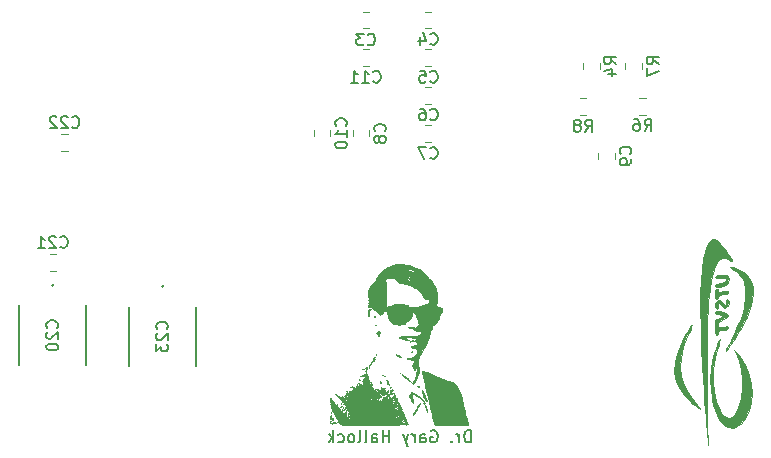
<source format=gbr>
G04 #@! TF.GenerationSoftware,KiCad,Pcbnew,(5.1.5)-3*
G04 #@! TF.CreationDate,2021-01-10T15:50:35-06:00*
G04 #@! TF.ProjectId,Power-SupplementalMonitoringPCB,506f7765-722d-4537-9570-706c656d656e,rev?*
G04 #@! TF.SameCoordinates,Original*
G04 #@! TF.FileFunction,Legend,Bot*
G04 #@! TF.FilePolarity,Positive*
%FSLAX46Y46*%
G04 Gerber Fmt 4.6, Leading zero omitted, Abs format (unit mm)*
G04 Created by KiCad (PCBNEW (5.1.5)-3) date 2021-01-10 15:50:35*
%MOMM*%
%LPD*%
G04 APERTURE LIST*
%ADD10C,0.150000*%
%ADD11C,0.120000*%
%ADD12C,0.152400*%
%ADD13C,0.010000*%
G04 APERTURE END LIST*
D10*
X136700000Y-107452380D02*
X136700000Y-106452380D01*
X136461904Y-106452380D01*
X136319047Y-106500000D01*
X136223809Y-106595238D01*
X136176190Y-106690476D01*
X136128571Y-106880952D01*
X136128571Y-107023809D01*
X136176190Y-107214285D01*
X136223809Y-107309523D01*
X136319047Y-107404761D01*
X136461904Y-107452380D01*
X136700000Y-107452380D01*
X135700000Y-107452380D02*
X135700000Y-106785714D01*
X135700000Y-106976190D02*
X135652380Y-106880952D01*
X135604761Y-106833333D01*
X135509523Y-106785714D01*
X135414285Y-106785714D01*
X135080952Y-107357142D02*
X135033333Y-107404761D01*
X135080952Y-107452380D01*
X135128571Y-107404761D01*
X135080952Y-107357142D01*
X135080952Y-107452380D01*
X133319047Y-106500000D02*
X133414285Y-106452380D01*
X133557142Y-106452380D01*
X133700000Y-106500000D01*
X133795238Y-106595238D01*
X133842857Y-106690476D01*
X133890476Y-106880952D01*
X133890476Y-107023809D01*
X133842857Y-107214285D01*
X133795238Y-107309523D01*
X133700000Y-107404761D01*
X133557142Y-107452380D01*
X133461904Y-107452380D01*
X133319047Y-107404761D01*
X133271428Y-107357142D01*
X133271428Y-107023809D01*
X133461904Y-107023809D01*
X132414285Y-107452380D02*
X132414285Y-106928571D01*
X132461904Y-106833333D01*
X132557142Y-106785714D01*
X132747619Y-106785714D01*
X132842857Y-106833333D01*
X132414285Y-107404761D02*
X132509523Y-107452380D01*
X132747619Y-107452380D01*
X132842857Y-107404761D01*
X132890476Y-107309523D01*
X132890476Y-107214285D01*
X132842857Y-107119047D01*
X132747619Y-107071428D01*
X132509523Y-107071428D01*
X132414285Y-107023809D01*
X131938095Y-107452380D02*
X131938095Y-106785714D01*
X131938095Y-106976190D02*
X131890476Y-106880952D01*
X131842857Y-106833333D01*
X131747619Y-106785714D01*
X131652380Y-106785714D01*
X131414285Y-106785714D02*
X131176190Y-107452380D01*
X130938095Y-106785714D02*
X131176190Y-107452380D01*
X131271428Y-107690476D01*
X131319047Y-107738095D01*
X131414285Y-107785714D01*
X129795238Y-107452380D02*
X129795238Y-106452380D01*
X129795238Y-106928571D02*
X129223809Y-106928571D01*
X129223809Y-107452380D02*
X129223809Y-106452380D01*
X128319047Y-107452380D02*
X128319047Y-106928571D01*
X128366666Y-106833333D01*
X128461904Y-106785714D01*
X128652380Y-106785714D01*
X128747619Y-106833333D01*
X128319047Y-107404761D02*
X128414285Y-107452380D01*
X128652380Y-107452380D01*
X128747619Y-107404761D01*
X128795238Y-107309523D01*
X128795238Y-107214285D01*
X128747619Y-107119047D01*
X128652380Y-107071428D01*
X128414285Y-107071428D01*
X128319047Y-107023809D01*
X127700000Y-107452380D02*
X127795238Y-107404761D01*
X127842857Y-107309523D01*
X127842857Y-106452380D01*
X127176190Y-107452380D02*
X127271428Y-107404761D01*
X127319047Y-107309523D01*
X127319047Y-106452380D01*
X126652380Y-107452380D02*
X126747619Y-107404761D01*
X126795238Y-107357142D01*
X126842857Y-107261904D01*
X126842857Y-106976190D01*
X126795238Y-106880952D01*
X126747619Y-106833333D01*
X126652380Y-106785714D01*
X126509523Y-106785714D01*
X126414285Y-106833333D01*
X126366666Y-106880952D01*
X126319047Y-106976190D01*
X126319047Y-107261904D01*
X126366666Y-107357142D01*
X126414285Y-107404761D01*
X126509523Y-107452380D01*
X126652380Y-107452380D01*
X125461904Y-107404761D02*
X125557142Y-107452380D01*
X125747619Y-107452380D01*
X125842857Y-107404761D01*
X125890476Y-107357142D01*
X125938095Y-107261904D01*
X125938095Y-106976190D01*
X125890476Y-106880952D01*
X125842857Y-106833333D01*
X125747619Y-106785714D01*
X125557142Y-106785714D01*
X125461904Y-106833333D01*
X125033333Y-107452380D02*
X125033333Y-106452380D01*
X124938095Y-107071428D02*
X124652380Y-107452380D01*
X124652380Y-106785714D02*
X125033333Y-107166666D01*
D11*
X145941422Y-78290000D02*
X146458578Y-78290000D01*
X145941422Y-79710000D02*
X146458578Y-79710000D01*
X150978922Y-78290000D02*
X151496078Y-78290000D01*
X150978922Y-79710000D02*
X151496078Y-79710000D01*
D12*
X113432100Y-95962750D02*
X113432100Y-101037250D01*
X107767900Y-101037250D02*
X107767900Y-95962750D01*
X110676200Y-94258200D02*
G75*
G03X110676200Y-94258200I-76200J0D01*
G01*
D11*
X149790000Y-75858578D02*
X149790000Y-75341422D01*
X151210000Y-75858578D02*
X151210000Y-75341422D01*
D13*
G36*
X154017039Y-101975022D02*
G01*
X154099318Y-102282668D01*
X154373482Y-102909242D01*
X154793275Y-103513510D01*
X155335341Y-104062345D01*
X155381975Y-104101770D01*
X155647321Y-104314432D01*
X155879225Y-104484812D01*
X156047853Y-104592543D01*
X156123370Y-104617260D01*
X156124302Y-104608479D01*
X156070987Y-104537298D01*
X155934039Y-104368916D01*
X155739479Y-104135169D01*
X155667442Y-104049559D01*
X155138873Y-103337133D01*
X154758433Y-102619895D01*
X154524838Y-101883426D01*
X154436807Y-101113309D01*
X154493057Y-100295127D01*
X154692308Y-99414463D01*
X155033276Y-98456897D01*
X155146400Y-98190314D01*
X155301373Y-97821517D01*
X155382557Y-97596415D01*
X155395023Y-97508855D01*
X155343842Y-97552683D01*
X155234085Y-97721746D01*
X155070824Y-98009890D01*
X154859130Y-98410962D01*
X154691458Y-98742334D01*
X154334603Y-99521464D01*
X154093189Y-100207658D01*
X153962760Y-100827555D01*
X153938863Y-101407797D01*
X154017039Y-101975022D01*
G37*
X154017039Y-101975022D02*
X154099318Y-102282668D01*
X154373482Y-102909242D01*
X154793275Y-103513510D01*
X155335341Y-104062345D01*
X155381975Y-104101770D01*
X155647321Y-104314432D01*
X155879225Y-104484812D01*
X156047853Y-104592543D01*
X156123370Y-104617260D01*
X156124302Y-104608479D01*
X156070987Y-104537298D01*
X155934039Y-104368916D01*
X155739479Y-104135169D01*
X155667442Y-104049559D01*
X155138873Y-103337133D01*
X154758433Y-102619895D01*
X154524838Y-101883426D01*
X154436807Y-101113309D01*
X154493057Y-100295127D01*
X154692308Y-99414463D01*
X155033276Y-98456897D01*
X155146400Y-98190314D01*
X155301373Y-97821517D01*
X155382557Y-97596415D01*
X155395023Y-97508855D01*
X155343842Y-97552683D01*
X155234085Y-97721746D01*
X155070824Y-98009890D01*
X154859130Y-98410962D01*
X154691458Y-98742334D01*
X154334603Y-99521464D01*
X154093189Y-100207658D01*
X153962760Y-100827555D01*
X153938863Y-101407797D01*
X154017039Y-101975022D01*
G36*
X157408171Y-98088000D02*
G01*
X157435224Y-98278544D01*
X157484973Y-98342975D01*
X157505834Y-98340591D01*
X157601847Y-98237889D01*
X157638722Y-98121868D01*
X157710816Y-97978364D01*
X157892722Y-97936844D01*
X158207587Y-97907513D01*
X158421292Y-97831073D01*
X158500663Y-97719432D01*
X158500667Y-97718575D01*
X158475620Y-97658213D01*
X158380418Y-97636959D01*
X158184973Y-97655037D01*
X157859193Y-97712673D01*
X157802167Y-97723775D01*
X157677742Y-97691544D01*
X157654000Y-97598463D01*
X157608815Y-97452358D01*
X157558517Y-97412284D01*
X157578527Y-97361169D01*
X157720276Y-97256145D01*
X157953984Y-97118902D01*
X157981851Y-97103930D01*
X158240806Y-96950318D01*
X158426760Y-96810268D01*
X158500593Y-96713380D01*
X158500667Y-96711376D01*
X158423915Y-96621830D01*
X158219296Y-96521428D01*
X158043136Y-96462341D01*
X157720851Y-96373659D01*
X157527502Y-96338360D01*
X157431449Y-96356067D01*
X157401054Y-96426406D01*
X157400000Y-96454720D01*
X157472943Y-96561642D01*
X157632834Y-96631125D01*
X157902998Y-96697921D01*
X158014036Y-96757097D01*
X157973914Y-96828480D01*
X157790599Y-96931897D01*
X157759834Y-96947167D01*
X157400000Y-97124694D01*
X157400000Y-97750069D01*
X157408171Y-98088000D01*
G37*
X157408171Y-98088000D02*
X157435224Y-98278544D01*
X157484973Y-98342975D01*
X157505834Y-98340591D01*
X157601847Y-98237889D01*
X157638722Y-98121868D01*
X157710816Y-97978364D01*
X157892722Y-97936844D01*
X158207587Y-97907513D01*
X158421292Y-97831073D01*
X158500663Y-97719432D01*
X158500667Y-97718575D01*
X158475620Y-97658213D01*
X158380418Y-97636959D01*
X158184973Y-97655037D01*
X157859193Y-97712673D01*
X157802167Y-97723775D01*
X157677742Y-97691544D01*
X157654000Y-97598463D01*
X157608815Y-97452358D01*
X157558517Y-97412284D01*
X157578527Y-97361169D01*
X157720276Y-97256145D01*
X157953984Y-97118902D01*
X157981851Y-97103930D01*
X158240806Y-96950318D01*
X158426760Y-96810268D01*
X158500593Y-96713380D01*
X158500667Y-96711376D01*
X158423915Y-96621830D01*
X158219296Y-96521428D01*
X158043136Y-96462341D01*
X157720851Y-96373659D01*
X157527502Y-96338360D01*
X157431449Y-96356067D01*
X157401054Y-96426406D01*
X157400000Y-96454720D01*
X157472943Y-96561642D01*
X157632834Y-96631125D01*
X157902998Y-96697921D01*
X158014036Y-96757097D01*
X157973914Y-96828480D01*
X157790599Y-96931897D01*
X157759834Y-96947167D01*
X157400000Y-97124694D01*
X157400000Y-97750069D01*
X157408171Y-98088000D01*
G36*
X157413596Y-95156219D02*
G01*
X157460668Y-95286244D01*
X157527000Y-95313334D01*
X157630509Y-95243050D01*
X157654000Y-95146916D01*
X157685175Y-95041195D01*
X157804676Y-94974996D01*
X158051465Y-94927834D01*
X158077334Y-94924342D01*
X158363175Y-94864866D01*
X158491210Y-94781182D01*
X158500667Y-94744148D01*
X158468698Y-94673253D01*
X158348218Y-94652093D01*
X158102366Y-94674936D01*
X158077334Y-94678334D01*
X157823201Y-94704950D01*
X157695507Y-94689181D01*
X157655076Y-94623926D01*
X157654000Y-94601612D01*
X157589644Y-94484343D01*
X157527000Y-94466667D01*
X157447135Y-94511986D01*
X157408127Y-94668894D01*
X157400000Y-94890000D01*
X157413596Y-95156219D01*
G37*
X157413596Y-95156219D02*
X157460668Y-95286244D01*
X157527000Y-95313334D01*
X157630509Y-95243050D01*
X157654000Y-95146916D01*
X157685175Y-95041195D01*
X157804676Y-94974996D01*
X158051465Y-94927834D01*
X158077334Y-94924342D01*
X158363175Y-94864866D01*
X158491210Y-94781182D01*
X158500667Y-94744148D01*
X158468698Y-94673253D01*
X158348218Y-94652093D01*
X158102366Y-94674936D01*
X158077334Y-94678334D01*
X157823201Y-94704950D01*
X157695507Y-94689181D01*
X157655076Y-94623926D01*
X157654000Y-94601612D01*
X157589644Y-94484343D01*
X157527000Y-94466667D01*
X157447135Y-94511986D01*
X157408127Y-94668894D01*
X157400000Y-94890000D01*
X157413596Y-95156219D01*
G36*
X157443696Y-96117135D02*
G01*
X157505834Y-96138412D01*
X157588619Y-96035971D01*
X157611667Y-95906000D01*
X157651982Y-95723919D01*
X157748427Y-95689271D01*
X157864247Y-95807901D01*
X157891596Y-95861474D01*
X158039319Y-96035609D01*
X158228490Y-96060343D01*
X158417372Y-95933769D01*
X158453533Y-95887161D01*
X158567544Y-95676083D01*
X158559270Y-95504919D01*
X158508836Y-95408320D01*
X158407447Y-95327683D01*
X158327410Y-95382926D01*
X158301665Y-95540992D01*
X158310225Y-95607646D01*
X158300631Y-95775718D01*
X158215169Y-95821882D01*
X158099420Y-95742230D01*
X158033910Y-95631328D01*
X157884940Y-95455049D01*
X157684311Y-95412433D01*
X157522933Y-95486042D01*
X157444772Y-95614838D01*
X157404491Y-95801927D01*
X157403621Y-95988847D01*
X157443696Y-96117135D01*
G37*
X157443696Y-96117135D02*
X157505834Y-96138412D01*
X157588619Y-96035971D01*
X157611667Y-95906000D01*
X157651982Y-95723919D01*
X157748427Y-95689271D01*
X157864247Y-95807901D01*
X157891596Y-95861474D01*
X158039319Y-96035609D01*
X158228490Y-96060343D01*
X158417372Y-95933769D01*
X158453533Y-95887161D01*
X158567544Y-95676083D01*
X158559270Y-95504919D01*
X158508836Y-95408320D01*
X158407447Y-95327683D01*
X158327410Y-95382926D01*
X158301665Y-95540992D01*
X158310225Y-95607646D01*
X158300631Y-95775718D01*
X158215169Y-95821882D01*
X158099420Y-95742230D01*
X158033910Y-95631328D01*
X157884940Y-95455049D01*
X157684311Y-95412433D01*
X157522933Y-95486042D01*
X157444772Y-95614838D01*
X157404491Y-95801927D01*
X157403621Y-95988847D01*
X157443696Y-96117135D01*
G36*
X157469315Y-94278617D02*
G01*
X157548167Y-94295314D01*
X157762794Y-94271556D01*
X158022471Y-94216406D01*
X158260123Y-94147108D01*
X158408676Y-94080907D01*
X158420361Y-94071082D01*
X158515001Y-93881009D01*
X158543677Y-93632331D01*
X158495932Y-93429500D01*
X158360585Y-93330859D01*
X158136812Y-93280401D01*
X157876811Y-93275347D01*
X157632782Y-93312919D01*
X157456923Y-93390335D01*
X157400000Y-93487858D01*
X157458109Y-93547526D01*
X157646093Y-93564710D01*
X157873009Y-93552373D01*
X158140789Y-93534174D01*
X158278448Y-93546265D01*
X158324415Y-93602683D01*
X158317509Y-93714740D01*
X158275283Y-93838993D01*
X158163762Y-93917221D01*
X157939613Y-93974798D01*
X157844500Y-93991741D01*
X157558155Y-94061395D01*
X157413690Y-94145765D01*
X157400000Y-94182241D01*
X157469315Y-94278617D01*
G37*
X157469315Y-94278617D02*
X157548167Y-94295314D01*
X157762794Y-94271556D01*
X158022471Y-94216406D01*
X158260123Y-94147108D01*
X158408676Y-94080907D01*
X158420361Y-94071082D01*
X158515001Y-93881009D01*
X158543677Y-93632331D01*
X158495932Y-93429500D01*
X158360585Y-93330859D01*
X158136812Y-93280401D01*
X157876811Y-93275347D01*
X157632782Y-93312919D01*
X157456923Y-93390335D01*
X157400000Y-93487858D01*
X157458109Y-93547526D01*
X157646093Y-93564710D01*
X157873009Y-93552373D01*
X158140789Y-93534174D01*
X158278448Y-93546265D01*
X158324415Y-93602683D01*
X158317509Y-93714740D01*
X158275283Y-93838993D01*
X158163762Y-93917221D01*
X157939613Y-93974798D01*
X157844500Y-93991741D01*
X157558155Y-94061395D01*
X157413690Y-94145765D01*
X157400000Y-94182241D01*
X157469315Y-94278617D01*
G36*
X156155662Y-97703943D02*
G01*
X156209837Y-99318301D01*
X156295813Y-101086221D01*
X156413673Y-103006529D01*
X156431663Y-103272000D01*
X156477680Y-103924946D01*
X156528602Y-104615556D01*
X156580553Y-105293333D01*
X156629655Y-105907778D01*
X156672030Y-106408393D01*
X156675458Y-106447000D01*
X156788801Y-107717000D01*
X156734567Y-105812000D01*
X156714732Y-104995080D01*
X156699324Y-104109053D01*
X156688234Y-103173882D01*
X156681357Y-102209527D01*
X156678585Y-101235950D01*
X156679811Y-100273113D01*
X156684927Y-99340978D01*
X156693828Y-98459507D01*
X156706404Y-97648660D01*
X156722551Y-96928401D01*
X156742159Y-96318690D01*
X156765123Y-95839489D01*
X156789767Y-95525000D01*
X156909425Y-94550440D01*
X157042204Y-93737746D01*
X157190644Y-93079780D01*
X157357283Y-92569406D01*
X157544661Y-92199487D01*
X157755318Y-91962886D01*
X157991793Y-91852467D01*
X158100189Y-91842000D01*
X158342824Y-91891925D01*
X158586887Y-92012500D01*
X158593430Y-92017099D01*
X158745554Y-92115263D01*
X158813634Y-92125725D01*
X158795003Y-92035276D01*
X158686997Y-91830705D01*
X158489745Y-91503334D01*
X158199938Y-91074626D01*
X157905182Y-90710792D01*
X157629932Y-90438285D01*
X157398643Y-90283559D01*
X157344878Y-90264892D01*
X157085570Y-90278979D01*
X156857240Y-90458382D01*
X156659968Y-90801926D01*
X156493839Y-91308435D01*
X156358934Y-91976734D01*
X156255336Y-92805647D01*
X156183127Y-93794000D01*
X156142390Y-94940618D01*
X156133208Y-96244323D01*
X156155662Y-97703943D01*
G37*
X156155662Y-97703943D02*
X156209837Y-99318301D01*
X156295813Y-101086221D01*
X156413673Y-103006529D01*
X156431663Y-103272000D01*
X156477680Y-103924946D01*
X156528602Y-104615556D01*
X156580553Y-105293333D01*
X156629655Y-105907778D01*
X156672030Y-106408393D01*
X156675458Y-106447000D01*
X156788801Y-107717000D01*
X156734567Y-105812000D01*
X156714732Y-104995080D01*
X156699324Y-104109053D01*
X156688234Y-103173882D01*
X156681357Y-102209527D01*
X156678585Y-101235950D01*
X156679811Y-100273113D01*
X156684927Y-99340978D01*
X156693828Y-98459507D01*
X156706404Y-97648660D01*
X156722551Y-96928401D01*
X156742159Y-96318690D01*
X156765123Y-95839489D01*
X156789767Y-95525000D01*
X156909425Y-94550440D01*
X157042204Y-93737746D01*
X157190644Y-93079780D01*
X157357283Y-92569406D01*
X157544661Y-92199487D01*
X157755318Y-91962886D01*
X157991793Y-91852467D01*
X158100189Y-91842000D01*
X158342824Y-91891925D01*
X158586887Y-92012500D01*
X158593430Y-92017099D01*
X158745554Y-92115263D01*
X158813634Y-92125725D01*
X158795003Y-92035276D01*
X158686997Y-91830705D01*
X158489745Y-91503334D01*
X158199938Y-91074626D01*
X157905182Y-90710792D01*
X157629932Y-90438285D01*
X157398643Y-90283559D01*
X157344878Y-90264892D01*
X157085570Y-90278979D01*
X156857240Y-90458382D01*
X156659968Y-90801926D01*
X156493839Y-91308435D01*
X156358934Y-91976734D01*
X156255336Y-92805647D01*
X156183127Y-93794000D01*
X156142390Y-94940618D01*
X156133208Y-96244323D01*
X156155662Y-97703943D01*
G36*
X156994884Y-102926616D02*
G01*
X157076699Y-103693095D01*
X157221139Y-104364321D01*
X157262989Y-104499667D01*
X157519973Y-105136279D01*
X157817975Y-105631666D01*
X158148364Y-105981375D01*
X158502511Y-106180952D01*
X158871786Y-106225944D01*
X159247560Y-106111897D01*
X159621203Y-105834357D01*
X159697501Y-105756059D01*
X160019800Y-105296706D01*
X160261745Y-104714328D01*
X160416518Y-104038434D01*
X160477305Y-103298531D01*
X160439577Y-102543722D01*
X160375619Y-102151259D01*
X160280150Y-101745114D01*
X160194726Y-101473042D01*
X160030908Y-101104244D01*
X159811585Y-100702742D01*
X159568294Y-100319164D01*
X159332570Y-100004138D01*
X159179358Y-99843000D01*
X158985501Y-99673667D01*
X159114686Y-99927667D01*
X159377412Y-100582755D01*
X159557303Y-101326130D01*
X159652579Y-102115448D01*
X159661459Y-102908366D01*
X159582163Y-103662542D01*
X159412909Y-104335632D01*
X159310870Y-104592139D01*
X159068059Y-105018518D01*
X158808225Y-105280214D01*
X158539425Y-105380009D01*
X158269717Y-105320686D01*
X158007160Y-105105027D01*
X157759810Y-104735815D01*
X157535726Y-104215831D01*
X157449350Y-103949334D01*
X157275229Y-103133203D01*
X157202743Y-102230398D01*
X157230587Y-101288694D01*
X157357453Y-100355866D01*
X157570601Y-99514889D01*
X157673953Y-99182610D01*
X157749913Y-98917131D01*
X157788382Y-98754974D01*
X157789647Y-98722758D01*
X157735450Y-98765005D01*
X157648737Y-98938575D01*
X157540844Y-99211235D01*
X157423111Y-99550752D01*
X157306876Y-99924894D01*
X157203478Y-100301428D01*
X157141034Y-100566657D01*
X157025467Y-101312297D01*
X156977279Y-102115983D01*
X156994884Y-102926616D01*
G37*
X156994884Y-102926616D02*
X157076699Y-103693095D01*
X157221139Y-104364321D01*
X157262989Y-104499667D01*
X157519973Y-105136279D01*
X157817975Y-105631666D01*
X158148364Y-105981375D01*
X158502511Y-106180952D01*
X158871786Y-106225944D01*
X159247560Y-106111897D01*
X159621203Y-105834357D01*
X159697501Y-105756059D01*
X160019800Y-105296706D01*
X160261745Y-104714328D01*
X160416518Y-104038434D01*
X160477305Y-103298531D01*
X160439577Y-102543722D01*
X160375619Y-102151259D01*
X160280150Y-101745114D01*
X160194726Y-101473042D01*
X160030908Y-101104244D01*
X159811585Y-100702742D01*
X159568294Y-100319164D01*
X159332570Y-100004138D01*
X159179358Y-99843000D01*
X158985501Y-99673667D01*
X159114686Y-99927667D01*
X159377412Y-100582755D01*
X159557303Y-101326130D01*
X159652579Y-102115448D01*
X159661459Y-102908366D01*
X159582163Y-103662542D01*
X159412909Y-104335632D01*
X159310870Y-104592139D01*
X159068059Y-105018518D01*
X158808225Y-105280214D01*
X158539425Y-105380009D01*
X158269717Y-105320686D01*
X158007160Y-105105027D01*
X157759810Y-104735815D01*
X157535726Y-104215831D01*
X157449350Y-103949334D01*
X157275229Y-103133203D01*
X157202743Y-102230398D01*
X157230587Y-101288694D01*
X157357453Y-100355866D01*
X157570601Y-99514889D01*
X157673953Y-99182610D01*
X157749913Y-98917131D01*
X157788382Y-98754974D01*
X157789647Y-98722758D01*
X157735450Y-98765005D01*
X157648737Y-98938575D01*
X157540844Y-99211235D01*
X157423111Y-99550752D01*
X157306876Y-99924894D01*
X157203478Y-100301428D01*
X157141034Y-100566657D01*
X157025467Y-101312297D01*
X156977279Y-102115983D01*
X156994884Y-102926616D01*
G36*
X158359313Y-99648417D02*
G01*
X158493627Y-99464990D01*
X158678048Y-99194708D01*
X158893760Y-98866558D01*
X159121948Y-98509526D01*
X159343795Y-98152599D01*
X159540486Y-97824765D01*
X159675489Y-97587621D01*
X160042640Y-96840408D01*
X160321038Y-96110966D01*
X160505144Y-95422950D01*
X160589424Y-94800012D01*
X160568339Y-94265807D01*
X160510469Y-94020343D01*
X160264277Y-93536869D01*
X159872205Y-93135459D01*
X159400429Y-92849551D01*
X159133420Y-92734503D01*
X158897845Y-92651827D01*
X158718973Y-92605925D01*
X158622074Y-92601199D01*
X158632418Y-92642050D01*
X158775274Y-92732879D01*
X158797000Y-92744449D01*
X159260842Y-93077640D01*
X159634930Y-93526388D01*
X159714921Y-93662334D01*
X159796448Y-93835425D01*
X159849418Y-94020015D01*
X159879376Y-94257005D01*
X159891869Y-94587296D01*
X159892887Y-94974667D01*
X159885070Y-95436913D01*
X159860514Y-95792277D01*
X159809661Y-96103059D01*
X159722955Y-96431558D01*
X159620125Y-96752667D01*
X159474784Y-97145692D01*
X159274941Y-97627735D01*
X159046511Y-98138793D01*
X158815408Y-98618863D01*
X158806512Y-98636500D01*
X158614671Y-99020340D01*
X158457028Y-99344034D01*
X158346240Y-99580927D01*
X158294964Y-99704364D01*
X158293923Y-99716000D01*
X158359313Y-99648417D01*
G37*
X158359313Y-99648417D02*
X158493627Y-99464990D01*
X158678048Y-99194708D01*
X158893760Y-98866558D01*
X159121948Y-98509526D01*
X159343795Y-98152599D01*
X159540486Y-97824765D01*
X159675489Y-97587621D01*
X160042640Y-96840408D01*
X160321038Y-96110966D01*
X160505144Y-95422950D01*
X160589424Y-94800012D01*
X160568339Y-94265807D01*
X160510469Y-94020343D01*
X160264277Y-93536869D01*
X159872205Y-93135459D01*
X159400429Y-92849551D01*
X159133420Y-92734503D01*
X158897845Y-92651827D01*
X158718973Y-92605925D01*
X158622074Y-92601199D01*
X158632418Y-92642050D01*
X158775274Y-92732879D01*
X158797000Y-92744449D01*
X159260842Y-93077640D01*
X159634930Y-93526388D01*
X159714921Y-93662334D01*
X159796448Y-93835425D01*
X159849418Y-94020015D01*
X159879376Y-94257005D01*
X159891869Y-94587296D01*
X159892887Y-94974667D01*
X159885070Y-95436913D01*
X159860514Y-95792277D01*
X159809661Y-96103059D01*
X159722955Y-96431558D01*
X159620125Y-96752667D01*
X159474784Y-97145692D01*
X159274941Y-97627735D01*
X159046511Y-98138793D01*
X158815408Y-98618863D01*
X158806512Y-98636500D01*
X158614671Y-99020340D01*
X158457028Y-99344034D01*
X158346240Y-99580927D01*
X158294964Y-99704364D01*
X158293923Y-99716000D01*
X158359313Y-99648417D01*
G36*
X131571715Y-93103572D02*
G01*
X131589857Y-93121715D01*
X131608000Y-93103572D01*
X131589857Y-93085429D01*
X131571715Y-93103572D01*
G37*
X131571715Y-93103572D02*
X131589857Y-93121715D01*
X131608000Y-93103572D01*
X131589857Y-93085429D01*
X131571715Y-93103572D01*
G36*
X132998953Y-97633238D02*
G01*
X133003934Y-97654810D01*
X133023143Y-97657429D01*
X133053010Y-97644153D01*
X133047334Y-97633238D01*
X133004271Y-97628896D01*
X132998953Y-97633238D01*
G37*
X132998953Y-97633238D02*
X133003934Y-97654810D01*
X133023143Y-97657429D01*
X133053010Y-97644153D01*
X133047334Y-97633238D01*
X133004271Y-97628896D01*
X132998953Y-97633238D01*
G36*
X128087751Y-96203049D02*
G01*
X128028580Y-96297049D01*
X127996935Y-96444338D01*
X127993122Y-96576026D01*
X128002551Y-96720305D01*
X128019880Y-96792697D01*
X128045316Y-96793476D01*
X128079064Y-96722917D01*
X128086738Y-96700549D01*
X128110065Y-96562047D01*
X128103494Y-96438976D01*
X128093666Y-96342143D01*
X128118019Y-96280736D01*
X128164926Y-96237951D01*
X128251572Y-96171328D01*
X128170861Y-96170521D01*
X128087751Y-96203049D01*
G37*
X128087751Y-96203049D02*
X128028580Y-96297049D01*
X127996935Y-96444338D01*
X127993122Y-96576026D01*
X128002551Y-96720305D01*
X128019880Y-96792697D01*
X128045316Y-96793476D01*
X128079064Y-96722917D01*
X128086738Y-96700549D01*
X128110065Y-96562047D01*
X128103494Y-96438976D01*
X128093666Y-96342143D01*
X128118019Y-96280736D01*
X128164926Y-96237951D01*
X128251572Y-96171328D01*
X128170861Y-96170521D01*
X128087751Y-96203049D01*
G36*
X128505428Y-96800757D02*
G01*
X128487429Y-96822858D01*
X128494374Y-96856178D01*
X128496500Y-96856593D01*
X128532732Y-96842099D01*
X128578143Y-96822858D01*
X128627114Y-96799005D01*
X128607950Y-96790806D01*
X128569072Y-96789122D01*
X128505428Y-96800757D01*
G37*
X128505428Y-96800757D02*
X128487429Y-96822858D01*
X128494374Y-96856178D01*
X128496500Y-96856593D01*
X128532732Y-96842099D01*
X128578143Y-96822858D01*
X128627114Y-96799005D01*
X128607950Y-96790806D01*
X128569072Y-96789122D01*
X128505428Y-96800757D01*
G36*
X128606113Y-97526649D02*
G01*
X128616935Y-97543141D01*
X128653738Y-97545707D01*
X128692456Y-97536845D01*
X128675661Y-97523785D01*
X128618951Y-97519459D01*
X128606113Y-97526649D01*
G37*
X128606113Y-97526649D02*
X128616935Y-97543141D01*
X128653738Y-97545707D01*
X128692456Y-97536845D01*
X128675661Y-97523785D01*
X128618951Y-97519459D01*
X128606113Y-97526649D01*
G36*
X131558530Y-97665395D02*
G01*
X131449377Y-97704079D01*
X131444915Y-97707224D01*
X131417647Y-97732795D01*
X131430244Y-97747261D01*
X131493190Y-97753121D01*
X131616973Y-97752879D01*
X131635076Y-97752581D01*
X131765503Y-97748809D01*
X131832913Y-97741445D01*
X131846856Y-97727901D01*
X131816878Y-97705591D01*
X131814168Y-97704072D01*
X131691958Y-97665292D01*
X131558530Y-97665395D01*
G37*
X131558530Y-97665395D02*
X131449377Y-97704079D01*
X131444915Y-97707224D01*
X131417647Y-97732795D01*
X131430244Y-97747261D01*
X131493190Y-97753121D01*
X131616973Y-97752879D01*
X131635076Y-97752581D01*
X131765503Y-97748809D01*
X131832913Y-97741445D01*
X131846856Y-97727901D01*
X131816878Y-97705591D01*
X131814168Y-97704072D01*
X131691958Y-97665292D01*
X131558530Y-97665395D01*
G36*
X128833522Y-98065186D02*
G01*
X128756250Y-98110630D01*
X128709242Y-98162373D01*
X128705143Y-98179610D01*
X128725924Y-98238543D01*
X128775123Y-98315675D01*
X128833023Y-98384595D01*
X128879905Y-98418891D01*
X128884173Y-98419429D01*
X128899543Y-98389147D01*
X128895165Y-98327209D01*
X128893716Y-98258287D01*
X128926549Y-98245566D01*
X128966434Y-98224892D01*
X128988922Y-98163400D01*
X128987743Y-98091988D01*
X128966384Y-98049299D01*
X128912940Y-98040067D01*
X128833522Y-98065186D01*
G37*
X128833522Y-98065186D02*
X128756250Y-98110630D01*
X128709242Y-98162373D01*
X128705143Y-98179610D01*
X128725924Y-98238543D01*
X128775123Y-98315675D01*
X128833023Y-98384595D01*
X128879905Y-98418891D01*
X128884173Y-98419429D01*
X128899543Y-98389147D01*
X128895165Y-98327209D01*
X128893716Y-98258287D01*
X128926549Y-98245566D01*
X128966434Y-98224892D01*
X128988922Y-98163400D01*
X128987743Y-98091988D01*
X128966384Y-98049299D01*
X128912940Y-98040067D01*
X128833522Y-98065186D01*
G36*
X131719465Y-98825000D02*
G01*
X131745841Y-98850084D01*
X131753143Y-98854857D01*
X131819625Y-98886911D01*
X131851357Y-98881584D01*
X131843857Y-98854857D01*
X131792074Y-98823285D01*
X131760073Y-98819127D01*
X131719465Y-98825000D01*
G37*
X131719465Y-98825000D02*
X131745841Y-98850084D01*
X131753143Y-98854857D01*
X131819625Y-98886911D01*
X131851357Y-98881584D01*
X131843857Y-98854857D01*
X131792074Y-98823285D01*
X131760073Y-98819127D01*
X131719465Y-98825000D01*
G36*
X131547524Y-98903238D02*
G01*
X131552505Y-98924810D01*
X131571715Y-98927429D01*
X131601582Y-98914153D01*
X131595905Y-98903238D01*
X131552842Y-98898896D01*
X131547524Y-98903238D01*
G37*
X131547524Y-98903238D02*
X131552505Y-98924810D01*
X131571715Y-98927429D01*
X131601582Y-98914153D01*
X131595905Y-98903238D01*
X131552842Y-98898896D01*
X131547524Y-98903238D01*
G36*
X131696054Y-99724726D02*
G01*
X131680572Y-99734136D01*
X131624036Y-99779772D01*
X131608000Y-99807014D01*
X131635500Y-99831267D01*
X131691388Y-99829897D01*
X131728953Y-99810381D01*
X131751714Y-99755376D01*
X131753143Y-99737502D01*
X131741840Y-99707537D01*
X131696054Y-99724726D01*
G37*
X131696054Y-99724726D02*
X131680572Y-99734136D01*
X131624036Y-99779772D01*
X131608000Y-99807014D01*
X131635500Y-99831267D01*
X131691388Y-99829897D01*
X131728953Y-99810381D01*
X131751714Y-99755376D01*
X131753143Y-99737502D01*
X131741840Y-99707537D01*
X131696054Y-99724726D01*
G36*
X128668857Y-100034143D02*
G01*
X128687000Y-100052286D01*
X128705143Y-100034143D01*
X128687000Y-100016000D01*
X128668857Y-100034143D01*
G37*
X128668857Y-100034143D02*
X128687000Y-100052286D01*
X128705143Y-100034143D01*
X128687000Y-100016000D01*
X128668857Y-100034143D01*
G36*
X130372472Y-100023129D02*
G01*
X130361580Y-100048504D01*
X130400685Y-100088901D01*
X130471887Y-100133726D01*
X130557282Y-100172382D01*
X130638970Y-100194276D01*
X130664572Y-100196007D01*
X130755286Y-100194857D01*
X130664572Y-100143000D01*
X130576550Y-100103870D01*
X130513381Y-100089858D01*
X130453348Y-100067215D01*
X130438995Y-100046843D01*
X130399022Y-100019604D01*
X130372472Y-100023129D01*
G37*
X130372472Y-100023129D02*
X130361580Y-100048504D01*
X130400685Y-100088901D01*
X130471887Y-100133726D01*
X130557282Y-100172382D01*
X130638970Y-100194276D01*
X130664572Y-100196007D01*
X130755286Y-100194857D01*
X130664572Y-100143000D01*
X130576550Y-100103870D01*
X130513381Y-100089858D01*
X130453348Y-100067215D01*
X130438995Y-100046843D01*
X130399022Y-100019604D01*
X130372472Y-100023129D01*
G36*
X128560000Y-100397000D02*
G01*
X128578143Y-100415143D01*
X128596286Y-100397000D01*
X128578143Y-100378857D01*
X128560000Y-100397000D01*
G37*
X128560000Y-100397000D02*
X128578143Y-100415143D01*
X128596286Y-100397000D01*
X128578143Y-100378857D01*
X128560000Y-100397000D01*
G36*
X128506727Y-100269041D02*
G01*
X128460304Y-100324761D01*
X128451143Y-100353229D01*
X128428885Y-100407804D01*
X128393452Y-100455034D01*
X128355378Y-100530256D01*
X128375107Y-100585930D01*
X128440413Y-100602593D01*
X128479945Y-100592737D01*
X128537474Y-100559019D01*
X128534601Y-100509479D01*
X128525297Y-100490672D01*
X128506902Y-100390653D01*
X128524865Y-100321402D01*
X128546402Y-100256436D01*
X128535269Y-100247691D01*
X128506727Y-100269041D01*
G37*
X128506727Y-100269041D02*
X128460304Y-100324761D01*
X128451143Y-100353229D01*
X128428885Y-100407804D01*
X128393452Y-100455034D01*
X128355378Y-100530256D01*
X128375107Y-100585930D01*
X128440413Y-100602593D01*
X128479945Y-100592737D01*
X128537474Y-100559019D01*
X128534601Y-100509479D01*
X128525297Y-100490672D01*
X128506902Y-100390653D01*
X128524865Y-100321402D01*
X128546402Y-100256436D01*
X128535269Y-100247691D01*
X128506727Y-100269041D01*
G36*
X128247360Y-100675947D02*
G01*
X128208584Y-100741381D01*
X128208210Y-100783508D01*
X128228686Y-100807673D01*
X128234861Y-100796143D01*
X128238188Y-100736153D01*
X128237726Y-100732643D01*
X128260826Y-100706286D01*
X128269714Y-100705429D01*
X128303658Y-100676904D01*
X128306000Y-100661368D01*
X128287593Y-100644780D01*
X128247360Y-100675947D01*
G37*
X128247360Y-100675947D02*
X128208584Y-100741381D01*
X128208210Y-100783508D01*
X128228686Y-100807673D01*
X128234861Y-100796143D01*
X128238188Y-100736153D01*
X128237726Y-100732643D01*
X128260826Y-100706286D01*
X128269714Y-100705429D01*
X128303658Y-100676904D01*
X128306000Y-100661368D01*
X128287593Y-100644780D01*
X128247360Y-100675947D01*
G36*
X128130178Y-100865250D02*
G01*
X128091224Y-100901786D01*
X128099215Y-100922790D01*
X128104287Y-100923143D01*
X128134978Y-100897370D01*
X128146179Y-100881251D01*
X128150456Y-100856421D01*
X128130178Y-100865250D01*
G37*
X128130178Y-100865250D02*
X128091224Y-100901786D01*
X128099215Y-100922790D01*
X128104287Y-100923143D01*
X128134978Y-100897370D01*
X128146179Y-100881251D01*
X128150456Y-100856421D01*
X128130178Y-100865250D01*
G36*
X128052000Y-100977572D02*
G01*
X128070143Y-100995715D01*
X128088286Y-100977572D01*
X128070143Y-100959429D01*
X128052000Y-100977572D01*
G37*
X128052000Y-100977572D02*
X128070143Y-100995715D01*
X128088286Y-100977572D01*
X128070143Y-100959429D01*
X128052000Y-100977572D01*
G36*
X128052000Y-101122715D02*
G01*
X128070143Y-101140858D01*
X128088286Y-101122715D01*
X128070143Y-101104572D01*
X128052000Y-101122715D01*
G37*
X128052000Y-101122715D02*
X128070143Y-101140858D01*
X128088286Y-101122715D01*
X128070143Y-101104572D01*
X128052000Y-101122715D01*
G36*
X127507714Y-101267858D02*
G01*
X127525857Y-101286000D01*
X127544000Y-101267858D01*
X127525857Y-101249715D01*
X127507714Y-101267858D01*
G37*
X127507714Y-101267858D02*
X127525857Y-101286000D01*
X127544000Y-101267858D01*
X127525857Y-101249715D01*
X127507714Y-101267858D01*
G36*
X127799639Y-101091057D02*
G01*
X127720377Y-101141055D01*
X127634714Y-101213825D01*
X127730036Y-101179937D01*
X127798662Y-101162891D01*
X127820812Y-101184267D01*
X127820750Y-101203048D01*
X127845595Y-101261711D01*
X127870572Y-101275786D01*
X127906088Y-101282813D01*
X127879640Y-101260026D01*
X127872014Y-101254692D01*
X127840678Y-101219941D01*
X127859204Y-101175359D01*
X127886710Y-101143073D01*
X127931724Y-101089343D01*
X127925816Y-101070521D01*
X127880215Y-101068286D01*
X127799639Y-101091057D01*
G37*
X127799639Y-101091057D02*
X127720377Y-101141055D01*
X127634714Y-101213825D01*
X127730036Y-101179937D01*
X127798662Y-101162891D01*
X127820812Y-101184267D01*
X127820750Y-101203048D01*
X127845595Y-101261711D01*
X127870572Y-101275786D01*
X127906088Y-101282813D01*
X127879640Y-101260026D01*
X127872014Y-101254692D01*
X127840678Y-101219941D01*
X127859204Y-101175359D01*
X127886710Y-101143073D01*
X127931724Y-101089343D01*
X127925816Y-101070521D01*
X127880215Y-101068286D01*
X127799639Y-101091057D01*
G36*
X127798000Y-101376715D02*
G01*
X127763384Y-101409321D01*
X127761714Y-101415142D01*
X127789788Y-101430727D01*
X127798000Y-101431143D01*
X127832892Y-101403248D01*
X127834286Y-101392716D01*
X127812056Y-101371045D01*
X127798000Y-101376715D01*
G37*
X127798000Y-101376715D02*
X127763384Y-101409321D01*
X127761714Y-101415142D01*
X127789788Y-101430727D01*
X127798000Y-101431143D01*
X127832892Y-101403248D01*
X127834286Y-101392716D01*
X127812056Y-101371045D01*
X127798000Y-101376715D01*
G36*
X127810095Y-101515810D02*
G01*
X127805753Y-101558873D01*
X127810095Y-101564191D01*
X127831667Y-101559210D01*
X127834286Y-101540000D01*
X127821010Y-101510133D01*
X127810095Y-101515810D01*
G37*
X127810095Y-101515810D02*
X127805753Y-101558873D01*
X127810095Y-101564191D01*
X127831667Y-101559210D01*
X127834286Y-101540000D01*
X127821010Y-101510133D01*
X127810095Y-101515810D01*
G36*
X130700857Y-101594429D02*
G01*
X130719000Y-101612572D01*
X130737143Y-101594429D01*
X130719000Y-101576286D01*
X130700857Y-101594429D01*
G37*
X130700857Y-101594429D02*
X130719000Y-101612572D01*
X130737143Y-101594429D01*
X130719000Y-101576286D01*
X130700857Y-101594429D01*
G36*
X129167786Y-101769969D02*
G01*
X129163228Y-101783213D01*
X129213143Y-101788271D01*
X129264655Y-101782569D01*
X129258500Y-101769969D01*
X129184211Y-101765176D01*
X129167786Y-101769969D01*
G37*
X129167786Y-101769969D02*
X129163228Y-101783213D01*
X129213143Y-101788271D01*
X129264655Y-101782569D01*
X129258500Y-101769969D01*
X129184211Y-101765176D01*
X129167786Y-101769969D01*
G36*
X130857388Y-101704209D02*
G01*
X130877657Y-101730500D01*
X130930620Y-101786913D01*
X130954262Y-101786668D01*
X130954857Y-101780300D01*
X130930061Y-101750011D01*
X130891357Y-101716800D01*
X130848377Y-101685419D01*
X130857388Y-101704209D01*
G37*
X130857388Y-101704209D02*
X130877657Y-101730500D01*
X130930620Y-101786913D01*
X130954262Y-101786668D01*
X130954857Y-101780300D01*
X130930061Y-101750011D01*
X130891357Y-101716800D01*
X130848377Y-101685419D01*
X130857388Y-101704209D01*
G36*
X127299828Y-101844649D02*
G01*
X127310649Y-101861141D01*
X127347453Y-101863707D01*
X127386171Y-101854845D01*
X127369375Y-101841785D01*
X127312665Y-101837459D01*
X127299828Y-101844649D01*
G37*
X127299828Y-101844649D02*
X127310649Y-101861141D01*
X127347453Y-101863707D01*
X127386171Y-101854845D01*
X127369375Y-101841785D01*
X127312665Y-101837459D01*
X127299828Y-101844649D01*
G36*
X129358286Y-101848429D02*
G01*
X129376429Y-101866572D01*
X129394572Y-101848429D01*
X129376429Y-101830286D01*
X129358286Y-101848429D01*
G37*
X129358286Y-101848429D02*
X129376429Y-101866572D01*
X129394572Y-101848429D01*
X129376429Y-101830286D01*
X129358286Y-101848429D01*
G36*
X127253714Y-102138715D02*
G01*
X127271857Y-102156858D01*
X127290000Y-102138715D01*
X127271857Y-102120572D01*
X127253714Y-102138715D01*
G37*
X127253714Y-102138715D02*
X127271857Y-102156858D01*
X127290000Y-102138715D01*
X127271857Y-102120572D01*
X127253714Y-102138715D01*
G36*
X129509445Y-102164621D02*
G01*
X129503429Y-102171118D01*
X129531803Y-102194515D01*
X129557857Y-102206265D01*
X129604581Y-102207019D01*
X129612286Y-102192004D01*
X129582879Y-102160817D01*
X129557857Y-102156858D01*
X129509445Y-102164621D01*
G37*
X129509445Y-102164621D02*
X129503429Y-102171118D01*
X129531803Y-102194515D01*
X129557857Y-102206265D01*
X129604581Y-102207019D01*
X129612286Y-102192004D01*
X129582879Y-102160817D01*
X129557857Y-102156858D01*
X129509445Y-102164621D01*
G36*
X128995429Y-102320143D02*
G01*
X129013572Y-102338286D01*
X129031715Y-102320143D01*
X129013572Y-102302000D01*
X128995429Y-102320143D01*
G37*
X128995429Y-102320143D02*
X129013572Y-102338286D01*
X129031715Y-102320143D01*
X129013572Y-102302000D01*
X128995429Y-102320143D01*
G36*
X129609779Y-102285407D02*
G01*
X129578091Y-102315192D01*
X129615425Y-102325975D01*
X129628833Y-102326191D01*
X129665224Y-102310178D01*
X129662611Y-102295361D01*
X129620537Y-102280642D01*
X129609779Y-102285407D01*
G37*
X129609779Y-102285407D02*
X129578091Y-102315192D01*
X129615425Y-102325975D01*
X129628833Y-102326191D01*
X129665224Y-102310178D01*
X129662611Y-102295361D01*
X129620537Y-102280642D01*
X129609779Y-102285407D01*
G36*
X130995674Y-101824188D02*
G01*
X131040871Y-101881695D01*
X131131368Y-101971474D01*
X131196197Y-102030168D01*
X131313378Y-102130152D01*
X131429463Y-102223312D01*
X131531634Y-102300098D01*
X131607076Y-102350961D01*
X131642969Y-102366351D01*
X131644286Y-102364023D01*
X131621677Y-102332734D01*
X131562457Y-102263495D01*
X131481000Y-102173005D01*
X131399288Y-102087340D01*
X131340723Y-102032307D01*
X131317726Y-102019558D01*
X131317715Y-102019844D01*
X131294770Y-102014276D01*
X131237704Y-101969855D01*
X131217929Y-101952009D01*
X131133802Y-101880564D01*
X131060870Y-101828964D01*
X131054643Y-101825465D01*
X130999142Y-101803821D01*
X130995674Y-101824188D01*
G37*
X130995674Y-101824188D02*
X131040871Y-101881695D01*
X131131368Y-101971474D01*
X131196197Y-102030168D01*
X131313378Y-102130152D01*
X131429463Y-102223312D01*
X131531634Y-102300098D01*
X131607076Y-102350961D01*
X131642969Y-102366351D01*
X131644286Y-102364023D01*
X131621677Y-102332734D01*
X131562457Y-102263495D01*
X131481000Y-102173005D01*
X131399288Y-102087340D01*
X131340723Y-102032307D01*
X131317726Y-102019558D01*
X131317715Y-102019844D01*
X131294770Y-102014276D01*
X131237704Y-101969855D01*
X131217929Y-101952009D01*
X131133802Y-101880564D01*
X131060870Y-101828964D01*
X131054643Y-101825465D01*
X130999142Y-101803821D01*
X130995674Y-101824188D01*
G36*
X128198197Y-102365899D02*
G01*
X128197143Y-102374572D01*
X128224756Y-102409803D01*
X128233429Y-102410858D01*
X128268660Y-102383245D01*
X128269714Y-102374572D01*
X128242102Y-102339340D01*
X128233429Y-102338286D01*
X128198197Y-102365899D01*
G37*
X128198197Y-102365899D02*
X128197143Y-102374572D01*
X128224756Y-102409803D01*
X128233429Y-102410858D01*
X128268660Y-102383245D01*
X128269714Y-102374572D01*
X128242102Y-102339340D01*
X128233429Y-102338286D01*
X128198197Y-102365899D01*
G36*
X129007524Y-102386667D02*
G01*
X129012505Y-102408239D01*
X129031715Y-102410858D01*
X129061582Y-102397581D01*
X129055905Y-102386667D01*
X129012842Y-102382324D01*
X129007524Y-102386667D01*
G37*
X129007524Y-102386667D02*
X129012505Y-102408239D01*
X129031715Y-102410858D01*
X129061582Y-102397581D01*
X129055905Y-102386667D01*
X129012842Y-102382324D01*
X129007524Y-102386667D01*
G36*
X129612286Y-102465286D02*
G01*
X129630429Y-102483429D01*
X129648572Y-102465286D01*
X129630429Y-102447143D01*
X129612286Y-102465286D01*
G37*
X129612286Y-102465286D02*
X129630429Y-102483429D01*
X129648572Y-102465286D01*
X129630429Y-102447143D01*
X129612286Y-102465286D01*
G36*
X130332141Y-92398888D02*
G01*
X130123549Y-92450575D01*
X129906824Y-92523009D01*
X129700515Y-92611561D01*
X129692756Y-92615365D01*
X129442291Y-92761230D01*
X129206182Y-92940519D01*
X128997265Y-93140518D01*
X128828377Y-93348513D01*
X128712355Y-93551790D01*
X128690405Y-93608115D01*
X128646303Y-93690818D01*
X128564893Y-93805539D01*
X128460322Y-93933119D01*
X128405672Y-93993710D01*
X128253446Y-94164668D01*
X128144939Y-94311665D01*
X128070933Y-94455560D01*
X128022209Y-94617208D01*
X127989547Y-94817466D01*
X127973120Y-94972286D01*
X127971338Y-95051731D01*
X127973713Y-95112800D01*
X127986089Y-95170777D01*
X128018403Y-95166030D01*
X128028339Y-95158294D01*
X128063124Y-95143365D01*
X128077934Y-95184685D01*
X128080341Y-95226423D01*
X128073409Y-95302751D01*
X128052398Y-95335135D01*
X128052000Y-95335143D01*
X128030695Y-95366587D01*
X128023612Y-95442177D01*
X128037339Y-95515318D01*
X128066152Y-95542028D01*
X128066542Y-95541963D01*
X128098700Y-95565885D01*
X128106429Y-95607286D01*
X128086039Y-95662906D01*
X128054929Y-95668739D01*
X128022575Y-95670067D01*
X128045500Y-95708299D01*
X128047620Y-95710865D01*
X128070980Y-95766315D01*
X128053762Y-95787626D01*
X128026329Y-95837539D01*
X128015714Y-95917856D01*
X128024656Y-95992939D01*
X128066775Y-96021053D01*
X128126957Y-96024572D01*
X128234194Y-96036931D01*
X128338289Y-96080453D01*
X128458125Y-96164799D01*
X128544692Y-96238365D01*
X128648063Y-96326726D01*
X128745144Y-96404742D01*
X128783917Y-96433585D01*
X128868106Y-96511462D01*
X128922315Y-96585987D01*
X128969467Y-96674090D01*
X129118519Y-96591398D01*
X129223275Y-96516646D01*
X129276334Y-96442004D01*
X129279167Y-96429925D01*
X129315569Y-96364528D01*
X129370879Y-96351143D01*
X129479280Y-96373668D01*
X129562571Y-96446659D01*
X129627494Y-96578239D01*
X129664526Y-96705070D01*
X129708371Y-96856306D01*
X129761595Y-97001514D01*
X129805015Y-97094453D01*
X129943906Y-97270701D01*
X130131857Y-97398293D01*
X130361880Y-97474674D01*
X130626991Y-97497291D01*
X130850387Y-97476505D01*
X130988255Y-97451374D01*
X131083868Y-97421843D01*
X131162486Y-97374326D01*
X131249370Y-97295238D01*
X131317715Y-97225174D01*
X131426472Y-97102871D01*
X131515285Y-96977630D01*
X131595977Y-96829484D01*
X131680374Y-96638466D01*
X131713087Y-96557507D01*
X131754394Y-96485830D01*
X131817382Y-96464300D01*
X131868375Y-96466792D01*
X131925840Y-96476692D01*
X131967363Y-96502320D01*
X132003038Y-96557997D01*
X132042953Y-96658041D01*
X132080943Y-96768429D01*
X132138785Y-96934978D01*
X132200217Y-97103942D01*
X132252897Y-97241452D01*
X132257591Y-97253113D01*
X132336381Y-97447511D01*
X132242487Y-97570613D01*
X132174030Y-97646979D01*
X132115543Y-97690133D01*
X132101563Y-97693715D01*
X132042258Y-97715876D01*
X131970857Y-97766286D01*
X131902202Y-97817876D01*
X131856448Y-97838857D01*
X131824103Y-97854055D01*
X131848601Y-97893133D01*
X131922489Y-97946316D01*
X131950407Y-97962077D01*
X132085469Y-98009655D01*
X132205993Y-98004673D01*
X132347148Y-97992790D01*
X132435859Y-98023728D01*
X132481004Y-98101496D01*
X132486960Y-98131617D01*
X132480882Y-98232452D01*
X132427658Y-98314909D01*
X132323409Y-98380061D01*
X132164252Y-98428982D01*
X131946308Y-98462746D01*
X131665695Y-98482425D01*
X131318533Y-98489094D01*
X131196283Y-98488684D01*
X130981247Y-98489493D01*
X130807661Y-98495165D01*
X130685351Y-98505143D01*
X130624149Y-98518868D01*
X130620687Y-98521371D01*
X130601610Y-98576225D01*
X130632421Y-98619134D01*
X130688822Y-98621678D01*
X130752199Y-98623341D01*
X130849686Y-98651426D01*
X130893795Y-98669524D01*
X131020184Y-98718906D01*
X131145407Y-98756691D01*
X131172572Y-98762743D01*
X131277554Y-98784869D01*
X131359524Y-98804599D01*
X131363072Y-98805583D01*
X131422086Y-98813619D01*
X131428513Y-98795371D01*
X131391899Y-98762049D01*
X131321792Y-98724864D01*
X131281429Y-98709715D01*
X131191963Y-98674284D01*
X131140878Y-98642611D01*
X131136286Y-98634218D01*
X131169011Y-98603076D01*
X131253496Y-98579657D01*
X131369205Y-98565366D01*
X131495602Y-98561608D01*
X131612151Y-98569788D01*
X131698316Y-98591311D01*
X131706338Y-98595228D01*
X131807826Y-98629434D01*
X131873315Y-98637143D01*
X131966057Y-98658291D01*
X132015688Y-98711147D01*
X132007851Y-98779828D01*
X132005623Y-98783503D01*
X131974165Y-98850238D01*
X131997815Y-98872103D01*
X132052500Y-98863311D01*
X132108692Y-98853375D01*
X132103945Y-98877786D01*
X132081413Y-98906523D01*
X132048847Y-98954082D01*
X132071455Y-98965331D01*
X132099556Y-98963066D01*
X132206149Y-98957357D01*
X132246404Y-98972535D01*
X132224170Y-99011037D01*
X132203932Y-99029146D01*
X132152044Y-99087364D01*
X132140123Y-99127724D01*
X132120351Y-99166258D01*
X132058718Y-99205458D01*
X131984489Y-99231585D01*
X131926929Y-99230900D01*
X131923868Y-99229242D01*
X131904949Y-99229862D01*
X131916215Y-99253655D01*
X131920918Y-99284666D01*
X131870068Y-99285960D01*
X131845194Y-99281661D01*
X131737184Y-99283126D01*
X131658660Y-99307322D01*
X131600191Y-99343502D01*
X131601938Y-99374987D01*
X131635503Y-99407484D01*
X131709380Y-99446404D01*
X131820248Y-99478696D01*
X131866172Y-99486907D01*
X131981339Y-99511036D01*
X132073016Y-99543263D01*
X132095159Y-99555969D01*
X132151858Y-99638463D01*
X132156350Y-99754770D01*
X132112417Y-99892529D01*
X132023840Y-100039378D01*
X131906972Y-100171117D01*
X131792596Y-100243953D01*
X131624607Y-100302875D01*
X131421505Y-100342115D01*
X131328382Y-100351473D01*
X131287600Y-100363027D01*
X131305984Y-100383204D01*
X131371506Y-100406562D01*
X131472137Y-100427659D01*
X131508255Y-100432847D01*
X131670012Y-100461955D01*
X131797893Y-100501027D01*
X131877969Y-100544860D01*
X131898286Y-100578504D01*
X131882323Y-100629288D01*
X131841427Y-100719448D01*
X131807764Y-100785338D01*
X131756629Y-100898323D01*
X131746284Y-100965791D01*
X131754811Y-100978603D01*
X131776739Y-101027633D01*
X131771475Y-101067691D01*
X131783396Y-101146087D01*
X131857376Y-101250476D01*
X131860713Y-101254153D01*
X131927852Y-101324038D01*
X131960392Y-101343177D01*
X131970424Y-101316382D01*
X131970857Y-101297969D01*
X131994609Y-101226480D01*
X132027586Y-101199425D01*
X132065865Y-101164598D01*
X132063280Y-101143621D01*
X132068879Y-101097529D01*
X132084862Y-101083247D01*
X132106087Y-101099359D01*
X132115246Y-101172194D01*
X132113657Y-101287150D01*
X132102637Y-101429622D01*
X132083504Y-101585008D01*
X132057575Y-101738704D01*
X132026169Y-101876107D01*
X132007817Y-101937142D01*
X131952735Y-102077890D01*
X131888985Y-102208097D01*
X131841706Y-102283453D01*
X131772692Y-102388345D01*
X131759491Y-102452343D01*
X131801984Y-102480793D01*
X131837231Y-102483429D01*
X131888607Y-102472437D01*
X131927883Y-102429040D01*
X131966265Y-102337602D01*
X131986806Y-102274786D01*
X132038343Y-102132004D01*
X132108773Y-101963552D01*
X132177744Y-101816396D01*
X132242085Y-101682424D01*
X132277412Y-101583349D01*
X132289757Y-101490519D01*
X132285151Y-101375282D01*
X132280854Y-101326539D01*
X132270930Y-101183257D01*
X132262769Y-100997273D01*
X132257536Y-100798455D01*
X132256337Y-100696615D01*
X132257330Y-100513614D01*
X132264341Y-100385825D01*
X132279801Y-100295980D01*
X132306140Y-100226808D01*
X132327821Y-100188615D01*
X132399594Y-100067977D01*
X132494779Y-99900309D01*
X132603789Y-99703219D01*
X132717039Y-99494314D01*
X132824946Y-99291202D01*
X132917924Y-99111490D01*
X132960632Y-99026141D01*
X133023260Y-98881746D01*
X133084268Y-98711781D01*
X133139170Y-98532908D01*
X133183480Y-98361788D01*
X133212712Y-98215083D01*
X133213271Y-98208972D01*
X133059429Y-98208972D01*
X133038682Y-98237399D01*
X132986078Y-98214910D01*
X132932429Y-98165429D01*
X132892221Y-98112544D01*
X132904635Y-98093804D01*
X132919548Y-98092857D01*
X132988927Y-98117209D01*
X133045699Y-98171084D01*
X133059429Y-98208972D01*
X133213271Y-98208972D01*
X133222380Y-98109455D01*
X133217168Y-98073345D01*
X133231271Y-98022355D01*
X133290685Y-97965546D01*
X133292440Y-97964385D01*
X133312430Y-97947715D01*
X133204572Y-97947715D01*
X133176959Y-97982946D01*
X133168286Y-97984000D01*
X133133055Y-97956388D01*
X133132000Y-97947715D01*
X133159613Y-97912483D01*
X133168286Y-97911429D01*
X133203517Y-97939041D01*
X133204572Y-97947715D01*
X133312430Y-97947715D01*
X133347686Y-97918316D01*
X133382980Y-97872958D01*
X133389243Y-97845334D01*
X133357398Y-97852466D01*
X133349715Y-97857000D01*
X133318973Y-97848384D01*
X133313429Y-97820715D01*
X133316341Y-97814667D01*
X133192476Y-97814667D01*
X133187495Y-97836239D01*
X133168286Y-97838857D01*
X133138419Y-97825581D01*
X133144095Y-97814667D01*
X133187158Y-97810324D01*
X133192476Y-97814667D01*
X133316341Y-97814667D01*
X133332347Y-97781425D01*
X133358786Y-97787611D01*
X133385487Y-97797557D01*
X133362372Y-97767939D01*
X133293013Y-97740046D01*
X133199087Y-97751319D01*
X133099885Y-97768799D01*
X133025688Y-97771963D01*
X133023143Y-97771619D01*
X132987404Y-97770240D01*
X133014474Y-97793934D01*
X133022092Y-97799086D01*
X133056356Y-97839714D01*
X133052455Y-97857927D01*
X133009968Y-97855878D01*
X132936943Y-97820221D01*
X132928054Y-97814543D01*
X132826668Y-97748143D01*
X133130803Y-97711857D01*
X133287375Y-97688124D01*
X133397204Y-97660968D01*
X133448161Y-97633491D01*
X133449779Y-97630215D01*
X133445020Y-97609024D01*
X133230914Y-97609024D01*
X133216384Y-97649540D01*
X133138460Y-97675545D01*
X132993308Y-97688208D01*
X132968714Y-97688950D01*
X132881603Y-97686434D01*
X132861925Y-97671776D01*
X132877127Y-97658737D01*
X132904398Y-97629379D01*
X132871428Y-97601454D01*
X132840841Y-97587976D01*
X132805120Y-97568680D01*
X132822185Y-97558774D01*
X132899452Y-97556750D01*
X132983977Y-97558898D01*
X133117404Y-97569648D01*
X133204725Y-97589696D01*
X133230914Y-97609024D01*
X133445020Y-97609024D01*
X133440556Y-97589154D01*
X133425310Y-97584857D01*
X133387668Y-97559008D01*
X133386000Y-97548572D01*
X133414963Y-97515449D01*
X133434854Y-97512286D01*
X133529196Y-97487785D01*
X133645409Y-97424568D01*
X133757038Y-97338061D01*
X133790221Y-97305040D01*
X133830259Y-97255167D01*
X133870769Y-97187682D01*
X133916389Y-97092120D01*
X133971757Y-96958015D01*
X134041513Y-96774902D01*
X134119391Y-96562409D01*
X134171588Y-96464985D01*
X134223887Y-96402571D01*
X134280452Y-96304379D01*
X134293143Y-96202852D01*
X134293143Y-96065808D01*
X134020873Y-96005233D01*
X133888888Y-95972848D01*
X133786972Y-95942180D01*
X133733866Y-95918999D01*
X133730828Y-95915899D01*
X133732599Y-95867380D01*
X133758499Y-95780715D01*
X133771716Y-95747212D01*
X133805060Y-95619752D01*
X133806475Y-95607290D01*
X133215762Y-95607290D01*
X133180022Y-95639574D01*
X133089019Y-95686262D01*
X132969541Y-95732281D01*
X132845332Y-95770343D01*
X132740134Y-95793161D01*
X132678109Y-95793613D01*
X132631385Y-95789026D01*
X132624000Y-95799683D01*
X132591629Y-95840791D01*
X132506624Y-95890383D01*
X132387149Y-95940994D01*
X132251367Y-95985162D01*
X132117443Y-96015420D01*
X132088786Y-96019631D01*
X131959513Y-96028652D01*
X131808433Y-96027969D01*
X131655685Y-96019112D01*
X131521411Y-96003612D01*
X131425750Y-95982999D01*
X131392938Y-95966747D01*
X131372358Y-95914783D01*
X131372143Y-95909317D01*
X131338158Y-95868600D01*
X131245334Y-95829154D01*
X131107365Y-95794557D01*
X130937946Y-95768388D01*
X130784163Y-95755677D01*
X130642207Y-95746363D01*
X130528115Y-95734916D01*
X130461404Y-95723421D01*
X130453736Y-95720395D01*
X130405318Y-95723691D01*
X130315759Y-95753754D01*
X130243430Y-95785682D01*
X130121147Y-95834858D01*
X129958942Y-95887268D01*
X129788250Y-95932930D01*
X129757429Y-95940025D01*
X129604432Y-95976835D01*
X129509962Y-96007878D01*
X129460912Y-96039013D01*
X129444176Y-96076099D01*
X129443786Y-96080211D01*
X129437420Y-96163693D01*
X129434714Y-96196929D01*
X129409656Y-96238463D01*
X129371752Y-96230979D01*
X129358286Y-96193262D01*
X129361477Y-96181810D01*
X128983334Y-96181810D01*
X128978353Y-96203382D01*
X128959143Y-96206000D01*
X128929276Y-96192724D01*
X128934953Y-96181810D01*
X128978015Y-96177467D01*
X128983334Y-96181810D01*
X129361477Y-96181810D01*
X129374431Y-96135323D01*
X129415842Y-96039656D01*
X129450891Y-95970072D01*
X129503551Y-95853010D01*
X129528629Y-95770156D01*
X128831886Y-95770156D01*
X128826046Y-95790776D01*
X128797742Y-95784417D01*
X128748720Y-95788009D01*
X128739908Y-95812047D01*
X128724885Y-95811284D01*
X128690198Y-95766762D01*
X128648812Y-95699541D01*
X128632013Y-95666601D01*
X128521164Y-95666601D01*
X128521151Y-95673378D01*
X128518588Y-95788715D01*
X128447822Y-95629211D01*
X128409350Y-95533558D01*
X128390830Y-95469069D01*
X128391636Y-95455126D01*
X128427807Y-95457708D01*
X128470111Y-95508407D01*
X128505560Y-95585334D01*
X128521164Y-95666601D01*
X128632013Y-95666601D01*
X128613694Y-95630684D01*
X128597809Y-95581254D01*
X128597807Y-95581211D01*
X128623334Y-95569056D01*
X128650714Y-95576021D01*
X128696607Y-95625505D01*
X128705143Y-95665597D01*
X128727992Y-95722284D01*
X128757430Y-95734286D01*
X128819031Y-95756131D01*
X128831886Y-95770156D01*
X129528629Y-95770156D01*
X129535892Y-95746164D01*
X129541007Y-95701596D01*
X129538057Y-95596684D01*
X129533301Y-95435422D01*
X129529729Y-95316749D01*
X128732300Y-95316749D01*
X128720694Y-95386980D01*
X128697696Y-95450905D01*
X128678285Y-95465523D01*
X128672803Y-95420925D01*
X128677983Y-95389572D01*
X128451143Y-95389572D01*
X128433000Y-95407715D01*
X128414857Y-95389572D01*
X128433000Y-95371429D01*
X128451143Y-95389572D01*
X128677983Y-95389572D01*
X128684408Y-95350694D01*
X128707406Y-95286769D01*
X128726818Y-95272151D01*
X128732300Y-95316749D01*
X129529729Y-95316749D01*
X129527237Y-95233996D01*
X129522759Y-95087191D01*
X129213143Y-95087191D01*
X129203910Y-95222152D01*
X129175690Y-95289575D01*
X129152320Y-95298857D01*
X129147630Y-95266526D01*
X129149314Y-95208143D01*
X129068000Y-95208143D01*
X129049857Y-95226286D01*
X129031715Y-95208143D01*
X129049857Y-95190000D01*
X129068000Y-95208143D01*
X129149314Y-95208143D01*
X129149993Y-95184626D01*
X129152200Y-95153715D01*
X128668857Y-95153715D01*
X128655581Y-95183582D01*
X128644667Y-95177905D01*
X128640324Y-95134842D01*
X128644667Y-95129524D01*
X128666239Y-95134505D01*
X128668857Y-95153715D01*
X129152200Y-95153715D01*
X129153587Y-95134305D01*
X129158013Y-95099286D01*
X128886572Y-95099286D01*
X128868429Y-95117429D01*
X128850286Y-95099286D01*
X128868429Y-95081143D01*
X128886572Y-95099286D01*
X129158013Y-95099286D01*
X129161161Y-95074375D01*
X128318704Y-95074375D01*
X128312944Y-95139038D01*
X128312368Y-95141892D01*
X128295490Y-95203082D01*
X128281903Y-95195610D01*
X128277185Y-95177075D01*
X128281761Y-95103104D01*
X128298091Y-95074538D01*
X128318704Y-95074375D01*
X129161161Y-95074375D01*
X129168607Y-95015469D01*
X129170996Y-95007433D01*
X128741429Y-95007433D01*
X128714831Y-95027398D01*
X128687000Y-95021694D01*
X128639257Y-94995939D01*
X128632572Y-94986547D01*
X128662202Y-94973862D01*
X128687000Y-94972286D01*
X128735297Y-94991276D01*
X128741429Y-95007433D01*
X129170996Y-95007433D01*
X129186206Y-94956283D01*
X129202065Y-94960166D01*
X129211862Y-95030536D01*
X129213143Y-95087191D01*
X129522759Y-95087191D01*
X129520361Y-95008591D01*
X129515234Y-94842262D01*
X129210278Y-94842262D01*
X129203607Y-94889325D01*
X129191220Y-94889887D01*
X129189737Y-94881572D01*
X128124572Y-94881572D01*
X128106429Y-94899715D01*
X128088286Y-94881572D01*
X128106429Y-94863429D01*
X128124572Y-94881572D01*
X129189737Y-94881572D01*
X129182558Y-94841323D01*
X129188356Y-94820340D01*
X129204468Y-94806595D01*
X129210278Y-94842262D01*
X129515234Y-94842262D01*
X129513172Y-94775392D01*
X129506166Y-94550586D01*
X129499840Y-94350356D01*
X129494693Y-94190889D01*
X129493356Y-94150540D01*
X129480103Y-93947598D01*
X129456367Y-93812946D01*
X129430714Y-93756542D01*
X129399827Y-93703773D01*
X129425422Y-93661738D01*
X129450370Y-93642355D01*
X129544555Y-93592536D01*
X129612286Y-93570761D01*
X129722849Y-93543466D01*
X129793715Y-93523203D01*
X129894896Y-93505934D01*
X130011090Y-93503710D01*
X130011429Y-93503733D01*
X130126075Y-93511022D01*
X130224102Y-93516560D01*
X130224515Y-93516580D01*
X130282874Y-93526795D01*
X130278939Y-93557771D01*
X130265429Y-93575286D01*
X130242298Y-93616589D01*
X130279319Y-93629309D01*
X130300295Y-93629715D01*
X130358831Y-93646108D01*
X130364819Y-93675072D01*
X130385646Y-93716301D01*
X130460326Y-93764861D01*
X130497867Y-93781902D01*
X130572312Y-93818014D01*
X130595576Y-93841154D01*
X130582929Y-93845402D01*
X130529042Y-93856738D01*
X130532117Y-93881204D01*
X130579117Y-93912786D01*
X130657003Y-93945474D01*
X130752735Y-93973253D01*
X130853276Y-93990114D01*
X130902111Y-93992572D01*
X130958165Y-93996545D01*
X131033718Y-94010451D01*
X131140325Y-94037270D01*
X131289539Y-94079985D01*
X131492915Y-94141574D01*
X131560779Y-94162496D01*
X131669101Y-94202862D01*
X131745270Y-94244087D01*
X131766882Y-94266322D01*
X131810010Y-94305818D01*
X131895552Y-94347529D01*
X131922960Y-94357281D01*
X132044655Y-94412049D01*
X132177498Y-94495067D01*
X132306217Y-94593614D01*
X132415542Y-94694965D01*
X132490201Y-94786397D01*
X132515143Y-94850668D01*
X132536582Y-94895396D01*
X132551429Y-94899715D01*
X132584310Y-94928794D01*
X132587714Y-94949996D01*
X132614101Y-95048258D01*
X132681426Y-95160207D01*
X132771936Y-95256844D01*
X132779105Y-95262620D01*
X132854818Y-95310548D01*
X132920719Y-95310929D01*
X132969943Y-95291695D01*
X133045305Y-95266508D01*
X133092775Y-95286075D01*
X133117832Y-95316300D01*
X133159087Y-95407503D01*
X133168286Y-95466937D01*
X133183871Y-95541776D01*
X133207237Y-95572647D01*
X133215762Y-95607290D01*
X133806475Y-95607290D01*
X133825354Y-95441125D01*
X133833183Y-95230263D01*
X133829133Y-95006100D01*
X133813792Y-94787568D01*
X133787745Y-94593597D01*
X133751579Y-94443121D01*
X133729671Y-94389697D01*
X133592396Y-94153615D01*
X133413245Y-93889787D01*
X133404224Y-93877898D01*
X132113982Y-93877898D01*
X132098441Y-93877736D01*
X132089637Y-93875039D01*
X131374548Y-93875039D01*
X131338881Y-93880850D01*
X131291818Y-93874179D01*
X131291256Y-93861792D01*
X131339821Y-93853130D01*
X131360804Y-93858927D01*
X131374548Y-93875039D01*
X132089637Y-93875039D01*
X132067675Y-93868312D01*
X131988113Y-93850275D01*
X131956682Y-93847429D01*
X131894765Y-93827049D01*
X131841721Y-93794170D01*
X131800754Y-93760131D01*
X131813843Y-93754433D01*
X131886539Y-93772727D01*
X131989502Y-93808502D01*
X132067968Y-93846868D01*
X132113982Y-93877898D01*
X133404224Y-93877898D01*
X133303208Y-93744777D01*
X131631945Y-93744777D01*
X131621803Y-93765384D01*
X131608000Y-93774857D01*
X131532104Y-93801344D01*
X131449343Y-93810588D01*
X131380306Y-93805522D01*
X131372020Y-93782290D01*
X131390286Y-93756715D01*
X131407311Y-93725304D01*
X131383175Y-93708578D01*
X131305406Y-93701886D01*
X131240515Y-93700833D01*
X131045572Y-93699380D01*
X131153764Y-93640841D01*
X131255819Y-93601949D01*
X131362778Y-93585794D01*
X131458234Y-93590362D01*
X131525780Y-93613639D01*
X131549008Y-93653610D01*
X131532748Y-93687374D01*
X131513585Y-93725690D01*
X131553768Y-93738525D01*
X131576343Y-93739127D01*
X131631945Y-93744777D01*
X133303208Y-93744777D01*
X133206142Y-93616862D01*
X133206031Y-93616729D01*
X131955055Y-93616729D01*
X131912947Y-93614393D01*
X131880143Y-93607569D01*
X131798866Y-93586556D01*
X131756184Y-93570196D01*
X131756167Y-93570182D01*
X131760523Y-93556376D01*
X131808384Y-93557762D01*
X131873184Y-93570632D01*
X131928361Y-93591276D01*
X131934572Y-93595087D01*
X131955055Y-93616729D01*
X133206031Y-93616729D01*
X133189986Y-93597619D01*
X132188572Y-93597619D01*
X132163435Y-93606852D01*
X132117650Y-93586039D01*
X132067013Y-93547684D01*
X132059334Y-93532953D01*
X130471048Y-93532953D01*
X130466067Y-93554525D01*
X130446857Y-93557143D01*
X130416990Y-93543867D01*
X130422667Y-93532953D01*
X130465730Y-93528610D01*
X130471048Y-93532953D01*
X132059334Y-93532953D01*
X132058028Y-93530448D01*
X132099391Y-93530411D01*
X132155843Y-93558347D01*
X132188172Y-93594081D01*
X132188572Y-93597619D01*
X133189986Y-93597619D01*
X133110305Y-93502715D01*
X132188572Y-93502715D01*
X132170429Y-93520857D01*
X132152286Y-93502715D01*
X132170429Y-93484572D01*
X132188572Y-93502715D01*
X133110305Y-93502715D01*
X133093088Y-93482209D01*
X132107104Y-93482209D01*
X132102140Y-93484572D01*
X132089647Y-93474934D01*
X131843857Y-93474934D01*
X131662429Y-93461159D01*
X131562117Y-93456419D01*
X131528538Y-93463386D01*
X131553572Y-93481570D01*
X131570543Y-93499220D01*
X131526304Y-93509277D01*
X131416205Y-93512449D01*
X131354000Y-93511968D01*
X131243138Y-93508778D01*
X131193784Y-93503573D01*
X131210565Y-93497046D01*
X131236072Y-93494289D01*
X131326645Y-93477287D01*
X131382382Y-93451525D01*
X131392732Y-93426637D01*
X131347146Y-93412260D01*
X131326786Y-93411445D01*
X131241326Y-93390507D01*
X131208857Y-93372812D01*
X131203249Y-93352422D01*
X131252335Y-93344083D01*
X131339518Y-93346267D01*
X131448202Y-93357446D01*
X131561790Y-93376092D01*
X131663687Y-93400677D01*
X131716857Y-93419582D01*
X131843857Y-93474934D01*
X132089647Y-93474934D01*
X132069027Y-93459027D01*
X132061572Y-93448286D01*
X132052325Y-93414363D01*
X132057289Y-93412000D01*
X132090402Y-93437545D01*
X132097857Y-93448286D01*
X132107104Y-93482209D01*
X133093088Y-93482209D01*
X133022851Y-93398554D01*
X131956845Y-93398554D01*
X131939952Y-93410666D01*
X131938484Y-93410715D01*
X131880635Y-93401356D01*
X131775279Y-93375494D01*
X131644104Y-93338504D01*
X131630055Y-93334295D01*
X131496464Y-93288232D01*
X131430858Y-93254010D01*
X131432845Y-93235995D01*
X131502030Y-93238549D01*
X131636253Y-93265606D01*
X131745009Y-93297298D01*
X131844565Y-93334759D01*
X131920113Y-93370881D01*
X131956845Y-93398554D01*
X133022851Y-93398554D01*
X132985015Y-93353491D01*
X132831986Y-93187547D01*
X132820052Y-93176143D01*
X131426572Y-93176143D01*
X131408429Y-93194286D01*
X131390286Y-93176143D01*
X131408429Y-93158000D01*
X131426572Y-93176143D01*
X132820052Y-93176143D01*
X132730876Y-93090930D01*
X131739740Y-93090930D01*
X131735547Y-93107289D01*
X131679275Y-93132750D01*
X131619323Y-93155450D01*
X131583415Y-93149208D01*
X131495882Y-93130393D01*
X131376676Y-93103308D01*
X131248522Y-93072226D01*
X129792607Y-93072226D01*
X129782591Y-93100949D01*
X129734422Y-93135876D01*
X129677519Y-93156747D01*
X129668851Y-93157445D01*
X129666945Y-93140661D01*
X129705079Y-93106539D01*
X129765131Y-93073279D01*
X129792607Y-93072226D01*
X131248522Y-93072226D01*
X131245388Y-93071466D01*
X131136219Y-93042512D01*
X131093081Y-93029150D01*
X129710310Y-93029150D01*
X129667752Y-93088122D01*
X129608519Y-93141965D01*
X129538680Y-93175607D01*
X129479094Y-93184038D01*
X129450619Y-93162247D01*
X129454186Y-93139428D01*
X129501630Y-93089231D01*
X129533153Y-93074978D01*
X129619643Y-93045902D01*
X129664148Y-93028739D01*
X129710091Y-93012608D01*
X129710310Y-93029150D01*
X131093081Y-93029150D01*
X131077720Y-93024392D01*
X131035824Y-93002838D01*
X131045529Y-92994715D01*
X130156572Y-92994715D01*
X130138429Y-93012857D01*
X130120286Y-92994715D01*
X130138429Y-92976572D01*
X130156572Y-92994715D01*
X131045529Y-92994715D01*
X131059611Y-92982930D01*
X131084510Y-92972777D01*
X131136468Y-92958429D01*
X130229143Y-92958429D01*
X130211000Y-92976572D01*
X130192857Y-92958429D01*
X129793715Y-92958429D01*
X129775572Y-92976572D01*
X129757429Y-92958429D01*
X129775572Y-92940286D01*
X129793715Y-92958429D01*
X130192857Y-92958429D01*
X130211000Y-92940286D01*
X130229143Y-92958429D01*
X131136468Y-92958429D01*
X131159949Y-92951945D01*
X131234858Y-92943310D01*
X131288109Y-92946972D01*
X131298576Y-92963031D01*
X131287871Y-92971823D01*
X131288625Y-92993631D01*
X131358471Y-93013909D01*
X131438998Y-93025650D01*
X131562742Y-93043190D01*
X131663777Y-93062743D01*
X131702046Y-93073585D01*
X131739740Y-93090930D01*
X132730876Y-93090930D01*
X132722540Y-93082965D01*
X132605666Y-92993341D01*
X132578496Y-92976805D01*
X132000662Y-92976805D01*
X131990118Y-92994764D01*
X131952715Y-93011525D01*
X131909675Y-93025598D01*
X131859037Y-93029247D01*
X131786916Y-93020329D01*
X131679427Y-92996704D01*
X131522685Y-92956229D01*
X131426572Y-92930375D01*
X131253196Y-92892499D01*
X131067039Y-92865748D01*
X130918572Y-92856244D01*
X130806212Y-92854734D01*
X130763678Y-92850423D01*
X130788260Y-92842740D01*
X130827857Y-92837067D01*
X130973000Y-92818370D01*
X130917741Y-92807238D01*
X130652476Y-92807238D01*
X130647495Y-92828810D01*
X130628286Y-92831429D01*
X130598419Y-92818153D01*
X130604095Y-92807238D01*
X130647158Y-92802896D01*
X130652476Y-92807238D01*
X130917741Y-92807238D01*
X130846000Y-92792786D01*
X130781105Y-92778506D01*
X130779820Y-92773378D01*
X130845787Y-92776259D01*
X130889326Y-92779222D01*
X131019923Y-92779721D01*
X131140443Y-92766421D01*
X131170727Y-92759387D01*
X131313785Y-92748452D01*
X131490259Y-92776848D01*
X131623935Y-92808111D01*
X131744183Y-92835626D01*
X131799984Y-92848004D01*
X131866053Y-92872686D01*
X131882035Y-92900939D01*
X131896278Y-92933359D01*
X131944051Y-92956418D01*
X132000662Y-92976805D01*
X132578496Y-92976805D01*
X132462662Y-92906308D01*
X132274823Y-92809497D01*
X132220366Y-92783133D01*
X132046604Y-92704429D01*
X131716857Y-92704429D01*
X131698715Y-92722572D01*
X131680572Y-92704429D01*
X131698715Y-92686286D01*
X131716857Y-92704429D01*
X132046604Y-92704429D01*
X131953142Y-92662096D01*
X131559619Y-92662096D01*
X131554638Y-92683667D01*
X131535429Y-92686286D01*
X131505562Y-92673010D01*
X131511238Y-92662096D01*
X131554301Y-92657753D01*
X131559619Y-92662096D01*
X131953142Y-92662096D01*
X131907284Y-92641325D01*
X130793977Y-92641325D01*
X130758310Y-92647136D01*
X130711247Y-92640464D01*
X130710685Y-92628078D01*
X130759249Y-92619416D01*
X130780232Y-92625213D01*
X130793977Y-92641325D01*
X131907284Y-92641325D01*
X131900523Y-92638263D01*
X131637090Y-92537686D01*
X131430376Y-92481508D01*
X131311129Y-92468572D01*
X131237575Y-92458631D01*
X131208857Y-92436186D01*
X131175847Y-92418796D01*
X131089897Y-92405866D01*
X130986483Y-92400671D01*
X130845163Y-92395408D01*
X130715789Y-92385152D01*
X130650742Y-92376273D01*
X130514055Y-92372578D01*
X130332141Y-92398888D01*
G37*
X130332141Y-92398888D02*
X130123549Y-92450575D01*
X129906824Y-92523009D01*
X129700515Y-92611561D01*
X129692756Y-92615365D01*
X129442291Y-92761230D01*
X129206182Y-92940519D01*
X128997265Y-93140518D01*
X128828377Y-93348513D01*
X128712355Y-93551790D01*
X128690405Y-93608115D01*
X128646303Y-93690818D01*
X128564893Y-93805539D01*
X128460322Y-93933119D01*
X128405672Y-93993710D01*
X128253446Y-94164668D01*
X128144939Y-94311665D01*
X128070933Y-94455560D01*
X128022209Y-94617208D01*
X127989547Y-94817466D01*
X127973120Y-94972286D01*
X127971338Y-95051731D01*
X127973713Y-95112800D01*
X127986089Y-95170777D01*
X128018403Y-95166030D01*
X128028339Y-95158294D01*
X128063124Y-95143365D01*
X128077934Y-95184685D01*
X128080341Y-95226423D01*
X128073409Y-95302751D01*
X128052398Y-95335135D01*
X128052000Y-95335143D01*
X128030695Y-95366587D01*
X128023612Y-95442177D01*
X128037339Y-95515318D01*
X128066152Y-95542028D01*
X128066542Y-95541963D01*
X128098700Y-95565885D01*
X128106429Y-95607286D01*
X128086039Y-95662906D01*
X128054929Y-95668739D01*
X128022575Y-95670067D01*
X128045500Y-95708299D01*
X128047620Y-95710865D01*
X128070980Y-95766315D01*
X128053762Y-95787626D01*
X128026329Y-95837539D01*
X128015714Y-95917856D01*
X128024656Y-95992939D01*
X128066775Y-96021053D01*
X128126957Y-96024572D01*
X128234194Y-96036931D01*
X128338289Y-96080453D01*
X128458125Y-96164799D01*
X128544692Y-96238365D01*
X128648063Y-96326726D01*
X128745144Y-96404742D01*
X128783917Y-96433585D01*
X128868106Y-96511462D01*
X128922315Y-96585987D01*
X128969467Y-96674090D01*
X129118519Y-96591398D01*
X129223275Y-96516646D01*
X129276334Y-96442004D01*
X129279167Y-96429925D01*
X129315569Y-96364528D01*
X129370879Y-96351143D01*
X129479280Y-96373668D01*
X129562571Y-96446659D01*
X129627494Y-96578239D01*
X129664526Y-96705070D01*
X129708371Y-96856306D01*
X129761595Y-97001514D01*
X129805015Y-97094453D01*
X129943906Y-97270701D01*
X130131857Y-97398293D01*
X130361880Y-97474674D01*
X130626991Y-97497291D01*
X130850387Y-97476505D01*
X130988255Y-97451374D01*
X131083868Y-97421843D01*
X131162486Y-97374326D01*
X131249370Y-97295238D01*
X131317715Y-97225174D01*
X131426472Y-97102871D01*
X131515285Y-96977630D01*
X131595977Y-96829484D01*
X131680374Y-96638466D01*
X131713087Y-96557507D01*
X131754394Y-96485830D01*
X131817382Y-96464300D01*
X131868375Y-96466792D01*
X131925840Y-96476692D01*
X131967363Y-96502320D01*
X132003038Y-96557997D01*
X132042953Y-96658041D01*
X132080943Y-96768429D01*
X132138785Y-96934978D01*
X132200217Y-97103942D01*
X132252897Y-97241452D01*
X132257591Y-97253113D01*
X132336381Y-97447511D01*
X132242487Y-97570613D01*
X132174030Y-97646979D01*
X132115543Y-97690133D01*
X132101563Y-97693715D01*
X132042258Y-97715876D01*
X131970857Y-97766286D01*
X131902202Y-97817876D01*
X131856448Y-97838857D01*
X131824103Y-97854055D01*
X131848601Y-97893133D01*
X131922489Y-97946316D01*
X131950407Y-97962077D01*
X132085469Y-98009655D01*
X132205993Y-98004673D01*
X132347148Y-97992790D01*
X132435859Y-98023728D01*
X132481004Y-98101496D01*
X132486960Y-98131617D01*
X132480882Y-98232452D01*
X132427658Y-98314909D01*
X132323409Y-98380061D01*
X132164252Y-98428982D01*
X131946308Y-98462746D01*
X131665695Y-98482425D01*
X131318533Y-98489094D01*
X131196283Y-98488684D01*
X130981247Y-98489493D01*
X130807661Y-98495165D01*
X130685351Y-98505143D01*
X130624149Y-98518868D01*
X130620687Y-98521371D01*
X130601610Y-98576225D01*
X130632421Y-98619134D01*
X130688822Y-98621678D01*
X130752199Y-98623341D01*
X130849686Y-98651426D01*
X130893795Y-98669524D01*
X131020184Y-98718906D01*
X131145407Y-98756691D01*
X131172572Y-98762743D01*
X131277554Y-98784869D01*
X131359524Y-98804599D01*
X131363072Y-98805583D01*
X131422086Y-98813619D01*
X131428513Y-98795371D01*
X131391899Y-98762049D01*
X131321792Y-98724864D01*
X131281429Y-98709715D01*
X131191963Y-98674284D01*
X131140878Y-98642611D01*
X131136286Y-98634218D01*
X131169011Y-98603076D01*
X131253496Y-98579657D01*
X131369205Y-98565366D01*
X131495602Y-98561608D01*
X131612151Y-98569788D01*
X131698316Y-98591311D01*
X131706338Y-98595228D01*
X131807826Y-98629434D01*
X131873315Y-98637143D01*
X131966057Y-98658291D01*
X132015688Y-98711147D01*
X132007851Y-98779828D01*
X132005623Y-98783503D01*
X131974165Y-98850238D01*
X131997815Y-98872103D01*
X132052500Y-98863311D01*
X132108692Y-98853375D01*
X132103945Y-98877786D01*
X132081413Y-98906523D01*
X132048847Y-98954082D01*
X132071455Y-98965331D01*
X132099556Y-98963066D01*
X132206149Y-98957357D01*
X132246404Y-98972535D01*
X132224170Y-99011037D01*
X132203932Y-99029146D01*
X132152044Y-99087364D01*
X132140123Y-99127724D01*
X132120351Y-99166258D01*
X132058718Y-99205458D01*
X131984489Y-99231585D01*
X131926929Y-99230900D01*
X131923868Y-99229242D01*
X131904949Y-99229862D01*
X131916215Y-99253655D01*
X131920918Y-99284666D01*
X131870068Y-99285960D01*
X131845194Y-99281661D01*
X131737184Y-99283126D01*
X131658660Y-99307322D01*
X131600191Y-99343502D01*
X131601938Y-99374987D01*
X131635503Y-99407484D01*
X131709380Y-99446404D01*
X131820248Y-99478696D01*
X131866172Y-99486907D01*
X131981339Y-99511036D01*
X132073016Y-99543263D01*
X132095159Y-99555969D01*
X132151858Y-99638463D01*
X132156350Y-99754770D01*
X132112417Y-99892529D01*
X132023840Y-100039378D01*
X131906972Y-100171117D01*
X131792596Y-100243953D01*
X131624607Y-100302875D01*
X131421505Y-100342115D01*
X131328382Y-100351473D01*
X131287600Y-100363027D01*
X131305984Y-100383204D01*
X131371506Y-100406562D01*
X131472137Y-100427659D01*
X131508255Y-100432847D01*
X131670012Y-100461955D01*
X131797893Y-100501027D01*
X131877969Y-100544860D01*
X131898286Y-100578504D01*
X131882323Y-100629288D01*
X131841427Y-100719448D01*
X131807764Y-100785338D01*
X131756629Y-100898323D01*
X131746284Y-100965791D01*
X131754811Y-100978603D01*
X131776739Y-101027633D01*
X131771475Y-101067691D01*
X131783396Y-101146087D01*
X131857376Y-101250476D01*
X131860713Y-101254153D01*
X131927852Y-101324038D01*
X131960392Y-101343177D01*
X131970424Y-101316382D01*
X131970857Y-101297969D01*
X131994609Y-101226480D01*
X132027586Y-101199425D01*
X132065865Y-101164598D01*
X132063280Y-101143621D01*
X132068879Y-101097529D01*
X132084862Y-101083247D01*
X132106087Y-101099359D01*
X132115246Y-101172194D01*
X132113657Y-101287150D01*
X132102637Y-101429622D01*
X132083504Y-101585008D01*
X132057575Y-101738704D01*
X132026169Y-101876107D01*
X132007817Y-101937142D01*
X131952735Y-102077890D01*
X131888985Y-102208097D01*
X131841706Y-102283453D01*
X131772692Y-102388345D01*
X131759491Y-102452343D01*
X131801984Y-102480793D01*
X131837231Y-102483429D01*
X131888607Y-102472437D01*
X131927883Y-102429040D01*
X131966265Y-102337602D01*
X131986806Y-102274786D01*
X132038343Y-102132004D01*
X132108773Y-101963552D01*
X132177744Y-101816396D01*
X132242085Y-101682424D01*
X132277412Y-101583349D01*
X132289757Y-101490519D01*
X132285151Y-101375282D01*
X132280854Y-101326539D01*
X132270930Y-101183257D01*
X132262769Y-100997273D01*
X132257536Y-100798455D01*
X132256337Y-100696615D01*
X132257330Y-100513614D01*
X132264341Y-100385825D01*
X132279801Y-100295980D01*
X132306140Y-100226808D01*
X132327821Y-100188615D01*
X132399594Y-100067977D01*
X132494779Y-99900309D01*
X132603789Y-99703219D01*
X132717039Y-99494314D01*
X132824946Y-99291202D01*
X132917924Y-99111490D01*
X132960632Y-99026141D01*
X133023260Y-98881746D01*
X133084268Y-98711781D01*
X133139170Y-98532908D01*
X133183480Y-98361788D01*
X133212712Y-98215083D01*
X133213271Y-98208972D01*
X133059429Y-98208972D01*
X133038682Y-98237399D01*
X132986078Y-98214910D01*
X132932429Y-98165429D01*
X132892221Y-98112544D01*
X132904635Y-98093804D01*
X132919548Y-98092857D01*
X132988927Y-98117209D01*
X133045699Y-98171084D01*
X133059429Y-98208972D01*
X133213271Y-98208972D01*
X133222380Y-98109455D01*
X133217168Y-98073345D01*
X133231271Y-98022355D01*
X133290685Y-97965546D01*
X133292440Y-97964385D01*
X133312430Y-97947715D01*
X133204572Y-97947715D01*
X133176959Y-97982946D01*
X133168286Y-97984000D01*
X133133055Y-97956388D01*
X133132000Y-97947715D01*
X133159613Y-97912483D01*
X133168286Y-97911429D01*
X133203517Y-97939041D01*
X133204572Y-97947715D01*
X133312430Y-97947715D01*
X133347686Y-97918316D01*
X133382980Y-97872958D01*
X133389243Y-97845334D01*
X133357398Y-97852466D01*
X133349715Y-97857000D01*
X133318973Y-97848384D01*
X133313429Y-97820715D01*
X133316341Y-97814667D01*
X133192476Y-97814667D01*
X133187495Y-97836239D01*
X133168286Y-97838857D01*
X133138419Y-97825581D01*
X133144095Y-97814667D01*
X133187158Y-97810324D01*
X133192476Y-97814667D01*
X133316341Y-97814667D01*
X133332347Y-97781425D01*
X133358786Y-97787611D01*
X133385487Y-97797557D01*
X133362372Y-97767939D01*
X133293013Y-97740046D01*
X133199087Y-97751319D01*
X133099885Y-97768799D01*
X133025688Y-97771963D01*
X133023143Y-97771619D01*
X132987404Y-97770240D01*
X133014474Y-97793934D01*
X133022092Y-97799086D01*
X133056356Y-97839714D01*
X133052455Y-97857927D01*
X133009968Y-97855878D01*
X132936943Y-97820221D01*
X132928054Y-97814543D01*
X132826668Y-97748143D01*
X133130803Y-97711857D01*
X133287375Y-97688124D01*
X133397204Y-97660968D01*
X133448161Y-97633491D01*
X133449779Y-97630215D01*
X133445020Y-97609024D01*
X133230914Y-97609024D01*
X133216384Y-97649540D01*
X133138460Y-97675545D01*
X132993308Y-97688208D01*
X132968714Y-97688950D01*
X132881603Y-97686434D01*
X132861925Y-97671776D01*
X132877127Y-97658737D01*
X132904398Y-97629379D01*
X132871428Y-97601454D01*
X132840841Y-97587976D01*
X132805120Y-97568680D01*
X132822185Y-97558774D01*
X132899452Y-97556750D01*
X132983977Y-97558898D01*
X133117404Y-97569648D01*
X133204725Y-97589696D01*
X133230914Y-97609024D01*
X133445020Y-97609024D01*
X133440556Y-97589154D01*
X133425310Y-97584857D01*
X133387668Y-97559008D01*
X133386000Y-97548572D01*
X133414963Y-97515449D01*
X133434854Y-97512286D01*
X133529196Y-97487785D01*
X133645409Y-97424568D01*
X133757038Y-97338061D01*
X133790221Y-97305040D01*
X133830259Y-97255167D01*
X133870769Y-97187682D01*
X133916389Y-97092120D01*
X133971757Y-96958015D01*
X134041513Y-96774902D01*
X134119391Y-96562409D01*
X134171588Y-96464985D01*
X134223887Y-96402571D01*
X134280452Y-96304379D01*
X134293143Y-96202852D01*
X134293143Y-96065808D01*
X134020873Y-96005233D01*
X133888888Y-95972848D01*
X133786972Y-95942180D01*
X133733866Y-95918999D01*
X133730828Y-95915899D01*
X133732599Y-95867380D01*
X133758499Y-95780715D01*
X133771716Y-95747212D01*
X133805060Y-95619752D01*
X133806475Y-95607290D01*
X133215762Y-95607290D01*
X133180022Y-95639574D01*
X133089019Y-95686262D01*
X132969541Y-95732281D01*
X132845332Y-95770343D01*
X132740134Y-95793161D01*
X132678109Y-95793613D01*
X132631385Y-95789026D01*
X132624000Y-95799683D01*
X132591629Y-95840791D01*
X132506624Y-95890383D01*
X132387149Y-95940994D01*
X132251367Y-95985162D01*
X132117443Y-96015420D01*
X132088786Y-96019631D01*
X131959513Y-96028652D01*
X131808433Y-96027969D01*
X131655685Y-96019112D01*
X131521411Y-96003612D01*
X131425750Y-95982999D01*
X131392938Y-95966747D01*
X131372358Y-95914783D01*
X131372143Y-95909317D01*
X131338158Y-95868600D01*
X131245334Y-95829154D01*
X131107365Y-95794557D01*
X130937946Y-95768388D01*
X130784163Y-95755677D01*
X130642207Y-95746363D01*
X130528115Y-95734916D01*
X130461404Y-95723421D01*
X130453736Y-95720395D01*
X130405318Y-95723691D01*
X130315759Y-95753754D01*
X130243430Y-95785682D01*
X130121147Y-95834858D01*
X129958942Y-95887268D01*
X129788250Y-95932930D01*
X129757429Y-95940025D01*
X129604432Y-95976835D01*
X129509962Y-96007878D01*
X129460912Y-96039013D01*
X129444176Y-96076099D01*
X129443786Y-96080211D01*
X129437420Y-96163693D01*
X129434714Y-96196929D01*
X129409656Y-96238463D01*
X129371752Y-96230979D01*
X129358286Y-96193262D01*
X129361477Y-96181810D01*
X128983334Y-96181810D01*
X128978353Y-96203382D01*
X128959143Y-96206000D01*
X128929276Y-96192724D01*
X128934953Y-96181810D01*
X128978015Y-96177467D01*
X128983334Y-96181810D01*
X129361477Y-96181810D01*
X129374431Y-96135323D01*
X129415842Y-96039656D01*
X129450891Y-95970072D01*
X129503551Y-95853010D01*
X129528629Y-95770156D01*
X128831886Y-95770156D01*
X128826046Y-95790776D01*
X128797742Y-95784417D01*
X128748720Y-95788009D01*
X128739908Y-95812047D01*
X128724885Y-95811284D01*
X128690198Y-95766762D01*
X128648812Y-95699541D01*
X128632013Y-95666601D01*
X128521164Y-95666601D01*
X128521151Y-95673378D01*
X128518588Y-95788715D01*
X128447822Y-95629211D01*
X128409350Y-95533558D01*
X128390830Y-95469069D01*
X128391636Y-95455126D01*
X128427807Y-95457708D01*
X128470111Y-95508407D01*
X128505560Y-95585334D01*
X128521164Y-95666601D01*
X128632013Y-95666601D01*
X128613694Y-95630684D01*
X128597809Y-95581254D01*
X128597807Y-95581211D01*
X128623334Y-95569056D01*
X128650714Y-95576021D01*
X128696607Y-95625505D01*
X128705143Y-95665597D01*
X128727992Y-95722284D01*
X128757430Y-95734286D01*
X128819031Y-95756131D01*
X128831886Y-95770156D01*
X129528629Y-95770156D01*
X129535892Y-95746164D01*
X129541007Y-95701596D01*
X129538057Y-95596684D01*
X129533301Y-95435422D01*
X129529729Y-95316749D01*
X128732300Y-95316749D01*
X128720694Y-95386980D01*
X128697696Y-95450905D01*
X128678285Y-95465523D01*
X128672803Y-95420925D01*
X128677983Y-95389572D01*
X128451143Y-95389572D01*
X128433000Y-95407715D01*
X128414857Y-95389572D01*
X128433000Y-95371429D01*
X128451143Y-95389572D01*
X128677983Y-95389572D01*
X128684408Y-95350694D01*
X128707406Y-95286769D01*
X128726818Y-95272151D01*
X128732300Y-95316749D01*
X129529729Y-95316749D01*
X129527237Y-95233996D01*
X129522759Y-95087191D01*
X129213143Y-95087191D01*
X129203910Y-95222152D01*
X129175690Y-95289575D01*
X129152320Y-95298857D01*
X129147630Y-95266526D01*
X129149314Y-95208143D01*
X129068000Y-95208143D01*
X129049857Y-95226286D01*
X129031715Y-95208143D01*
X129049857Y-95190000D01*
X129068000Y-95208143D01*
X129149314Y-95208143D01*
X129149993Y-95184626D01*
X129152200Y-95153715D01*
X128668857Y-95153715D01*
X128655581Y-95183582D01*
X128644667Y-95177905D01*
X128640324Y-95134842D01*
X128644667Y-95129524D01*
X128666239Y-95134505D01*
X128668857Y-95153715D01*
X129152200Y-95153715D01*
X129153587Y-95134305D01*
X129158013Y-95099286D01*
X128886572Y-95099286D01*
X128868429Y-95117429D01*
X128850286Y-95099286D01*
X128868429Y-95081143D01*
X128886572Y-95099286D01*
X129158013Y-95099286D01*
X129161161Y-95074375D01*
X128318704Y-95074375D01*
X128312944Y-95139038D01*
X128312368Y-95141892D01*
X128295490Y-95203082D01*
X128281903Y-95195610D01*
X128277185Y-95177075D01*
X128281761Y-95103104D01*
X128298091Y-95074538D01*
X128318704Y-95074375D01*
X129161161Y-95074375D01*
X129168607Y-95015469D01*
X129170996Y-95007433D01*
X128741429Y-95007433D01*
X128714831Y-95027398D01*
X128687000Y-95021694D01*
X128639257Y-94995939D01*
X128632572Y-94986547D01*
X128662202Y-94973862D01*
X128687000Y-94972286D01*
X128735297Y-94991276D01*
X128741429Y-95007433D01*
X129170996Y-95007433D01*
X129186206Y-94956283D01*
X129202065Y-94960166D01*
X129211862Y-95030536D01*
X129213143Y-95087191D01*
X129522759Y-95087191D01*
X129520361Y-95008591D01*
X129515234Y-94842262D01*
X129210278Y-94842262D01*
X129203607Y-94889325D01*
X129191220Y-94889887D01*
X129189737Y-94881572D01*
X128124572Y-94881572D01*
X128106429Y-94899715D01*
X128088286Y-94881572D01*
X128106429Y-94863429D01*
X128124572Y-94881572D01*
X129189737Y-94881572D01*
X129182558Y-94841323D01*
X129188356Y-94820340D01*
X129204468Y-94806595D01*
X129210278Y-94842262D01*
X129515234Y-94842262D01*
X129513172Y-94775392D01*
X129506166Y-94550586D01*
X129499840Y-94350356D01*
X129494693Y-94190889D01*
X129493356Y-94150540D01*
X129480103Y-93947598D01*
X129456367Y-93812946D01*
X129430714Y-93756542D01*
X129399827Y-93703773D01*
X129425422Y-93661738D01*
X129450370Y-93642355D01*
X129544555Y-93592536D01*
X129612286Y-93570761D01*
X129722849Y-93543466D01*
X129793715Y-93523203D01*
X129894896Y-93505934D01*
X130011090Y-93503710D01*
X130011429Y-93503733D01*
X130126075Y-93511022D01*
X130224102Y-93516560D01*
X130224515Y-93516580D01*
X130282874Y-93526795D01*
X130278939Y-93557771D01*
X130265429Y-93575286D01*
X130242298Y-93616589D01*
X130279319Y-93629309D01*
X130300295Y-93629715D01*
X130358831Y-93646108D01*
X130364819Y-93675072D01*
X130385646Y-93716301D01*
X130460326Y-93764861D01*
X130497867Y-93781902D01*
X130572312Y-93818014D01*
X130595576Y-93841154D01*
X130582929Y-93845402D01*
X130529042Y-93856738D01*
X130532117Y-93881204D01*
X130579117Y-93912786D01*
X130657003Y-93945474D01*
X130752735Y-93973253D01*
X130853276Y-93990114D01*
X130902111Y-93992572D01*
X130958165Y-93996545D01*
X131033718Y-94010451D01*
X131140325Y-94037270D01*
X131289539Y-94079985D01*
X131492915Y-94141574D01*
X131560779Y-94162496D01*
X131669101Y-94202862D01*
X131745270Y-94244087D01*
X131766882Y-94266322D01*
X131810010Y-94305818D01*
X131895552Y-94347529D01*
X131922960Y-94357281D01*
X132044655Y-94412049D01*
X132177498Y-94495067D01*
X132306217Y-94593614D01*
X132415542Y-94694965D01*
X132490201Y-94786397D01*
X132515143Y-94850668D01*
X132536582Y-94895396D01*
X132551429Y-94899715D01*
X132584310Y-94928794D01*
X132587714Y-94949996D01*
X132614101Y-95048258D01*
X132681426Y-95160207D01*
X132771936Y-95256844D01*
X132779105Y-95262620D01*
X132854818Y-95310548D01*
X132920719Y-95310929D01*
X132969943Y-95291695D01*
X133045305Y-95266508D01*
X133092775Y-95286075D01*
X133117832Y-95316300D01*
X133159087Y-95407503D01*
X133168286Y-95466937D01*
X133183871Y-95541776D01*
X133207237Y-95572647D01*
X133215762Y-95607290D01*
X133806475Y-95607290D01*
X133825354Y-95441125D01*
X133833183Y-95230263D01*
X133829133Y-95006100D01*
X133813792Y-94787568D01*
X133787745Y-94593597D01*
X133751579Y-94443121D01*
X133729671Y-94389697D01*
X133592396Y-94153615D01*
X133413245Y-93889787D01*
X133404224Y-93877898D01*
X132113982Y-93877898D01*
X132098441Y-93877736D01*
X132089637Y-93875039D01*
X131374548Y-93875039D01*
X131338881Y-93880850D01*
X131291818Y-93874179D01*
X131291256Y-93861792D01*
X131339821Y-93853130D01*
X131360804Y-93858927D01*
X131374548Y-93875039D01*
X132089637Y-93875039D01*
X132067675Y-93868312D01*
X131988113Y-93850275D01*
X131956682Y-93847429D01*
X131894765Y-93827049D01*
X131841721Y-93794170D01*
X131800754Y-93760131D01*
X131813843Y-93754433D01*
X131886539Y-93772727D01*
X131989502Y-93808502D01*
X132067968Y-93846868D01*
X132113982Y-93877898D01*
X133404224Y-93877898D01*
X133303208Y-93744777D01*
X131631945Y-93744777D01*
X131621803Y-93765384D01*
X131608000Y-93774857D01*
X131532104Y-93801344D01*
X131449343Y-93810588D01*
X131380306Y-93805522D01*
X131372020Y-93782290D01*
X131390286Y-93756715D01*
X131407311Y-93725304D01*
X131383175Y-93708578D01*
X131305406Y-93701886D01*
X131240515Y-93700833D01*
X131045572Y-93699380D01*
X131153764Y-93640841D01*
X131255819Y-93601949D01*
X131362778Y-93585794D01*
X131458234Y-93590362D01*
X131525780Y-93613639D01*
X131549008Y-93653610D01*
X131532748Y-93687374D01*
X131513585Y-93725690D01*
X131553768Y-93738525D01*
X131576343Y-93739127D01*
X131631945Y-93744777D01*
X133303208Y-93744777D01*
X133206142Y-93616862D01*
X133206031Y-93616729D01*
X131955055Y-93616729D01*
X131912947Y-93614393D01*
X131880143Y-93607569D01*
X131798866Y-93586556D01*
X131756184Y-93570196D01*
X131756167Y-93570182D01*
X131760523Y-93556376D01*
X131808384Y-93557762D01*
X131873184Y-93570632D01*
X131928361Y-93591276D01*
X131934572Y-93595087D01*
X131955055Y-93616729D01*
X133206031Y-93616729D01*
X133189986Y-93597619D01*
X132188572Y-93597619D01*
X132163435Y-93606852D01*
X132117650Y-93586039D01*
X132067013Y-93547684D01*
X132059334Y-93532953D01*
X130471048Y-93532953D01*
X130466067Y-93554525D01*
X130446857Y-93557143D01*
X130416990Y-93543867D01*
X130422667Y-93532953D01*
X130465730Y-93528610D01*
X130471048Y-93532953D01*
X132059334Y-93532953D01*
X132058028Y-93530448D01*
X132099391Y-93530411D01*
X132155843Y-93558347D01*
X132188172Y-93594081D01*
X132188572Y-93597619D01*
X133189986Y-93597619D01*
X133110305Y-93502715D01*
X132188572Y-93502715D01*
X132170429Y-93520857D01*
X132152286Y-93502715D01*
X132170429Y-93484572D01*
X132188572Y-93502715D01*
X133110305Y-93502715D01*
X133093088Y-93482209D01*
X132107104Y-93482209D01*
X132102140Y-93484572D01*
X132089647Y-93474934D01*
X131843857Y-93474934D01*
X131662429Y-93461159D01*
X131562117Y-93456419D01*
X131528538Y-93463386D01*
X131553572Y-93481570D01*
X131570543Y-93499220D01*
X131526304Y-93509277D01*
X131416205Y-93512449D01*
X131354000Y-93511968D01*
X131243138Y-93508778D01*
X131193784Y-93503573D01*
X131210565Y-93497046D01*
X131236072Y-93494289D01*
X131326645Y-93477287D01*
X131382382Y-93451525D01*
X131392732Y-93426637D01*
X131347146Y-93412260D01*
X131326786Y-93411445D01*
X131241326Y-93390507D01*
X131208857Y-93372812D01*
X131203249Y-93352422D01*
X131252335Y-93344083D01*
X131339518Y-93346267D01*
X131448202Y-93357446D01*
X131561790Y-93376092D01*
X131663687Y-93400677D01*
X131716857Y-93419582D01*
X131843857Y-93474934D01*
X132089647Y-93474934D01*
X132069027Y-93459027D01*
X132061572Y-93448286D01*
X132052325Y-93414363D01*
X132057289Y-93412000D01*
X132090402Y-93437545D01*
X132097857Y-93448286D01*
X132107104Y-93482209D01*
X133093088Y-93482209D01*
X133022851Y-93398554D01*
X131956845Y-93398554D01*
X131939952Y-93410666D01*
X131938484Y-93410715D01*
X131880635Y-93401356D01*
X131775279Y-93375494D01*
X131644104Y-93338504D01*
X131630055Y-93334295D01*
X131496464Y-93288232D01*
X131430858Y-93254010D01*
X131432845Y-93235995D01*
X131502030Y-93238549D01*
X131636253Y-93265606D01*
X131745009Y-93297298D01*
X131844565Y-93334759D01*
X131920113Y-93370881D01*
X131956845Y-93398554D01*
X133022851Y-93398554D01*
X132985015Y-93353491D01*
X132831986Y-93187547D01*
X132820052Y-93176143D01*
X131426572Y-93176143D01*
X131408429Y-93194286D01*
X131390286Y-93176143D01*
X131408429Y-93158000D01*
X131426572Y-93176143D01*
X132820052Y-93176143D01*
X132730876Y-93090930D01*
X131739740Y-93090930D01*
X131735547Y-93107289D01*
X131679275Y-93132750D01*
X131619323Y-93155450D01*
X131583415Y-93149208D01*
X131495882Y-93130393D01*
X131376676Y-93103308D01*
X131248522Y-93072226D01*
X129792607Y-93072226D01*
X129782591Y-93100949D01*
X129734422Y-93135876D01*
X129677519Y-93156747D01*
X129668851Y-93157445D01*
X129666945Y-93140661D01*
X129705079Y-93106539D01*
X129765131Y-93073279D01*
X129792607Y-93072226D01*
X131248522Y-93072226D01*
X131245388Y-93071466D01*
X131136219Y-93042512D01*
X131093081Y-93029150D01*
X129710310Y-93029150D01*
X129667752Y-93088122D01*
X129608519Y-93141965D01*
X129538680Y-93175607D01*
X129479094Y-93184038D01*
X129450619Y-93162247D01*
X129454186Y-93139428D01*
X129501630Y-93089231D01*
X129533153Y-93074978D01*
X129619643Y-93045902D01*
X129664148Y-93028739D01*
X129710091Y-93012608D01*
X129710310Y-93029150D01*
X131093081Y-93029150D01*
X131077720Y-93024392D01*
X131035824Y-93002838D01*
X131045529Y-92994715D01*
X130156572Y-92994715D01*
X130138429Y-93012857D01*
X130120286Y-92994715D01*
X130138429Y-92976572D01*
X130156572Y-92994715D01*
X131045529Y-92994715D01*
X131059611Y-92982930D01*
X131084510Y-92972777D01*
X131136468Y-92958429D01*
X130229143Y-92958429D01*
X130211000Y-92976572D01*
X130192857Y-92958429D01*
X129793715Y-92958429D01*
X129775572Y-92976572D01*
X129757429Y-92958429D01*
X129775572Y-92940286D01*
X129793715Y-92958429D01*
X130192857Y-92958429D01*
X130211000Y-92940286D01*
X130229143Y-92958429D01*
X131136468Y-92958429D01*
X131159949Y-92951945D01*
X131234858Y-92943310D01*
X131288109Y-92946972D01*
X131298576Y-92963031D01*
X131287871Y-92971823D01*
X131288625Y-92993631D01*
X131358471Y-93013909D01*
X131438998Y-93025650D01*
X131562742Y-93043190D01*
X131663777Y-93062743D01*
X131702046Y-93073585D01*
X131739740Y-93090930D01*
X132730876Y-93090930D01*
X132722540Y-93082965D01*
X132605666Y-92993341D01*
X132578496Y-92976805D01*
X132000662Y-92976805D01*
X131990118Y-92994764D01*
X131952715Y-93011525D01*
X131909675Y-93025598D01*
X131859037Y-93029247D01*
X131786916Y-93020329D01*
X131679427Y-92996704D01*
X131522685Y-92956229D01*
X131426572Y-92930375D01*
X131253196Y-92892499D01*
X131067039Y-92865748D01*
X130918572Y-92856244D01*
X130806212Y-92854734D01*
X130763678Y-92850423D01*
X130788260Y-92842740D01*
X130827857Y-92837067D01*
X130973000Y-92818370D01*
X130917741Y-92807238D01*
X130652476Y-92807238D01*
X130647495Y-92828810D01*
X130628286Y-92831429D01*
X130598419Y-92818153D01*
X130604095Y-92807238D01*
X130647158Y-92802896D01*
X130652476Y-92807238D01*
X130917741Y-92807238D01*
X130846000Y-92792786D01*
X130781105Y-92778506D01*
X130779820Y-92773378D01*
X130845787Y-92776259D01*
X130889326Y-92779222D01*
X131019923Y-92779721D01*
X131140443Y-92766421D01*
X131170727Y-92759387D01*
X131313785Y-92748452D01*
X131490259Y-92776848D01*
X131623935Y-92808111D01*
X131744183Y-92835626D01*
X131799984Y-92848004D01*
X131866053Y-92872686D01*
X131882035Y-92900939D01*
X131896278Y-92933359D01*
X131944051Y-92956418D01*
X132000662Y-92976805D01*
X132578496Y-92976805D01*
X132462662Y-92906308D01*
X132274823Y-92809497D01*
X132220366Y-92783133D01*
X132046604Y-92704429D01*
X131716857Y-92704429D01*
X131698715Y-92722572D01*
X131680572Y-92704429D01*
X131698715Y-92686286D01*
X131716857Y-92704429D01*
X132046604Y-92704429D01*
X131953142Y-92662096D01*
X131559619Y-92662096D01*
X131554638Y-92683667D01*
X131535429Y-92686286D01*
X131505562Y-92673010D01*
X131511238Y-92662096D01*
X131554301Y-92657753D01*
X131559619Y-92662096D01*
X131953142Y-92662096D01*
X131907284Y-92641325D01*
X130793977Y-92641325D01*
X130758310Y-92647136D01*
X130711247Y-92640464D01*
X130710685Y-92628078D01*
X130759249Y-92619416D01*
X130780232Y-92625213D01*
X130793977Y-92641325D01*
X131907284Y-92641325D01*
X131900523Y-92638263D01*
X131637090Y-92537686D01*
X131430376Y-92481508D01*
X131311129Y-92468572D01*
X131237575Y-92458631D01*
X131208857Y-92436186D01*
X131175847Y-92418796D01*
X131089897Y-92405866D01*
X130986483Y-92400671D01*
X130845163Y-92395408D01*
X130715789Y-92385152D01*
X130650742Y-92376273D01*
X130514055Y-92372578D01*
X130332141Y-92398888D01*
G36*
X127036000Y-102574143D02*
G01*
X127054143Y-102592286D01*
X127072286Y-102574143D01*
X127054143Y-102556000D01*
X127036000Y-102574143D01*
G37*
X127036000Y-102574143D02*
X127054143Y-102592286D01*
X127072286Y-102574143D01*
X127054143Y-102556000D01*
X127036000Y-102574143D01*
G36*
X128246105Y-102511481D02*
G01*
X128233429Y-102541255D01*
X128252393Y-102587507D01*
X128311227Y-102575064D01*
X128336282Y-102560479D01*
X128358359Y-102532757D01*
X128313561Y-102511200D01*
X128309068Y-102510003D01*
X128246105Y-102511481D01*
G37*
X128246105Y-102511481D02*
X128233429Y-102541255D01*
X128252393Y-102587507D01*
X128311227Y-102575064D01*
X128336282Y-102560479D01*
X128358359Y-102532757D01*
X128313561Y-102511200D01*
X128309068Y-102510003D01*
X128246105Y-102511481D01*
G36*
X129723939Y-102503230D02*
G01*
X129721143Y-102515432D01*
X129747623Y-102566728D01*
X129757429Y-102574143D01*
X129790919Y-102572485D01*
X129793715Y-102560283D01*
X129767235Y-102508987D01*
X129757429Y-102501572D01*
X129723939Y-102503230D01*
G37*
X129723939Y-102503230D02*
X129721143Y-102515432D01*
X129747623Y-102566728D01*
X129757429Y-102574143D01*
X129790919Y-102572485D01*
X129793715Y-102560283D01*
X129767235Y-102508987D01*
X129757429Y-102501572D01*
X129723939Y-102503230D01*
G36*
X128233429Y-102683000D02*
G01*
X128251572Y-102701143D01*
X128269714Y-102683000D01*
X128251572Y-102664858D01*
X128233429Y-102683000D01*
G37*
X128233429Y-102683000D02*
X128251572Y-102701143D01*
X128269714Y-102683000D01*
X128251572Y-102664858D01*
X128233429Y-102683000D01*
G36*
X126467524Y-102749524D02*
G01*
X126472505Y-102771096D01*
X126491715Y-102773715D01*
X126521582Y-102760438D01*
X126515905Y-102749524D01*
X126472842Y-102745181D01*
X126467524Y-102749524D01*
G37*
X126467524Y-102749524D02*
X126472505Y-102771096D01*
X126491715Y-102773715D01*
X126521582Y-102760438D01*
X126515905Y-102749524D01*
X126472842Y-102745181D01*
X126467524Y-102749524D01*
G36*
X132153679Y-102674335D02*
G01*
X132192011Y-102717502D01*
X132222472Y-102736152D01*
X132299133Y-102770052D01*
X132330712Y-102761446D01*
X132333714Y-102743253D01*
X132304432Y-102707548D01*
X132243000Y-102671460D01*
X132172447Y-102653403D01*
X132153679Y-102674335D01*
G37*
X132153679Y-102674335D02*
X132192011Y-102717502D01*
X132222472Y-102736152D01*
X132299133Y-102770052D01*
X132330712Y-102761446D01*
X132333714Y-102743253D01*
X132304432Y-102707548D01*
X132243000Y-102671460D01*
X132172447Y-102653403D01*
X132153679Y-102674335D01*
G36*
X129878381Y-102749524D02*
G01*
X129874038Y-102792587D01*
X129878381Y-102797905D01*
X129899953Y-102792924D01*
X129902572Y-102773715D01*
X129889295Y-102743847D01*
X129878381Y-102749524D01*
G37*
X129878381Y-102749524D02*
X129874038Y-102792587D01*
X129878381Y-102797905D01*
X129899953Y-102792924D01*
X129902572Y-102773715D01*
X129889295Y-102743847D01*
X129878381Y-102749524D01*
G36*
X129830000Y-102864429D02*
G01*
X129848143Y-102882572D01*
X129866286Y-102864429D01*
X129848143Y-102846286D01*
X129830000Y-102864429D01*
G37*
X129830000Y-102864429D02*
X129848143Y-102882572D01*
X129866286Y-102864429D01*
X129848143Y-102846286D01*
X129830000Y-102864429D01*
G36*
X126654748Y-102671157D02*
G01*
X126644244Y-102722215D01*
X126659141Y-102801366D01*
X126689581Y-102877047D01*
X126725707Y-102917697D01*
X126732107Y-102918857D01*
X126779512Y-102913455D01*
X126785024Y-102909786D01*
X126790834Y-102871216D01*
X126797302Y-102816374D01*
X126792448Y-102755099D01*
X126749304Y-102747226D01*
X126739849Y-102749476D01*
X126683751Y-102743072D01*
X126673143Y-102709841D01*
X126664124Y-102669806D01*
X126654748Y-102671157D01*
G37*
X126654748Y-102671157D02*
X126644244Y-102722215D01*
X126659141Y-102801366D01*
X126689581Y-102877047D01*
X126725707Y-102917697D01*
X126732107Y-102918857D01*
X126779512Y-102913455D01*
X126785024Y-102909786D01*
X126790834Y-102871216D01*
X126797302Y-102816374D01*
X126792448Y-102755099D01*
X126749304Y-102747226D01*
X126739849Y-102749476D01*
X126683751Y-102743072D01*
X126673143Y-102709841D01*
X126664124Y-102669806D01*
X126654748Y-102671157D01*
G36*
X129054092Y-102822762D02*
G01*
X129077856Y-102888750D01*
X129107414Y-102932735D01*
X129181005Y-103009125D01*
X129228992Y-103020453D01*
X129248985Y-102966416D01*
X129249429Y-102950700D01*
X129257919Y-102898592D01*
X129291975Y-102909252D01*
X129300627Y-102916176D01*
X129352210Y-102939322D01*
X129376832Y-102918205D01*
X129390568Y-102875375D01*
X129355871Y-102850602D01*
X129263307Y-102835277D01*
X129171588Y-102818587D01*
X129114224Y-102797999D01*
X129066499Y-102786886D01*
X129054092Y-102822762D01*
G37*
X129054092Y-102822762D02*
X129077856Y-102888750D01*
X129107414Y-102932735D01*
X129181005Y-103009125D01*
X129228992Y-103020453D01*
X129248985Y-102966416D01*
X129249429Y-102950700D01*
X129257919Y-102898592D01*
X129291975Y-102909252D01*
X129300627Y-102916176D01*
X129352210Y-102939322D01*
X129376832Y-102918205D01*
X129390568Y-102875375D01*
X129355871Y-102850602D01*
X129263307Y-102835277D01*
X129171588Y-102818587D01*
X129114224Y-102797999D01*
X129066499Y-102786886D01*
X129054092Y-102822762D01*
G36*
X129005256Y-103042078D02*
G01*
X129016078Y-103058570D01*
X129052881Y-103061136D01*
X129091599Y-103052274D01*
X129074804Y-103039213D01*
X129018094Y-103034887D01*
X129005256Y-103042078D01*
G37*
X129005256Y-103042078D02*
X129016078Y-103058570D01*
X129052881Y-103061136D01*
X129091599Y-103052274D01*
X129074804Y-103039213D01*
X129018094Y-103034887D01*
X129005256Y-103042078D01*
G36*
X129696953Y-103003524D02*
G01*
X129692610Y-103046587D01*
X129696953Y-103051905D01*
X129718524Y-103046924D01*
X129721143Y-103027715D01*
X129707867Y-102997847D01*
X129696953Y-103003524D01*
G37*
X129696953Y-103003524D02*
X129692610Y-103046587D01*
X129696953Y-103051905D01*
X129718524Y-103046924D01*
X129721143Y-103027715D01*
X129707867Y-102997847D01*
X129696953Y-103003524D01*
G36*
X128719928Y-102909451D02*
G01*
X128713239Y-102970576D01*
X128734788Y-103032561D01*
X128767151Y-103037928D01*
X128808929Y-103043942D01*
X128814000Y-103060118D01*
X128839389Y-103098424D01*
X128850286Y-103100286D01*
X128885517Y-103072674D01*
X128886572Y-103064000D01*
X128858959Y-103028769D01*
X128850286Y-103027715D01*
X128817449Y-102998614D01*
X128814000Y-102977168D01*
X128784753Y-102921035D01*
X128760089Y-102905934D01*
X128719928Y-102909451D01*
G37*
X128719928Y-102909451D02*
X128713239Y-102970576D01*
X128734788Y-103032561D01*
X128767151Y-103037928D01*
X128808929Y-103043942D01*
X128814000Y-103060118D01*
X128839389Y-103098424D01*
X128850286Y-103100286D01*
X128885517Y-103072674D01*
X128886572Y-103064000D01*
X128858959Y-103028769D01*
X128850286Y-103027715D01*
X128817449Y-102998614D01*
X128814000Y-102977168D01*
X128784753Y-102921035D01*
X128760089Y-102905934D01*
X128719928Y-102909451D01*
G36*
X126143587Y-103117877D02*
G01*
X126147000Y-103136572D01*
X126193390Y-103171473D01*
X126203570Y-103172857D01*
X126236737Y-103145181D01*
X126237715Y-103136572D01*
X126208179Y-103104727D01*
X126181144Y-103100286D01*
X126143587Y-103117877D01*
G37*
X126143587Y-103117877D02*
X126147000Y-103136572D01*
X126193390Y-103171473D01*
X126203570Y-103172857D01*
X126236737Y-103145181D01*
X126237715Y-103136572D01*
X126208179Y-103104727D01*
X126181144Y-103100286D01*
X126143587Y-103117877D01*
G36*
X129565052Y-103124094D02*
G01*
X129604518Y-103159631D01*
X129665169Y-103172680D01*
X129712832Y-103159584D01*
X129721143Y-103140802D01*
X129690244Y-103110488D01*
X129633741Y-103092038D01*
X129570758Y-103090545D01*
X129565052Y-103124094D01*
G37*
X129565052Y-103124094D02*
X129604518Y-103159631D01*
X129665169Y-103172680D01*
X129712832Y-103159584D01*
X129721143Y-103140802D01*
X129690244Y-103110488D01*
X129633741Y-103092038D01*
X129570758Y-103090545D01*
X129565052Y-103124094D01*
G36*
X129539715Y-103299857D02*
G01*
X129557857Y-103318000D01*
X129576000Y-103299857D01*
X129557857Y-103281715D01*
X129539715Y-103299857D01*
G37*
X129539715Y-103299857D02*
X129557857Y-103318000D01*
X129576000Y-103299857D01*
X129557857Y-103281715D01*
X129539715Y-103299857D01*
G36*
X130132381Y-103293810D02*
G01*
X130137362Y-103315382D01*
X130156572Y-103318000D01*
X130186439Y-103304724D01*
X130180762Y-103293810D01*
X130137699Y-103289467D01*
X130132381Y-103293810D01*
G37*
X130132381Y-103293810D02*
X130137362Y-103315382D01*
X130156572Y-103318000D01*
X130186439Y-103304724D01*
X130180762Y-103293810D01*
X130137699Y-103289467D01*
X130132381Y-103293810D01*
G36*
X126110971Y-103318416D02*
G01*
X126149781Y-103348496D01*
X126191372Y-103353543D01*
X126201429Y-103340025D01*
X126172966Y-103316721D01*
X126145116Y-103304155D01*
X126107659Y-103301619D01*
X126110971Y-103318416D01*
G37*
X126110971Y-103318416D02*
X126149781Y-103348496D01*
X126191372Y-103353543D01*
X126201429Y-103340025D01*
X126172966Y-103316721D01*
X126145116Y-103304155D01*
X126107659Y-103301619D01*
X126110971Y-103318416D01*
G36*
X129588095Y-103402667D02*
G01*
X129593076Y-103424239D01*
X129612286Y-103426857D01*
X129642153Y-103413581D01*
X129636476Y-103402667D01*
X129593414Y-103398324D01*
X129588095Y-103402667D01*
G37*
X129588095Y-103402667D02*
X129593076Y-103424239D01*
X129612286Y-103426857D01*
X129642153Y-103413581D01*
X129636476Y-103402667D01*
X129593414Y-103398324D01*
X129588095Y-103402667D01*
G36*
X130019734Y-102978771D02*
G01*
X130008029Y-102998993D01*
X129951898Y-103042327D01*
X129913455Y-103038051D01*
X129871437Y-103033713D01*
X129877999Y-103078472D01*
X129881791Y-103160856D01*
X129864879Y-103211772D01*
X129846351Y-103266098D01*
X129878916Y-103281636D01*
X129884321Y-103281715D01*
X129941108Y-103311800D01*
X129968642Y-103355909D01*
X129999630Y-103403985D01*
X130021901Y-103404290D01*
X130047423Y-103344832D01*
X130037766Y-103280319D01*
X129999256Y-103245875D01*
X129993286Y-103245429D01*
X129944361Y-103227408D01*
X129953408Y-103181850D01*
X130016199Y-103122800D01*
X130071815Y-103057488D01*
X130068187Y-103002814D01*
X130044617Y-102957226D01*
X130019734Y-102978771D01*
G37*
X130019734Y-102978771D02*
X130008029Y-102998993D01*
X129951898Y-103042327D01*
X129913455Y-103038051D01*
X129871437Y-103033713D01*
X129877999Y-103078472D01*
X129881791Y-103160856D01*
X129864879Y-103211772D01*
X129846351Y-103266098D01*
X129878916Y-103281636D01*
X129884321Y-103281715D01*
X129941108Y-103311800D01*
X129968642Y-103355909D01*
X129999630Y-103403985D01*
X130021901Y-103404290D01*
X130047423Y-103344832D01*
X130037766Y-103280319D01*
X129999256Y-103245875D01*
X129993286Y-103245429D01*
X129944361Y-103227408D01*
X129953408Y-103181850D01*
X130016199Y-103122800D01*
X130071815Y-103057488D01*
X130068187Y-103002814D01*
X130044617Y-102957226D01*
X130019734Y-102978771D01*
G36*
X126010929Y-103468284D02*
G01*
X125956528Y-103502495D01*
X125965602Y-103519025D01*
X126042408Y-103523599D01*
X126052067Y-103523619D01*
X126120651Y-103517063D01*
X126126735Y-103493077D01*
X126115567Y-103479103D01*
X126051071Y-103454386D01*
X126010929Y-103468284D01*
G37*
X126010929Y-103468284D02*
X125956528Y-103502495D01*
X125965602Y-103519025D01*
X126042408Y-103523599D01*
X126052067Y-103523619D01*
X126120651Y-103517063D01*
X126126735Y-103493077D01*
X126115567Y-103479103D01*
X126051071Y-103454386D01*
X126010929Y-103468284D01*
G36*
X129503429Y-103517572D02*
G01*
X129521572Y-103535715D01*
X129539715Y-103517572D01*
X129521572Y-103499429D01*
X129503429Y-103517572D01*
G37*
X129503429Y-103517572D02*
X129521572Y-103535715D01*
X129539715Y-103517572D01*
X129521572Y-103499429D01*
X129503429Y-103517572D01*
G36*
X129739832Y-103355560D02*
G01*
X129682832Y-103400114D01*
X129670046Y-103421141D01*
X129638895Y-103500509D01*
X129627382Y-103526643D01*
X129622800Y-103570094D01*
X129657273Y-103575834D01*
X129712719Y-103550893D01*
X129771056Y-103502303D01*
X129803919Y-103457999D01*
X129843403Y-103380618D01*
X129857790Y-103335581D01*
X129856763Y-103332668D01*
X129808850Y-103327847D01*
X129739832Y-103355560D01*
G37*
X129739832Y-103355560D02*
X129682832Y-103400114D01*
X129670046Y-103421141D01*
X129638895Y-103500509D01*
X129627382Y-103526643D01*
X129622800Y-103570094D01*
X129657273Y-103575834D01*
X129712719Y-103550893D01*
X129771056Y-103502303D01*
X129803919Y-103457999D01*
X129843403Y-103380618D01*
X129857790Y-103335581D01*
X129856763Y-103332668D01*
X129808850Y-103327847D01*
X129739832Y-103355560D01*
G36*
X125802286Y-103590143D02*
G01*
X125820429Y-103608286D01*
X125838572Y-103590143D01*
X125820429Y-103572000D01*
X125802286Y-103590143D01*
G37*
X125802286Y-103590143D02*
X125820429Y-103608286D01*
X125838572Y-103590143D01*
X125820429Y-103572000D01*
X125802286Y-103590143D01*
G36*
X129258500Y-103619559D02*
G01*
X129247207Y-103630076D01*
X129297381Y-103635802D01*
X129322000Y-103636153D01*
X129388015Y-103632370D01*
X129395796Y-103622951D01*
X129385500Y-103619559D01*
X129293471Y-103613916D01*
X129258500Y-103619559D01*
G37*
X129258500Y-103619559D02*
X129247207Y-103630076D01*
X129297381Y-103635802D01*
X129322000Y-103636153D01*
X129388015Y-103632370D01*
X129395796Y-103622951D01*
X129385500Y-103619559D01*
X129293471Y-103613916D01*
X129258500Y-103619559D01*
G36*
X129805810Y-103620381D02*
G01*
X129810791Y-103641953D01*
X129830000Y-103644572D01*
X129859867Y-103631295D01*
X129854191Y-103620381D01*
X129811128Y-103616039D01*
X129805810Y-103620381D01*
G37*
X129805810Y-103620381D02*
X129810791Y-103641953D01*
X129830000Y-103644572D01*
X129859867Y-103631295D01*
X129854191Y-103620381D01*
X129811128Y-103616039D01*
X129805810Y-103620381D01*
G36*
X130065424Y-103657966D02*
G01*
X130064993Y-103658395D01*
X130027257Y-103702803D01*
X130043716Y-103716548D01*
X130061124Y-103717143D01*
X130124998Y-103694518D01*
X130139921Y-103678443D01*
X130152551Y-103629937D01*
X130121142Y-103621352D01*
X130065424Y-103657966D01*
G37*
X130065424Y-103657966D02*
X130064993Y-103658395D01*
X130027257Y-103702803D01*
X130043716Y-103716548D01*
X130061124Y-103717143D01*
X130124998Y-103694518D01*
X130139921Y-103678443D01*
X130152551Y-103629937D01*
X130121142Y-103621352D01*
X130065424Y-103657966D01*
G36*
X124798381Y-103729238D02*
G01*
X124803362Y-103750810D01*
X124822572Y-103753429D01*
X124852439Y-103740153D01*
X124846762Y-103729238D01*
X124803699Y-103724896D01*
X124798381Y-103729238D01*
G37*
X124798381Y-103729238D02*
X124803362Y-103750810D01*
X124822572Y-103753429D01*
X124852439Y-103740153D01*
X124846762Y-103729238D01*
X124803699Y-103724896D01*
X124798381Y-103729238D01*
G36*
X125912197Y-103708470D02*
G01*
X125911143Y-103717143D01*
X125938756Y-103752375D01*
X125947429Y-103753429D01*
X125982660Y-103725816D01*
X125983715Y-103717143D01*
X125956102Y-103681912D01*
X125947429Y-103680857D01*
X125912197Y-103708470D01*
G37*
X125912197Y-103708470D02*
X125911143Y-103717143D01*
X125938756Y-103752375D01*
X125947429Y-103753429D01*
X125982660Y-103725816D01*
X125983715Y-103717143D01*
X125956102Y-103681912D01*
X125947429Y-103680857D01*
X125912197Y-103708470D01*
G36*
X130210604Y-103417424D02*
G01*
X130217066Y-103447722D01*
X130216601Y-103490825D01*
X130174334Y-103493080D01*
X130112938Y-103502506D01*
X130095057Y-103522908D01*
X130111399Y-103554873D01*
X130145722Y-103559194D01*
X130195919Y-103576536D01*
X130199015Y-103607955D01*
X130186517Y-103690492D01*
X130182613Y-103734955D01*
X130161734Y-103807908D01*
X130140170Y-103834516D01*
X130138969Y-103855055D01*
X130181644Y-103861730D01*
X130254816Y-103847350D01*
X130283572Y-103826000D01*
X130334730Y-103795563D01*
X130376735Y-103789715D01*
X130424571Y-103781647D01*
X130418346Y-103744229D01*
X130401808Y-103715922D01*
X130365807Y-103669455D01*
X130347464Y-103685386D01*
X130344411Y-103697779D01*
X130314814Y-103746491D01*
X130276892Y-103744983D01*
X130261224Y-103708072D01*
X130259141Y-103643496D01*
X130259495Y-103543897D01*
X130259809Y-103526643D01*
X130253665Y-103439203D01*
X130234931Y-103392824D01*
X130228867Y-103390572D01*
X130210604Y-103417424D01*
G37*
X130210604Y-103417424D02*
X130217066Y-103447722D01*
X130216601Y-103490825D01*
X130174334Y-103493080D01*
X130112938Y-103502506D01*
X130095057Y-103522908D01*
X130111399Y-103554873D01*
X130145722Y-103559194D01*
X130195919Y-103576536D01*
X130199015Y-103607955D01*
X130186517Y-103690492D01*
X130182613Y-103734955D01*
X130161734Y-103807908D01*
X130140170Y-103834516D01*
X130138969Y-103855055D01*
X130181644Y-103861730D01*
X130254816Y-103847350D01*
X130283572Y-103826000D01*
X130334730Y-103795563D01*
X130376735Y-103789715D01*
X130424571Y-103781647D01*
X130418346Y-103744229D01*
X130401808Y-103715922D01*
X130365807Y-103669455D01*
X130347464Y-103685386D01*
X130344411Y-103697779D01*
X130314814Y-103746491D01*
X130276892Y-103744983D01*
X130261224Y-103708072D01*
X130259141Y-103643496D01*
X130259495Y-103543897D01*
X130259809Y-103526643D01*
X130253665Y-103439203D01*
X130234931Y-103392824D01*
X130228867Y-103390572D01*
X130210604Y-103417424D01*
G36*
X128770457Y-103855029D02*
G01*
X128752596Y-103887525D01*
X128796536Y-103898307D01*
X128814000Y-103898572D01*
X128871675Y-103891254D01*
X128865878Y-103863894D01*
X128857543Y-103855029D01*
X128808166Y-103830170D01*
X128770457Y-103855029D01*
G37*
X128770457Y-103855029D02*
X128752596Y-103887525D01*
X128796536Y-103898307D01*
X128814000Y-103898572D01*
X128871675Y-103891254D01*
X128865878Y-103863894D01*
X128857543Y-103855029D01*
X128808166Y-103830170D01*
X128770457Y-103855029D01*
G36*
X132576937Y-103052264D02*
G01*
X132576687Y-103099826D01*
X132592587Y-103197405D01*
X132620046Y-103325475D01*
X132654473Y-103464508D01*
X132691277Y-103594979D01*
X132725867Y-103697359D01*
X132732357Y-103713314D01*
X132793276Y-103807228D01*
X132859715Y-103871639D01*
X132946827Y-103935421D01*
X132895499Y-103762782D01*
X132817405Y-103514053D01*
X132745531Y-103312345D01*
X132682228Y-103162898D01*
X132629846Y-103070957D01*
X132590736Y-103041764D01*
X132576937Y-103052264D01*
G37*
X132576937Y-103052264D02*
X132576687Y-103099826D01*
X132592587Y-103197405D01*
X132620046Y-103325475D01*
X132654473Y-103464508D01*
X132691277Y-103594979D01*
X132725867Y-103697359D01*
X132732357Y-103713314D01*
X132793276Y-103807228D01*
X132859715Y-103871639D01*
X132946827Y-103935421D01*
X132895499Y-103762782D01*
X132817405Y-103514053D01*
X132745531Y-103312345D01*
X132682228Y-103162898D01*
X132629846Y-103070957D01*
X132590736Y-103041764D01*
X132576937Y-103052264D01*
G36*
X131664753Y-103204047D02*
G01*
X131622297Y-103285725D01*
X131574933Y-103397550D01*
X131487806Y-103622243D01*
X131593260Y-103817354D01*
X131660730Y-103932522D01*
X131725480Y-104027348D01*
X131762215Y-104069999D01*
X131809725Y-104106730D01*
X131824687Y-104087083D01*
X131825715Y-104053770D01*
X131811977Y-103973523D01*
X131777902Y-103866812D01*
X131767240Y-103840058D01*
X131740422Y-103736680D01*
X131728241Y-103607290D01*
X131730538Y-103477507D01*
X131747154Y-103372951D01*
X131770455Y-103324879D01*
X131808320Y-103334385D01*
X131890658Y-103379875D01*
X132004811Y-103452584D01*
X132138123Y-103543742D01*
X132277937Y-103644583D01*
X132411596Y-103746339D01*
X132526443Y-103840241D01*
X132569386Y-103878309D01*
X132668582Y-103961755D01*
X132737377Y-104003825D01*
X132765352Y-104000658D01*
X132747965Y-103955404D01*
X132688106Y-103880467D01*
X132605313Y-103798267D01*
X132518566Y-103726240D01*
X132397804Y-103634509D01*
X132256131Y-103532047D01*
X132106651Y-103427829D01*
X131962470Y-103330830D01*
X131836692Y-103250022D01*
X131742423Y-103194381D01*
X131692768Y-103172881D01*
X131692036Y-103172857D01*
X131664753Y-103204047D01*
G37*
X131664753Y-103204047D02*
X131622297Y-103285725D01*
X131574933Y-103397550D01*
X131487806Y-103622243D01*
X131593260Y-103817354D01*
X131660730Y-103932522D01*
X131725480Y-104027348D01*
X131762215Y-104069999D01*
X131809725Y-104106730D01*
X131824687Y-104087083D01*
X131825715Y-104053770D01*
X131811977Y-103973523D01*
X131777902Y-103866812D01*
X131767240Y-103840058D01*
X131740422Y-103736680D01*
X131728241Y-103607290D01*
X131730538Y-103477507D01*
X131747154Y-103372951D01*
X131770455Y-103324879D01*
X131808320Y-103334385D01*
X131890658Y-103379875D01*
X132004811Y-103452584D01*
X132138123Y-103543742D01*
X132277937Y-103644583D01*
X132411596Y-103746339D01*
X132526443Y-103840241D01*
X132569386Y-103878309D01*
X132668582Y-103961755D01*
X132737377Y-104003825D01*
X132765352Y-104000658D01*
X132747965Y-103955404D01*
X132688106Y-103880467D01*
X132605313Y-103798267D01*
X132518566Y-103726240D01*
X132397804Y-103634509D01*
X132256131Y-103532047D01*
X132106651Y-103427829D01*
X131962470Y-103330830D01*
X131836692Y-103250022D01*
X131742423Y-103194381D01*
X131692768Y-103172881D01*
X131692036Y-103172857D01*
X131664753Y-103204047D01*
G36*
X125693429Y-104170715D02*
G01*
X125711572Y-104188857D01*
X125729715Y-104170715D01*
X125711572Y-104152572D01*
X125693429Y-104170715D01*
G37*
X125693429Y-104170715D02*
X125711572Y-104188857D01*
X125729715Y-104170715D01*
X125711572Y-104152572D01*
X125693429Y-104170715D01*
G36*
X132670766Y-104122571D02*
G01*
X132683801Y-104143915D01*
X132696572Y-104152572D01*
X132771660Y-104186336D01*
X132804306Y-104164723D01*
X132805429Y-104152572D01*
X132774697Y-104124466D01*
X132723786Y-104116842D01*
X132670766Y-104122571D01*
G37*
X132670766Y-104122571D02*
X132683801Y-104143915D01*
X132696572Y-104152572D01*
X132771660Y-104186336D01*
X132804306Y-104164723D01*
X132805429Y-104152572D01*
X132774697Y-104124466D01*
X132723786Y-104116842D01*
X132670766Y-104122571D01*
G36*
X125874857Y-104207000D02*
G01*
X125893000Y-104225143D01*
X125911143Y-104207000D01*
X125893000Y-104188857D01*
X125874857Y-104207000D01*
G37*
X125874857Y-104207000D02*
X125893000Y-104225143D01*
X125911143Y-104207000D01*
X125893000Y-104188857D01*
X125874857Y-104207000D01*
G36*
X130266483Y-104252756D02*
G01*
X130265429Y-104261429D01*
X130293041Y-104296660D01*
X130301715Y-104297715D01*
X130336946Y-104270102D01*
X130338000Y-104261429D01*
X130310388Y-104226198D01*
X130301715Y-104225143D01*
X130266483Y-104252756D01*
G37*
X130266483Y-104252756D02*
X130265429Y-104261429D01*
X130293041Y-104296660D01*
X130301715Y-104297715D01*
X130336946Y-104270102D01*
X130338000Y-104261429D01*
X130310388Y-104226198D01*
X130301715Y-104225143D01*
X130266483Y-104252756D01*
G36*
X125729715Y-104388429D02*
G01*
X125747857Y-104406572D01*
X125766000Y-104388429D01*
X125747857Y-104370286D01*
X125729715Y-104388429D01*
G37*
X125729715Y-104388429D02*
X125747857Y-104406572D01*
X125766000Y-104388429D01*
X125747857Y-104370286D01*
X125729715Y-104388429D01*
G36*
X130345032Y-103869241D02*
G01*
X130357338Y-103884499D01*
X130392429Y-103901680D01*
X130433249Y-103923793D01*
X130410584Y-103924870D01*
X130367438Y-103917139D01*
X130283811Y-103915721D01*
X130246173Y-103942724D01*
X130265581Y-103985422D01*
X130291880Y-104004095D01*
X130328633Y-104030972D01*
X130303738Y-104041130D01*
X130259754Y-104042611D01*
X130191331Y-104053557D01*
X130177764Y-104094401D01*
X130182344Y-104116286D01*
X130217962Y-104169638D01*
X130299106Y-104188377D01*
X130322951Y-104188857D01*
X130404434Y-104182020D01*
X130429754Y-104154986D01*
X130424613Y-104125357D01*
X130418721Y-104102230D01*
X130325527Y-104102230D01*
X130319857Y-104116286D01*
X130287251Y-104150902D01*
X130281430Y-104152572D01*
X130265845Y-104124498D01*
X130265429Y-104116286D01*
X130293324Y-104081395D01*
X130303856Y-104080000D01*
X130325527Y-104102230D01*
X130418721Y-104102230D01*
X130413680Y-104082449D01*
X130432369Y-104096123D01*
X130457428Y-104125988D01*
X130518698Y-104171727D01*
X130560176Y-104177292D01*
X130591821Y-104173296D01*
X130586781Y-104178401D01*
X130575211Y-104219993D01*
X130581027Y-104259671D01*
X130570593Y-104322649D01*
X130517952Y-104352612D01*
X130465687Y-104377490D01*
X130479216Y-104404477D01*
X130487420Y-104409983D01*
X130560130Y-104440670D01*
X130591234Y-104416656D01*
X130592000Y-104406572D01*
X130622391Y-104377090D01*
X130664572Y-104370286D01*
X130727243Y-104353289D01*
X130725934Y-104308088D01*
X130683114Y-104261761D01*
X130645781Y-104212975D01*
X130645710Y-104190021D01*
X130635689Y-104148317D01*
X130587535Y-104093455D01*
X130525972Y-104046893D01*
X130475727Y-104030087D01*
X130466275Y-104034311D01*
X130452423Y-104024935D01*
X130460107Y-103964094D01*
X130460587Y-103962072D01*
X130469939Y-103890807D01*
X130440737Y-103866161D01*
X130402192Y-103864836D01*
X130345032Y-103869241D01*
G37*
X130345032Y-103869241D02*
X130357338Y-103884499D01*
X130392429Y-103901680D01*
X130433249Y-103923793D01*
X130410584Y-103924870D01*
X130367438Y-103917139D01*
X130283811Y-103915721D01*
X130246173Y-103942724D01*
X130265581Y-103985422D01*
X130291880Y-104004095D01*
X130328633Y-104030972D01*
X130303738Y-104041130D01*
X130259754Y-104042611D01*
X130191331Y-104053557D01*
X130177764Y-104094401D01*
X130182344Y-104116286D01*
X130217962Y-104169638D01*
X130299106Y-104188377D01*
X130322951Y-104188857D01*
X130404434Y-104182020D01*
X130429754Y-104154986D01*
X130424613Y-104125357D01*
X130418721Y-104102230D01*
X130325527Y-104102230D01*
X130319857Y-104116286D01*
X130287251Y-104150902D01*
X130281430Y-104152572D01*
X130265845Y-104124498D01*
X130265429Y-104116286D01*
X130293324Y-104081395D01*
X130303856Y-104080000D01*
X130325527Y-104102230D01*
X130418721Y-104102230D01*
X130413680Y-104082449D01*
X130432369Y-104096123D01*
X130457428Y-104125988D01*
X130518698Y-104171727D01*
X130560176Y-104177292D01*
X130591821Y-104173296D01*
X130586781Y-104178401D01*
X130575211Y-104219993D01*
X130581027Y-104259671D01*
X130570593Y-104322649D01*
X130517952Y-104352612D01*
X130465687Y-104377490D01*
X130479216Y-104404477D01*
X130487420Y-104409983D01*
X130560130Y-104440670D01*
X130591234Y-104416656D01*
X130592000Y-104406572D01*
X130622391Y-104377090D01*
X130664572Y-104370286D01*
X130727243Y-104353289D01*
X130725934Y-104308088D01*
X130683114Y-104261761D01*
X130645781Y-104212975D01*
X130645710Y-104190021D01*
X130635689Y-104148317D01*
X130587535Y-104093455D01*
X130525972Y-104046893D01*
X130475727Y-104030087D01*
X130466275Y-104034311D01*
X130452423Y-104024935D01*
X130460107Y-103964094D01*
X130460587Y-103962072D01*
X130469939Y-103890807D01*
X130440737Y-103866161D01*
X130402192Y-103864836D01*
X130345032Y-103869241D01*
G36*
X125657143Y-104461000D02*
G01*
X125675286Y-104479143D01*
X125693429Y-104461000D01*
X125675286Y-104442857D01*
X125657143Y-104461000D01*
G37*
X125657143Y-104461000D02*
X125675286Y-104479143D01*
X125693429Y-104461000D01*
X125675286Y-104442857D01*
X125657143Y-104461000D01*
G36*
X130410572Y-104533572D02*
G01*
X130428715Y-104551715D01*
X130446857Y-104533572D01*
X130428715Y-104515429D01*
X130410572Y-104533572D01*
G37*
X130410572Y-104533572D02*
X130428715Y-104551715D01*
X130446857Y-104533572D01*
X130428715Y-104515429D01*
X130410572Y-104533572D01*
G36*
X125842665Y-104508533D02*
G01*
X125838572Y-104533572D01*
X125858165Y-104581860D01*
X125874857Y-104588000D01*
X125907049Y-104558610D01*
X125911143Y-104533572D01*
X125891550Y-104485284D01*
X125874857Y-104479143D01*
X125842665Y-104508533D01*
G37*
X125842665Y-104508533D02*
X125838572Y-104533572D01*
X125858165Y-104581860D01*
X125874857Y-104588000D01*
X125907049Y-104558610D01*
X125911143Y-104533572D01*
X125891550Y-104485284D01*
X125874857Y-104479143D01*
X125842665Y-104508533D01*
G36*
X126061608Y-104505535D02*
G01*
X126056286Y-104531430D01*
X126068244Y-104583857D01*
X126099664Y-104568141D01*
X126109165Y-104554222D01*
X126104615Y-104507619D01*
X126093164Y-104497652D01*
X126061608Y-104505535D01*
G37*
X126061608Y-104505535D02*
X126056286Y-104531430D01*
X126068244Y-104583857D01*
X126099664Y-104568141D01*
X126109165Y-104554222D01*
X126104615Y-104507619D01*
X126093164Y-104497652D01*
X126061608Y-104505535D01*
G36*
X130134375Y-104597560D02*
G01*
X130084000Y-104624286D01*
X130049996Y-104652466D01*
X130082679Y-104659893D01*
X130090930Y-104660016D01*
X130156539Y-104641526D01*
X130174715Y-104624286D01*
X130177643Y-104592232D01*
X130134375Y-104597560D01*
G37*
X130134375Y-104597560D02*
X130084000Y-104624286D01*
X130049996Y-104652466D01*
X130082679Y-104659893D01*
X130090930Y-104660016D01*
X130156539Y-104641526D01*
X130174715Y-104624286D01*
X130177643Y-104592232D01*
X130134375Y-104597560D01*
G36*
X125802286Y-104678715D02*
G01*
X125820429Y-104696857D01*
X125838572Y-104678715D01*
X125820429Y-104660572D01*
X125802286Y-104678715D01*
G37*
X125802286Y-104678715D02*
X125820429Y-104696857D01*
X125838572Y-104678715D01*
X125820429Y-104660572D01*
X125802286Y-104678715D01*
G36*
X125983715Y-104642429D02*
G01*
X125949099Y-104675036D01*
X125947429Y-104680856D01*
X125975503Y-104696441D01*
X125983715Y-104696857D01*
X126018606Y-104668963D01*
X126020000Y-104658430D01*
X125997770Y-104636759D01*
X125983715Y-104642429D01*
G37*
X125983715Y-104642429D02*
X125949099Y-104675036D01*
X125947429Y-104680856D01*
X125975503Y-104696441D01*
X125983715Y-104696857D01*
X126018606Y-104668963D01*
X126020000Y-104658430D01*
X125997770Y-104636759D01*
X125983715Y-104642429D01*
G36*
X130791572Y-104647450D02*
G01*
X130743555Y-104683067D01*
X130737143Y-104700740D01*
X130761462Y-104731333D01*
X130810782Y-104718343D01*
X130821810Y-104708953D01*
X130845999Y-104660718D01*
X130816346Y-104641558D01*
X130791572Y-104647450D01*
G37*
X130791572Y-104647450D02*
X130743555Y-104683067D01*
X130737143Y-104700740D01*
X130761462Y-104731333D01*
X130810782Y-104718343D01*
X130821810Y-104708953D01*
X130845999Y-104660718D01*
X130816346Y-104641558D01*
X130791572Y-104647450D01*
G36*
X126165143Y-104678715D02*
G01*
X126130241Y-104725104D01*
X126128857Y-104735285D01*
X126156534Y-104768452D01*
X126165143Y-104769429D01*
X126196988Y-104739894D01*
X126201429Y-104712859D01*
X126183838Y-104675301D01*
X126165143Y-104678715D01*
G37*
X126165143Y-104678715D02*
X126130241Y-104725104D01*
X126128857Y-104735285D01*
X126156534Y-104768452D01*
X126165143Y-104769429D01*
X126196988Y-104739894D01*
X126201429Y-104712859D01*
X126183838Y-104675301D01*
X126165143Y-104678715D01*
G36*
X132825095Y-104329285D02*
G01*
X132833893Y-104398074D01*
X132844603Y-104457253D01*
X132870315Y-104568889D01*
X132898222Y-104652229D01*
X132910685Y-104674848D01*
X132941401Y-104740371D01*
X132956910Y-104805715D01*
X132970203Y-104896429D01*
X132994730Y-104809226D01*
X132995164Y-104702666D01*
X132966771Y-104620528D01*
X132929318Y-104533256D01*
X132914286Y-104469738D01*
X132894133Y-104403108D01*
X132862870Y-104350126D01*
X132834193Y-104316588D01*
X132825095Y-104329285D01*
G37*
X132825095Y-104329285D02*
X132833893Y-104398074D01*
X132844603Y-104457253D01*
X132870315Y-104568889D01*
X132898222Y-104652229D01*
X132910685Y-104674848D01*
X132941401Y-104740371D01*
X132956910Y-104805715D01*
X132970203Y-104896429D01*
X132994730Y-104809226D01*
X132995164Y-104702666D01*
X132966771Y-104620528D01*
X132929318Y-104533256D01*
X132914286Y-104469738D01*
X132894133Y-104403108D01*
X132862870Y-104350126D01*
X132834193Y-104316588D01*
X132825095Y-104329285D01*
G36*
X124870953Y-104926667D02*
G01*
X124866610Y-104969730D01*
X124870953Y-104975048D01*
X124892524Y-104970067D01*
X124895143Y-104950857D01*
X124881867Y-104920990D01*
X124870953Y-104926667D01*
G37*
X124870953Y-104926667D02*
X124866610Y-104969730D01*
X124870953Y-104975048D01*
X124892524Y-104970067D01*
X124895143Y-104950857D01*
X124881867Y-104920990D01*
X124870953Y-104926667D01*
G36*
X126279222Y-105013512D02*
G01*
X126274000Y-105039430D01*
X126292945Y-105089077D01*
X126310286Y-105096000D01*
X126345533Y-105069957D01*
X126346572Y-105061856D01*
X126320196Y-105012713D01*
X126310286Y-105005286D01*
X126279222Y-105013512D01*
G37*
X126279222Y-105013512D02*
X126274000Y-105039430D01*
X126292945Y-105089077D01*
X126310286Y-105096000D01*
X126345533Y-105069957D01*
X126346572Y-105061856D01*
X126320196Y-105012713D01*
X126310286Y-105005286D01*
X126279222Y-105013512D01*
G36*
X132372580Y-104152978D02*
G01*
X132308270Y-104218831D01*
X132230595Y-104323830D01*
X132149387Y-104455236D01*
X132102914Y-104541735D01*
X132045355Y-104647219D01*
X131995639Y-104724414D01*
X131971978Y-104750594D01*
X131930846Y-104794693D01*
X131877044Y-104874505D01*
X131822845Y-104968233D01*
X131780522Y-105054081D01*
X131762350Y-105110252D01*
X131764356Y-105119309D01*
X131793443Y-105101852D01*
X131852867Y-105037689D01*
X131931218Y-104939476D01*
X131953944Y-104909027D01*
X132043935Y-104782545D01*
X132123193Y-104663698D01*
X132175916Y-104576270D01*
X132179282Y-104569857D01*
X132234524Y-104472542D01*
X132308315Y-104354966D01*
X132339007Y-104309045D01*
X132392705Y-104219766D01*
X132417112Y-104156491D01*
X132413697Y-104139009D01*
X132372580Y-104152978D01*
G37*
X132372580Y-104152978D02*
X132308270Y-104218831D01*
X132230595Y-104323830D01*
X132149387Y-104455236D01*
X132102914Y-104541735D01*
X132045355Y-104647219D01*
X131995639Y-104724414D01*
X131971978Y-104750594D01*
X131930846Y-104794693D01*
X131877044Y-104874505D01*
X131822845Y-104968233D01*
X131780522Y-105054081D01*
X131762350Y-105110252D01*
X131764356Y-105119309D01*
X131793443Y-105101852D01*
X131852867Y-105037689D01*
X131931218Y-104939476D01*
X131953944Y-104909027D01*
X132043935Y-104782545D01*
X132123193Y-104663698D01*
X132175916Y-104576270D01*
X132179282Y-104569857D01*
X132234524Y-104472542D01*
X132308315Y-104354966D01*
X132339007Y-104309045D01*
X132392705Y-104219766D01*
X132417112Y-104156491D01*
X132413697Y-104139009D01*
X132372580Y-104152978D01*
G36*
X124796737Y-105211863D02*
G01*
X124786286Y-105265334D01*
X124789785Y-105334185D01*
X124810026Y-105337490D01*
X124849786Y-105295723D01*
X124891809Y-105226143D01*
X124874288Y-105186588D01*
X124840715Y-105180667D01*
X124796737Y-105211863D01*
G37*
X124796737Y-105211863D02*
X124786286Y-105265334D01*
X124789785Y-105334185D01*
X124810026Y-105337490D01*
X124849786Y-105295723D01*
X124891809Y-105226143D01*
X124874288Y-105186588D01*
X124840715Y-105180667D01*
X124796737Y-105211863D01*
G36*
X124798381Y-105398381D02*
G01*
X124794038Y-105441444D01*
X124798381Y-105446762D01*
X124819953Y-105441781D01*
X124822572Y-105422572D01*
X124809295Y-105392705D01*
X124798381Y-105398381D01*
G37*
X124798381Y-105398381D02*
X124794038Y-105441444D01*
X124798381Y-105446762D01*
X124819953Y-105441781D01*
X124822572Y-105422572D01*
X124809295Y-105392705D01*
X124798381Y-105398381D01*
G36*
X124991961Y-105401467D02*
G01*
X124919234Y-105419478D01*
X124892175Y-105422572D01*
X124859806Y-105450272D01*
X124858857Y-105458857D01*
X124880551Y-105492981D01*
X124941612Y-105471470D01*
X124987994Y-105437752D01*
X125034165Y-105397451D01*
X125023889Y-105392094D01*
X124991961Y-105401467D01*
G37*
X124991961Y-105401467D02*
X124919234Y-105419478D01*
X124892175Y-105422572D01*
X124859806Y-105450272D01*
X124858857Y-105458857D01*
X124880551Y-105492981D01*
X124941612Y-105471470D01*
X124987994Y-105437752D01*
X125034165Y-105397451D01*
X125023889Y-105392094D01*
X124991961Y-105401467D01*
G36*
X124968769Y-105522756D02*
G01*
X124967715Y-105531429D01*
X124995327Y-105566660D01*
X125004000Y-105567715D01*
X125039232Y-105540102D01*
X125040286Y-105531429D01*
X125012673Y-105496198D01*
X125004000Y-105495143D01*
X124968769Y-105522756D01*
G37*
X124968769Y-105522756D02*
X124967715Y-105531429D01*
X124995327Y-105566660D01*
X125004000Y-105567715D01*
X125039232Y-105540102D01*
X125040286Y-105531429D01*
X125012673Y-105496198D01*
X125004000Y-105495143D01*
X124968769Y-105522756D01*
G36*
X124798381Y-105616096D02*
G01*
X124794038Y-105659158D01*
X124798381Y-105664477D01*
X124819953Y-105659496D01*
X124822572Y-105640286D01*
X124809295Y-105610419D01*
X124798381Y-105616096D01*
G37*
X124798381Y-105616096D02*
X124794038Y-105659158D01*
X124798381Y-105664477D01*
X124819953Y-105659496D01*
X124822572Y-105640286D01*
X124809295Y-105610419D01*
X124798381Y-105616096D01*
G36*
X130966953Y-105652381D02*
G01*
X130971934Y-105673953D01*
X130991143Y-105676572D01*
X131021010Y-105663295D01*
X131015334Y-105652381D01*
X130972271Y-105648039D01*
X130966953Y-105652381D01*
G37*
X130966953Y-105652381D02*
X130971934Y-105673953D01*
X130991143Y-105676572D01*
X131021010Y-105663295D01*
X131015334Y-105652381D01*
X130972271Y-105648039D01*
X130966953Y-105652381D01*
G36*
X124798381Y-105761238D02*
G01*
X124794038Y-105804301D01*
X124798381Y-105809619D01*
X124819953Y-105804638D01*
X124822572Y-105785429D01*
X124809295Y-105755562D01*
X124798381Y-105761238D01*
G37*
X124798381Y-105761238D02*
X124794038Y-105804301D01*
X124798381Y-105809619D01*
X124819953Y-105804638D01*
X124822572Y-105785429D01*
X124809295Y-105755562D01*
X124798381Y-105761238D01*
G36*
X125040591Y-105757087D02*
G01*
X125040286Y-105785429D01*
X125045328Y-105835443D01*
X125073305Y-105850525D01*
X125143487Y-105835689D01*
X125185429Y-105823189D01*
X125276143Y-105795612D01*
X125173995Y-105754235D01*
X125088266Y-105721693D01*
X125050278Y-105721131D01*
X125040591Y-105757087D01*
G37*
X125040591Y-105757087D02*
X125040286Y-105785429D01*
X125045328Y-105835443D01*
X125073305Y-105850525D01*
X125143487Y-105835689D01*
X125185429Y-105823189D01*
X125276143Y-105795612D01*
X125173995Y-105754235D01*
X125088266Y-105721693D01*
X125050278Y-105721131D01*
X125040591Y-105757087D01*
G36*
X124930057Y-105850088D02*
G01*
X124918307Y-105876143D01*
X124917553Y-105922867D01*
X124932568Y-105930572D01*
X124963755Y-105901165D01*
X124967715Y-105876143D01*
X124959951Y-105827731D01*
X124953454Y-105821715D01*
X124930057Y-105850088D01*
G37*
X124930057Y-105850088D02*
X124918307Y-105876143D01*
X124917553Y-105922867D01*
X124932568Y-105930572D01*
X124963755Y-105901165D01*
X124967715Y-105876143D01*
X124959951Y-105827731D01*
X124953454Y-105821715D01*
X124930057Y-105850088D01*
G36*
X127766786Y-101684370D02*
G01*
X127686021Y-101712776D01*
X127630629Y-101746095D01*
X127622619Y-101757777D01*
X127581280Y-101787223D01*
X127531905Y-101795104D01*
X127478112Y-101799518D01*
X127492648Y-101818563D01*
X127518686Y-101834256D01*
X127597361Y-101851888D01*
X127627543Y-101838393D01*
X127691653Y-101804054D01*
X127765980Y-101782448D01*
X127821699Y-101780065D01*
X127834286Y-101791852D01*
X127805869Y-101827366D01*
X127752643Y-101861781D01*
X127697326Y-101892159D01*
X127708164Y-101896610D01*
X127763156Y-101886692D01*
X127833553Y-101885444D01*
X127859248Y-101927582D01*
X127860780Y-101941605D01*
X127855076Y-101988216D01*
X127815372Y-102003257D01*
X127732338Y-101996221D01*
X127664927Y-101989585D01*
X127655599Y-101994382D01*
X127668983Y-101999002D01*
X127713478Y-102017013D01*
X127700475Y-102039533D01*
X127650841Y-102068877D01*
X127593262Y-102104104D01*
X127596978Y-102118723D01*
X127634714Y-102123143D01*
X127734500Y-102130369D01*
X127776675Y-102133500D01*
X127841686Y-102162705D01*
X127861080Y-102193143D01*
X127863099Y-102223879D01*
X127846120Y-102206281D01*
X127792874Y-102184628D01*
X127702967Y-102184791D01*
X127607001Y-102202330D01*
X127535579Y-102232807D01*
X127517694Y-102253919D01*
X127533001Y-102281497D01*
X127587285Y-102276468D01*
X127643476Y-102266666D01*
X127636625Y-102285090D01*
X127612571Y-102306537D01*
X127550063Y-102381262D01*
X127530364Y-102451253D01*
X127559159Y-102495340D01*
X127561618Y-102496349D01*
X127594707Y-102543456D01*
X127590298Y-102594203D01*
X127570749Y-102646689D01*
X127547960Y-102633151D01*
X127536883Y-102614566D01*
X127478219Y-102569194D01*
X127414058Y-102556000D01*
X127337504Y-102536418D01*
X127303122Y-102501572D01*
X127254484Y-102459453D01*
X127204475Y-102451352D01*
X127154780Y-102456848D01*
X127174663Y-102467747D01*
X127192879Y-102472669D01*
X127239713Y-102508202D01*
X127240088Y-102539174D01*
X127253371Y-102588593D01*
X127291852Y-102611017D01*
X127355918Y-102641443D01*
X127353544Y-102667048D01*
X127290858Y-102683893D01*
X127173985Y-102688042D01*
X127172072Y-102687993D01*
X127058465Y-102689302D01*
X127003237Y-102703391D01*
X126992775Y-102733917D01*
X126993205Y-102736043D01*
X126976661Y-102798332D01*
X126943296Y-102834085D01*
X126901116Y-102897640D01*
X126904414Y-102938132D01*
X126908809Y-102977199D01*
X126867485Y-102982629D01*
X126821784Y-102974054D01*
X126733115Y-102969929D01*
X126671620Y-103015957D01*
X126659340Y-103032531D01*
X126570668Y-103101457D01*
X126483449Y-103116361D01*
X126398975Y-103128074D01*
X126369938Y-103164714D01*
X126369754Y-103182009D01*
X126346347Y-103235674D01*
X126306254Y-103245429D01*
X126248683Y-103263547D01*
X126242378Y-103300508D01*
X126278944Y-103325696D01*
X126298625Y-103357085D01*
X126269872Y-103421797D01*
X126240739Y-103485351D01*
X126259298Y-103532754D01*
X126304994Y-103574169D01*
X126374730Y-103617655D01*
X126422803Y-103624166D01*
X126422923Y-103624093D01*
X126453697Y-103627022D01*
X126455429Y-103636344D01*
X126422813Y-103651303D01*
X126338632Y-103656069D01*
X126255857Y-103652135D01*
X126141902Y-103644578D01*
X126082463Y-103650731D01*
X126059829Y-103677229D01*
X126056286Y-103726911D01*
X126033307Y-103810869D01*
X125977442Y-103845646D01*
X125908299Y-103832171D01*
X125845488Y-103771374D01*
X125819976Y-103715718D01*
X125779398Y-103667332D01*
X125743834Y-103669280D01*
X125681722Y-103661032D01*
X125601792Y-103612210D01*
X125591477Y-103603381D01*
X125489342Y-103525454D01*
X125374035Y-103454347D01*
X125366857Y-103450566D01*
X125239857Y-103384655D01*
X125366857Y-103501623D01*
X125537837Y-103659728D01*
X125662004Y-103776868D01*
X125746334Y-103860795D01*
X125797802Y-103919262D01*
X125823384Y-103960022D01*
X125830055Y-103990827D01*
X125826685Y-104012678D01*
X125824991Y-104059092D01*
X125839792Y-104061103D01*
X125886375Y-104068607D01*
X125942255Y-104119723D01*
X125989007Y-104190996D01*
X126008202Y-104258971D01*
X126006412Y-104273185D01*
X126007367Y-104321364D01*
X126040791Y-104319863D01*
X126085677Y-104326765D01*
X126092572Y-104348839D01*
X126118102Y-104411952D01*
X126144843Y-104441067D01*
X126179764Y-104501597D01*
X126177364Y-104535919D01*
X126187869Y-104590725D01*
X126213590Y-104608869D01*
X126259933Y-104656690D01*
X126294142Y-104742298D01*
X126294687Y-104744728D01*
X126326978Y-104836461D01*
X126369096Y-104895910D01*
X126403363Y-104953313D01*
X126427770Y-105050712D01*
X126431418Y-105081515D01*
X126445896Y-105186307D01*
X126465721Y-105262254D01*
X126471208Y-105273605D01*
X126474953Y-105335789D01*
X126460608Y-105361903D01*
X126441014Y-105433101D01*
X126451794Y-105533456D01*
X126465429Y-105635489D01*
X126460358Y-105714274D01*
X126458810Y-105719110D01*
X126437286Y-105752002D01*
X126404106Y-105731205D01*
X126372092Y-105691110D01*
X126335897Y-105630805D01*
X126336428Y-105622143D01*
X126237715Y-105622143D01*
X126219572Y-105640286D01*
X126201429Y-105622143D01*
X126219572Y-105604000D01*
X126237715Y-105622143D01*
X126336428Y-105622143D01*
X126337538Y-105604076D01*
X126338814Y-105604000D01*
X126362430Y-105575131D01*
X126362169Y-105509671D01*
X126338643Y-105439345D01*
X126335523Y-105434050D01*
X126327918Y-105371481D01*
X126343995Y-105302348D01*
X126361252Y-105212099D01*
X126326177Y-105171104D01*
X126304238Y-105168572D01*
X126279141Y-105198816D01*
X126274000Y-105236700D01*
X126248851Y-105316532D01*
X126223750Y-105346533D01*
X126179521Y-105355078D01*
X126151124Y-105300403D01*
X126140246Y-105190468D01*
X126148577Y-105033234D01*
X126151560Y-105006302D01*
X126159170Y-104897220D01*
X126154256Y-104824500D01*
X126142925Y-104805998D01*
X126101424Y-104837480D01*
X126064123Y-104911398D01*
X126042724Y-104998004D01*
X126044707Y-105055643D01*
X126041859Y-105123411D01*
X126022735Y-105148739D01*
X125987828Y-105136641D01*
X125960678Y-105062442D01*
X125960317Y-105060657D01*
X125932990Y-104980974D01*
X125885322Y-104956897D01*
X125860958Y-104958466D01*
X125797352Y-104946694D01*
X125772129Y-104884162D01*
X125750439Y-104823442D01*
X125695413Y-104816259D01*
X125672344Y-104821354D01*
X125605629Y-104825605D01*
X125584572Y-104806406D01*
X125613028Y-104771731D01*
X125628114Y-104769429D01*
X125652547Y-104757167D01*
X125630950Y-104728722D01*
X125605178Y-104664855D01*
X125607231Y-104651897D01*
X125205977Y-104651897D01*
X125170310Y-104657707D01*
X125123247Y-104651036D01*
X125122685Y-104638649D01*
X125171249Y-104629987D01*
X125192232Y-104635785D01*
X125205977Y-104651897D01*
X125607231Y-104651897D01*
X125609432Y-104638007D01*
X125598992Y-104596970D01*
X125552168Y-104588000D01*
X125488962Y-104564317D01*
X125475715Y-104515429D01*
X125467253Y-104491238D01*
X125391048Y-104491238D01*
X125386067Y-104512810D01*
X125366857Y-104515429D01*
X125336990Y-104502153D01*
X125342667Y-104491238D01*
X125385730Y-104486896D01*
X125391048Y-104491238D01*
X125467253Y-104491238D01*
X125455125Y-104456568D01*
X125426318Y-104442857D01*
X125391484Y-104413753D01*
X125392023Y-104343072D01*
X125407125Y-104243286D01*
X125351991Y-104334000D01*
X125313603Y-104384701D01*
X125295701Y-104383939D01*
X125295572Y-104381949D01*
X125270969Y-104325081D01*
X125248775Y-104297715D01*
X124931429Y-104297715D01*
X124918152Y-104327582D01*
X124907238Y-104321905D01*
X124902896Y-104278842D01*
X124907238Y-104273524D01*
X124928810Y-104278505D01*
X124931429Y-104297715D01*
X125248775Y-104297715D01*
X125230786Y-104275536D01*
X125181196Y-104211940D01*
X125179284Y-104207000D01*
X124931429Y-104207000D01*
X124913286Y-104225143D01*
X124895143Y-104207000D01*
X124913286Y-104188857D01*
X124931429Y-104207000D01*
X125179284Y-104207000D01*
X125166179Y-104173159D01*
X125148140Y-104118683D01*
X125137689Y-104098143D01*
X124931429Y-104098143D01*
X124913286Y-104116286D01*
X124895143Y-104098143D01*
X124858857Y-104098143D01*
X124840715Y-104116286D01*
X124822572Y-104098143D01*
X124840715Y-104080000D01*
X124858857Y-104098143D01*
X124895143Y-104098143D01*
X124913286Y-104080000D01*
X124931429Y-104098143D01*
X125137689Y-104098143D01*
X125105093Y-104034086D01*
X125094856Y-104016500D01*
X125025310Y-103926894D01*
X124964460Y-103900500D01*
X124919128Y-103940109D01*
X124917366Y-103943929D01*
X124901697Y-103962801D01*
X124900498Y-103934857D01*
X124898027Y-103838997D01*
X124870015Y-103796819D01*
X124831643Y-103790270D01*
X124791392Y-103797383D01*
X124817606Y-103822164D01*
X124848896Y-103852612D01*
X124817606Y-103876037D01*
X124788845Y-103901321D01*
X124812192Y-103919302D01*
X124837891Y-103951659D01*
X124814375Y-104007070D01*
X124792359Y-104076446D01*
X124824755Y-104137383D01*
X124854956Y-104192947D01*
X124835566Y-104214617D01*
X124817770Y-104254021D01*
X124826303Y-104333421D01*
X124854727Y-104428062D01*
X124896604Y-104513190D01*
X124921646Y-104545569D01*
X124950308Y-104603508D01*
X124945256Y-104631268D01*
X124950218Y-104679701D01*
X124972137Y-104700914D01*
X125002785Y-104733664D01*
X124968305Y-104768485D01*
X124967715Y-104768873D01*
X124931598Y-104797740D01*
X124958483Y-104805514D01*
X124967715Y-104805778D01*
X125011184Y-104838297D01*
X125066358Y-104923640D01*
X125109831Y-105014977D01*
X125168016Y-105139699D01*
X125227471Y-105246334D01*
X125264045Y-105297910D01*
X125313621Y-105368142D01*
X125330572Y-105415839D01*
X125354543Y-105456292D01*
X125366857Y-105458857D01*
X125399789Y-105487913D01*
X125403143Y-105508843D01*
X125428771Y-105571544D01*
X125461090Y-105606920D01*
X125498820Y-105647226D01*
X125473616Y-105672389D01*
X125452018Y-105681384D01*
X125406773Y-105702252D01*
X125428738Y-105709326D01*
X125448500Y-105710307D01*
X125502420Y-105729652D01*
X125512000Y-105749143D01*
X125540695Y-105782784D01*
X125557824Y-105785429D01*
X125606332Y-105814953D01*
X125639467Y-105866009D01*
X125688683Y-105918064D01*
X125770791Y-105962422D01*
X125856979Y-105987709D01*
X125918435Y-105982553D01*
X125923910Y-105978281D01*
X125961813Y-105975766D01*
X126066393Y-105973438D01*
X126231758Y-105971330D01*
X126452014Y-105969471D01*
X126721267Y-105967893D01*
X127033625Y-105966625D01*
X127383193Y-105965700D01*
X127764079Y-105965147D01*
X128170389Y-105964997D01*
X128444742Y-105965130D01*
X129012425Y-105965053D01*
X129508245Y-105963836D01*
X129932107Y-105961480D01*
X130283915Y-105957986D01*
X130563572Y-105953355D01*
X130770983Y-105947590D01*
X130906051Y-105940691D01*
X130968681Y-105932660D01*
X130973267Y-105930141D01*
X130993897Y-105921897D01*
X130249691Y-105921897D01*
X130214024Y-105927707D01*
X130166961Y-105921036D01*
X130166571Y-105912429D01*
X126455429Y-105912429D01*
X126437286Y-105930572D01*
X126419143Y-105912429D01*
X126437286Y-105894286D01*
X126455429Y-105912429D01*
X130166571Y-105912429D01*
X130166399Y-105908649D01*
X130214963Y-105899987D01*
X130235947Y-105905785D01*
X130249691Y-105921897D01*
X130993897Y-105921897D01*
X131018429Y-105912094D01*
X131039007Y-105920043D01*
X131116333Y-105946864D01*
X131212198Y-105954578D01*
X131296729Y-105943645D01*
X131339730Y-105915423D01*
X131339132Y-105906381D01*
X131124191Y-105906381D01*
X131119210Y-105927953D01*
X131100000Y-105930572D01*
X131070133Y-105917295D01*
X131075810Y-105906381D01*
X131118872Y-105902039D01*
X131124191Y-105906381D01*
X131339132Y-105906381D01*
X131335929Y-105858000D01*
X131263286Y-105858000D01*
X131260409Y-105891437D01*
X131247285Y-105894286D01*
X131210334Y-105867946D01*
X131208857Y-105858000D01*
X131221237Y-105822658D01*
X131224859Y-105821715D01*
X131255838Y-105847141D01*
X131263286Y-105858000D01*
X131335929Y-105858000D01*
X131335781Y-105855770D01*
X131304040Y-105763096D01*
X131287142Y-105726862D01*
X131238529Y-105626407D01*
X131203326Y-105547120D01*
X131197303Y-105531429D01*
X131182010Y-105512419D01*
X131175436Y-105557504D01*
X131156485Y-105616516D01*
X131124191Y-105619443D01*
X131082388Y-105630500D01*
X131075810Y-105656867D01*
X131101120Y-105706037D01*
X131124191Y-105712857D01*
X131168462Y-105734550D01*
X131172572Y-105749143D01*
X131141090Y-105774815D01*
X131065856Y-105785429D01*
X130981921Y-105796804D01*
X130936349Y-105822307D01*
X130898007Y-105845986D01*
X130863132Y-105812854D01*
X130852822Y-105767286D01*
X129902572Y-105767286D01*
X129884429Y-105785429D01*
X129866286Y-105767286D01*
X129884429Y-105749143D01*
X129902572Y-105767286D01*
X130852822Y-105767286D01*
X130846158Y-105737837D01*
X130846000Y-105728859D01*
X130829443Y-105664683D01*
X130681960Y-105664683D01*
X130677694Y-105694715D01*
X130654011Y-105742392D01*
X130646429Y-105749143D01*
X130633630Y-105731000D01*
X129430857Y-105731000D01*
X129412715Y-105749143D01*
X129394572Y-105731000D01*
X129104286Y-105731000D01*
X129086143Y-105749143D01*
X129068000Y-105731000D01*
X129086143Y-105712857D01*
X129104286Y-105731000D01*
X129394572Y-105731000D01*
X129412715Y-105712857D01*
X129430857Y-105731000D01*
X130633630Y-105731000D01*
X130626496Y-105720889D01*
X130615164Y-105694715D01*
X130619342Y-105658429D01*
X130483143Y-105658429D01*
X130465000Y-105676572D01*
X130446857Y-105658429D01*
X129866286Y-105658429D01*
X129848143Y-105676572D01*
X129830000Y-105658429D01*
X129848143Y-105640286D01*
X129503429Y-105640286D01*
X129490152Y-105670153D01*
X129479238Y-105664477D01*
X129478629Y-105658429D01*
X129285715Y-105658429D01*
X129267572Y-105676572D01*
X129249429Y-105658429D01*
X129266788Y-105641070D01*
X126626940Y-105641070D01*
X126618037Y-105690853D01*
X126598376Y-105693357D01*
X126567044Y-105642254D01*
X126564286Y-105620002D01*
X126578495Y-105571637D01*
X126606501Y-105579064D01*
X126626371Y-105634906D01*
X126626940Y-105641070D01*
X129266788Y-105641070D01*
X129267572Y-105640286D01*
X129285715Y-105658429D01*
X129478629Y-105658429D01*
X129474896Y-105621414D01*
X129479238Y-105616096D01*
X129500810Y-105621077D01*
X129503429Y-105640286D01*
X129848143Y-105640286D01*
X129866286Y-105658429D01*
X130446857Y-105658429D01*
X130465000Y-105640286D01*
X130483143Y-105658429D01*
X130619342Y-105658429D01*
X130620560Y-105647861D01*
X130646429Y-105640286D01*
X130681960Y-105664683D01*
X130829443Y-105664683D01*
X130828107Y-105659508D01*
X130795454Y-105640286D01*
X130739436Y-105610135D01*
X130728328Y-105576786D01*
X130590846Y-105576786D01*
X130574668Y-105604570D01*
X130533071Y-105582248D01*
X130514578Y-105559253D01*
X130286506Y-105559253D01*
X130281656Y-105570814D01*
X130237605Y-105588791D01*
X130226044Y-105583942D01*
X130209550Y-105543524D01*
X129709048Y-105543524D01*
X129704067Y-105565096D01*
X129684857Y-105567715D01*
X129654990Y-105554438D01*
X129660667Y-105543524D01*
X129703730Y-105539181D01*
X129709048Y-105543524D01*
X130209550Y-105543524D01*
X130208066Y-105539890D01*
X130212916Y-105528330D01*
X130249777Y-105513286D01*
X129902572Y-105513286D01*
X129884429Y-105531429D01*
X129866286Y-105513286D01*
X129884429Y-105495143D01*
X129902572Y-105513286D01*
X130249777Y-105513286D01*
X130256967Y-105510352D01*
X130268528Y-105515201D01*
X130286506Y-105559253D01*
X130514578Y-105559253D01*
X130489357Y-105527895D01*
X130460643Y-105462685D01*
X130462861Y-105430759D01*
X130495185Y-105440112D01*
X130541887Y-105486471D01*
X130580567Y-105544279D01*
X130590846Y-105576786D01*
X130728328Y-105576786D01*
X130715474Y-105538196D01*
X130726256Y-105471178D01*
X130744117Y-105440715D01*
X130664572Y-105440715D01*
X130646429Y-105458857D01*
X130628286Y-105440715D01*
X130646429Y-105422572D01*
X130664572Y-105440715D01*
X130744117Y-105440715D01*
X130747133Y-105435573D01*
X130768354Y-105463630D01*
X130778376Y-105489320D01*
X130821279Y-105548625D01*
X130874561Y-105566053D01*
X130912905Y-105538294D01*
X130918572Y-105507662D01*
X130923758Y-105467817D01*
X130951686Y-105478714D01*
X130984929Y-105507662D01*
X131057233Y-105560596D01*
X131093576Y-105553548D01*
X131100000Y-105516310D01*
X131123356Y-105461542D01*
X131139229Y-105451829D01*
X131153910Y-105410461D01*
X131145293Y-105378677D01*
X130903628Y-105378677D01*
X130899493Y-105387801D01*
X130853994Y-105404834D01*
X130826695Y-105398962D01*
X130799387Y-105362096D01*
X130725048Y-105362096D01*
X130720067Y-105383667D01*
X130700857Y-105386286D01*
X130670990Y-105373010D01*
X130676667Y-105362096D01*
X130719730Y-105357753D01*
X130725048Y-105362096D01*
X130799387Y-105362096D01*
X130787229Y-105345684D01*
X130777346Y-105259426D01*
X130660078Y-105259426D01*
X130651348Y-105298258D01*
X130603973Y-105329204D01*
X130540198Y-105328996D01*
X130517315Y-105310295D01*
X130469911Y-105286731D01*
X130450322Y-105293430D01*
X130425195Y-105336594D01*
X130430007Y-105352092D01*
X130421869Y-105370194D01*
X130394313Y-105363845D01*
X130347372Y-105366362D01*
X130341166Y-105403653D01*
X130374286Y-105440715D01*
X130409263Y-105491532D01*
X130410572Y-105502909D01*
X130388664Y-105511779D01*
X130339776Y-105478608D01*
X130305503Y-105420209D01*
X129603389Y-105420209D01*
X129598426Y-105422572D01*
X129565312Y-105397027D01*
X129557857Y-105386286D01*
X129548611Y-105352363D01*
X129553574Y-105350000D01*
X128560000Y-105350000D01*
X128532388Y-105385232D01*
X128523714Y-105386286D01*
X128488483Y-105358674D01*
X128487429Y-105350000D01*
X128515041Y-105314769D01*
X128523714Y-105313715D01*
X128558946Y-105341327D01*
X128560000Y-105350000D01*
X129553574Y-105350000D01*
X129586688Y-105375545D01*
X129594143Y-105386286D01*
X129603389Y-105420209D01*
X130305503Y-105420209D01*
X130285593Y-105386286D01*
X130192857Y-105386286D01*
X130179581Y-105416153D01*
X130168667Y-105410477D01*
X130164324Y-105367414D01*
X130168667Y-105362096D01*
X130190239Y-105367077D01*
X130192857Y-105386286D01*
X130285593Y-105386286D01*
X130282920Y-105381733D01*
X130276276Y-105308889D01*
X130278642Y-105295572D01*
X129866286Y-105295572D01*
X129848143Y-105313715D01*
X129830000Y-105295572D01*
X129848143Y-105277429D01*
X129866286Y-105295572D01*
X130278642Y-105295572D01*
X130289307Y-105235565D01*
X130328799Y-105216360D01*
X130380537Y-105224455D01*
X130454034Y-105229360D01*
X130486957Y-105189968D01*
X130493859Y-105161764D01*
X130502199Y-105118981D01*
X130192857Y-105118981D01*
X130174967Y-105172186D01*
X130139117Y-105192910D01*
X130125729Y-105186110D01*
X130128085Y-105168572D01*
X129430857Y-105168572D01*
X129403245Y-105203803D01*
X129394572Y-105204857D01*
X129359340Y-105177245D01*
X129358286Y-105168572D01*
X129176857Y-105168572D01*
X129149245Y-105203803D01*
X129140572Y-105204857D01*
X129105340Y-105177245D01*
X129104286Y-105168572D01*
X129131898Y-105133340D01*
X129140572Y-105132286D01*
X129175803Y-105159899D01*
X129176857Y-105168572D01*
X129358286Y-105168572D01*
X129385898Y-105133340D01*
X129394572Y-105132286D01*
X129429803Y-105159899D01*
X129430857Y-105168572D01*
X130128085Y-105168572D01*
X130130737Y-105148831D01*
X130149919Y-105124424D01*
X130153076Y-105122656D01*
X128702073Y-105122656D01*
X128669499Y-105190038D01*
X128660129Y-105205350D01*
X128610347Y-105263727D01*
X128571584Y-105275326D01*
X128560000Y-105246767D01*
X128584263Y-105201977D01*
X128632572Y-105150429D01*
X128689303Y-105108535D01*
X128702073Y-105122656D01*
X130153076Y-105122656D01*
X130186451Y-105103968D01*
X130192857Y-105118981D01*
X130502199Y-105118981D01*
X130510216Y-105077857D01*
X129866286Y-105077857D01*
X129848143Y-105096000D01*
X129830000Y-105077857D01*
X129322000Y-105077857D01*
X129303857Y-105096000D01*
X129285715Y-105077857D01*
X129303857Y-105059715D01*
X129322000Y-105077857D01*
X129830000Y-105077857D01*
X129848143Y-105059715D01*
X129866286Y-105077857D01*
X130510216Y-105077857D01*
X130537197Y-105159500D01*
X130576829Y-105222918D01*
X130614375Y-105241143D01*
X130660078Y-105259426D01*
X130777346Y-105259426D01*
X130773450Y-105225427D01*
X130773429Y-105219118D01*
X130778292Y-105147405D01*
X130734278Y-105147405D01*
X130727607Y-105194468D01*
X130715220Y-105195030D01*
X130706558Y-105146466D01*
X130712356Y-105125482D01*
X130728468Y-105111738D01*
X130734278Y-105147405D01*
X130778292Y-105147405D01*
X130779942Y-105123082D01*
X130794785Y-105071810D01*
X130652476Y-105071810D01*
X130647495Y-105093382D01*
X130628286Y-105096000D01*
X130598419Y-105082724D01*
X130604095Y-105071810D01*
X130647158Y-105067467D01*
X130652476Y-105071810D01*
X130794785Y-105071810D01*
X130796381Y-105066300D01*
X130805482Y-105059715D01*
X130825196Y-105041572D01*
X130737143Y-105041572D01*
X130719000Y-105059715D01*
X130700857Y-105041572D01*
X130719000Y-105023429D01*
X130737143Y-105041572D01*
X130825196Y-105041572D01*
X130838543Y-105029290D01*
X130858472Y-104979656D01*
X130864253Y-104962953D01*
X130483143Y-104962953D01*
X130462304Y-105029846D01*
X130416619Y-105059715D01*
X130417317Y-105041572D01*
X128741429Y-105041572D01*
X128723286Y-105059715D01*
X128705143Y-105041572D01*
X128723286Y-105023429D01*
X128741429Y-105041572D01*
X130417317Y-105041572D01*
X130417326Y-105041358D01*
X130422352Y-105035839D01*
X130423370Y-104992208D01*
X130407755Y-104966467D01*
X130156572Y-104966467D01*
X130141586Y-104998685D01*
X130085207Y-104996709D01*
X130042786Y-104985730D01*
X129958594Y-104957734D01*
X129910628Y-104934655D01*
X129909739Y-104933834D01*
X129928503Y-104921490D01*
X129999129Y-104914908D01*
X130023524Y-104914572D01*
X130121902Y-104926301D01*
X130156417Y-104962798D01*
X130156572Y-104966467D01*
X130407755Y-104966467D01*
X130405814Y-104963268D01*
X130387005Y-104923812D01*
X130424272Y-104914572D01*
X130475236Y-104938810D01*
X130483143Y-104962953D01*
X130864253Y-104962953D01*
X130879461Y-104919015D01*
X130809715Y-104919015D01*
X130796666Y-104949867D01*
X130779900Y-104934556D01*
X130640542Y-104934556D01*
X130610282Y-104944760D01*
X130562972Y-104907315D01*
X130556289Y-104896155D01*
X129314047Y-104896155D01*
X129299654Y-104963316D01*
X129274590Y-105015149D01*
X129261244Y-105023429D01*
X129254747Y-104996222D01*
X129262551Y-104969000D01*
X128814000Y-104969000D01*
X128795857Y-104987143D01*
X128777714Y-104969000D01*
X128795857Y-104950857D01*
X128814000Y-104969000D01*
X129262551Y-104969000D01*
X129256624Y-104924718D01*
X129202933Y-104912116D01*
X129122429Y-104909660D01*
X129204419Y-104870130D01*
X129258990Y-104852401D01*
X128880723Y-104852401D01*
X128871894Y-104872680D01*
X128835358Y-104911634D01*
X128814353Y-104903643D01*
X128814000Y-104898570D01*
X128839773Y-104867879D01*
X128855892Y-104856678D01*
X128880723Y-104852401D01*
X129258990Y-104852401D01*
X129273935Y-104847546D01*
X129307518Y-104851709D01*
X129314047Y-104896155D01*
X130556289Y-104896155D01*
X130534722Y-104860143D01*
X129684857Y-104860143D01*
X129666715Y-104878286D01*
X129648572Y-104860143D01*
X129666715Y-104842000D01*
X129684857Y-104860143D01*
X130534722Y-104860143D01*
X130523905Y-104842082D01*
X130530054Y-104787759D01*
X130569627Y-104769429D01*
X130613330Y-104800528D01*
X130637167Y-104860143D01*
X130640542Y-104934556D01*
X130779900Y-104934556D01*
X130761878Y-104918098D01*
X130732479Y-104869215D01*
X130705871Y-104814072D01*
X130719668Y-104813992D01*
X130749345Y-104837372D01*
X130798183Y-104890841D01*
X130809715Y-104919015D01*
X130879461Y-104919015D01*
X130880131Y-104917081D01*
X130893344Y-104918339D01*
X130896786Y-104975041D01*
X130889131Y-105078801D01*
X130882574Y-105132286D01*
X130873061Y-105243571D01*
X130876724Y-105321221D01*
X130887361Y-105344028D01*
X130903628Y-105378677D01*
X131145293Y-105378677D01*
X131126843Y-105310635D01*
X131116722Y-105284459D01*
X131072132Y-105189140D01*
X131031519Y-105150200D01*
X130983444Y-105152873D01*
X130930493Y-105157738D01*
X130925429Y-105113542D01*
X130926463Y-105108576D01*
X130957500Y-105057146D01*
X130984227Y-105050643D01*
X131017412Y-105052450D01*
X131022268Y-105028321D01*
X130997051Y-104963393D01*
X130966280Y-104897660D01*
X130913298Y-104815382D01*
X130858323Y-104771613D01*
X130846514Y-104769429D01*
X130760645Y-104752888D01*
X130672007Y-104713011D01*
X130607914Y-104664421D01*
X130592283Y-104633357D01*
X130621237Y-104593199D01*
X130646429Y-104588000D01*
X130694679Y-104609938D01*
X130700857Y-104628729D01*
X130718406Y-104647904D01*
X130755286Y-104624286D01*
X130804414Y-104552860D01*
X130795259Y-104483797D01*
X130767822Y-104457535D01*
X130743005Y-104453516D01*
X130755003Y-104482608D01*
X130769033Y-104514506D01*
X130739277Y-104491972D01*
X130735209Y-104488215D01*
X130665017Y-104447427D01*
X130610033Y-104454661D01*
X130592000Y-104497286D01*
X130572407Y-104545574D01*
X130555715Y-104551715D01*
X130523169Y-104580949D01*
X130519429Y-104604002D01*
X130493690Y-104669298D01*
X130433775Y-104682398D01*
X130392429Y-104660572D01*
X130329333Y-104636627D01*
X130299586Y-104643744D01*
X130296901Y-104674768D01*
X130358790Y-104718109D01*
X130370061Y-104723726D01*
X130447314Y-104775208D01*
X130453933Y-104815751D01*
X130391713Y-104838929D01*
X130336998Y-104842000D01*
X130263335Y-104832359D01*
X130257371Y-104818432D01*
X129824475Y-104818432D01*
X129803311Y-104841908D01*
X129800620Y-104842000D01*
X129765736Y-104817810D01*
X128511619Y-104817810D01*
X128506638Y-104839382D01*
X128487429Y-104842000D01*
X128457562Y-104828724D01*
X128463238Y-104817810D01*
X128506301Y-104813467D01*
X128511619Y-104817810D01*
X129765736Y-104817810D01*
X129758692Y-104812926D01*
X129743143Y-104784540D01*
X129742159Y-104742002D01*
X129764208Y-104741450D01*
X129807726Y-104774689D01*
X129824475Y-104818432D01*
X130257371Y-104818432D01*
X130248853Y-104798544D01*
X130252307Y-104787572D01*
X130249961Y-104758642D01*
X129988773Y-104758642D01*
X129938857Y-104763700D01*
X129887345Y-104757997D01*
X129893500Y-104745398D01*
X129967790Y-104740605D01*
X129984215Y-104745398D01*
X129988773Y-104758642D01*
X130249961Y-104758642D01*
X130249105Y-104748095D01*
X130189875Y-104733683D01*
X130164336Y-104733143D01*
X129285715Y-104733143D01*
X129255323Y-104762625D01*
X129213143Y-104769429D01*
X129154180Y-104754233D01*
X129140572Y-104733143D01*
X129170963Y-104703662D01*
X129213143Y-104696857D01*
X129272106Y-104712053D01*
X129285715Y-104733143D01*
X130164336Y-104733143D01*
X130072837Y-104714458D01*
X130033454Y-104675747D01*
X130028497Y-104660572D01*
X129866286Y-104660572D01*
X129853010Y-104690439D01*
X129842095Y-104684762D01*
X129841486Y-104678715D01*
X128995429Y-104678715D01*
X128977286Y-104696857D01*
X128959143Y-104678715D01*
X128977286Y-104660572D01*
X128995429Y-104678715D01*
X129841486Y-104678715D01*
X129837753Y-104641700D01*
X129842095Y-104636381D01*
X129863667Y-104641362D01*
X129866286Y-104660572D01*
X130028497Y-104660572D01*
X130016312Y-104623277D01*
X130025685Y-104600096D01*
X129237334Y-104600096D01*
X129232353Y-104621667D01*
X129213143Y-104624286D01*
X129183276Y-104611010D01*
X129188953Y-104600096D01*
X129232015Y-104595753D01*
X129237334Y-104600096D01*
X130025685Y-104600096D01*
X130028398Y-104593387D01*
X130085090Y-104569167D01*
X130147733Y-104550076D01*
X130190887Y-104533572D01*
X129902572Y-104533572D01*
X129884429Y-104551715D01*
X129866286Y-104533572D01*
X129884429Y-104515429D01*
X129902572Y-104533572D01*
X130190887Y-104533572D01*
X130291601Y-104495055D01*
X130296591Y-104491238D01*
X130071905Y-104491238D01*
X130066924Y-104512810D01*
X130047715Y-104515429D01*
X130017847Y-104502153D01*
X130023524Y-104491238D01*
X130066587Y-104486896D01*
X130071905Y-104491238D01*
X130296591Y-104491238D01*
X130379548Y-104427793D01*
X130428221Y-104335556D01*
X130428222Y-104335553D01*
X130444326Y-104275413D01*
X130428377Y-104276238D01*
X130397216Y-104305887D01*
X130350266Y-104366569D01*
X130338000Y-104400098D01*
X130309301Y-104439769D01*
X130250223Y-104466855D01*
X130201295Y-104463248D01*
X130199759Y-104461854D01*
X130208567Y-104444262D01*
X130223095Y-104442857D01*
X130260612Y-104413568D01*
X130265429Y-104388429D01*
X130245995Y-104339566D01*
X130206216Y-104346294D01*
X130181218Y-104384567D01*
X130142088Y-104414131D01*
X130065067Y-104437185D01*
X129974019Y-104450888D01*
X129892804Y-104452397D01*
X129845284Y-104438872D01*
X129841802Y-104424983D01*
X129882070Y-104400021D01*
X129935202Y-104388429D01*
X129213143Y-104388429D01*
X129193550Y-104436717D01*
X129176857Y-104442857D01*
X129144368Y-104472117D01*
X129140572Y-104495483D01*
X129117211Y-104544523D01*
X129066232Y-104590877D01*
X129016291Y-104611604D01*
X129001863Y-104606529D01*
X129007166Y-104569373D01*
X129015115Y-104551715D01*
X128124572Y-104551715D01*
X128111295Y-104581582D01*
X128100381Y-104575905D01*
X128096038Y-104532842D01*
X128100381Y-104527524D01*
X128121953Y-104532505D01*
X128124572Y-104551715D01*
X129015115Y-104551715D01*
X129030051Y-104518537D01*
X129074735Y-104459572D01*
X129105563Y-104442857D01*
X129136628Y-104413448D01*
X129140572Y-104388429D01*
X129155295Y-104352143D01*
X129031715Y-104352143D01*
X129013572Y-104370286D01*
X128995429Y-104352143D01*
X129001476Y-104346096D01*
X126515905Y-104346096D01*
X126510924Y-104367667D01*
X126491715Y-104370286D01*
X126461847Y-104357010D01*
X126467524Y-104346096D01*
X126510587Y-104341753D01*
X126515905Y-104346096D01*
X129001476Y-104346096D01*
X129013572Y-104334000D01*
X129031715Y-104352143D01*
X129155295Y-104352143D01*
X129160165Y-104340141D01*
X129176857Y-104334000D01*
X129209049Y-104363390D01*
X129213143Y-104388429D01*
X129935202Y-104388429D01*
X129968749Y-104381110D01*
X130007154Y-104377175D01*
X130125256Y-104354483D01*
X130180328Y-104311314D01*
X129965406Y-104311314D01*
X129964601Y-104329349D01*
X129922856Y-104334000D01*
X129862513Y-104314072D01*
X129850234Y-104301099D01*
X129861845Y-104282555D01*
X129902522Y-104287188D01*
X129965406Y-104311314D01*
X130180328Y-104311314D01*
X130181924Y-104310063D01*
X130182587Y-104308427D01*
X130176220Y-104242283D01*
X130128438Y-104200953D01*
X129781619Y-104200953D01*
X129776638Y-104222525D01*
X129757429Y-104225143D01*
X129727562Y-104211867D01*
X129733238Y-104200953D01*
X129776301Y-104196610D01*
X129781619Y-104200953D01*
X130128438Y-104200953D01*
X130116720Y-104190818D01*
X130023475Y-104166032D01*
X129957706Y-104169242D01*
X129895894Y-104176435D01*
X129892402Y-104172476D01*
X129560913Y-104172476D01*
X129557600Y-104189273D01*
X129518791Y-104219353D01*
X129477200Y-104224401D01*
X129467143Y-104210883D01*
X129495606Y-104187578D01*
X129523456Y-104175012D01*
X129560913Y-104172476D01*
X129892402Y-104172476D01*
X129889538Y-104169230D01*
X129893500Y-104167264D01*
X129898045Y-104162973D01*
X129316151Y-104162973D01*
X129307322Y-104183251D01*
X129270786Y-104222205D01*
X129249782Y-104214214D01*
X129249429Y-104209142D01*
X129275202Y-104178451D01*
X129291321Y-104167250D01*
X129316151Y-104162973D01*
X129898045Y-104162973D01*
X129911330Y-104150430D01*
X128922857Y-104150430D01*
X128896517Y-104187381D01*
X128886572Y-104188857D01*
X128865067Y-104181324D01*
X126375616Y-104181324D01*
X126364715Y-104187746D01*
X126305083Y-104169679D01*
X126274000Y-104152572D01*
X126244956Y-104123820D01*
X126255857Y-104117397D01*
X126315488Y-104135464D01*
X126346572Y-104152572D01*
X126375616Y-104181324D01*
X128865067Y-104181324D01*
X128851229Y-104176477D01*
X128850286Y-104172856D01*
X128875713Y-104141876D01*
X128886572Y-104134429D01*
X126600572Y-104134429D01*
X126582429Y-104152572D01*
X126564286Y-104134429D01*
X126582429Y-104116286D01*
X126600572Y-104134429D01*
X128886572Y-104134429D01*
X128920008Y-104137306D01*
X128922857Y-104150430D01*
X129911330Y-104150430D01*
X129935385Y-104127721D01*
X129938857Y-104113490D01*
X129910447Y-104091720D01*
X129845319Y-104095989D01*
X129773630Y-104124147D01*
X129771561Y-104125421D01*
X129717623Y-104132365D01*
X129709677Y-104116286D01*
X129394572Y-104116286D01*
X129381295Y-104146153D01*
X129370381Y-104140477D01*
X129366038Y-104097414D01*
X129370381Y-104092096D01*
X129391953Y-104097077D01*
X129394572Y-104116286D01*
X129709677Y-104116286D01*
X129688821Y-104074086D01*
X129686615Y-104043715D01*
X128850286Y-104043715D01*
X128824243Y-104078962D01*
X128816142Y-104080000D01*
X128811742Y-104077638D01*
X126410247Y-104077638D01*
X126405283Y-104080000D01*
X126372169Y-104054456D01*
X126364715Y-104043715D01*
X126355468Y-104009791D01*
X126360432Y-104007429D01*
X126393545Y-104032973D01*
X126401000Y-104043715D01*
X126410247Y-104077638D01*
X128811742Y-104077638D01*
X128766999Y-104053624D01*
X128759572Y-104043715D01*
X128767798Y-104012650D01*
X128793716Y-104007429D01*
X128843363Y-104026374D01*
X128850286Y-104043715D01*
X129686615Y-104043715D01*
X129684857Y-104019524D01*
X129667377Y-103953672D01*
X129602489Y-103934888D01*
X129598025Y-103934857D01*
X129522401Y-103956009D01*
X129489424Y-103991586D01*
X129452981Y-104028775D01*
X129430018Y-104025053D01*
X129424677Y-103985406D01*
X129473344Y-103917675D01*
X129474541Y-103916427D01*
X129527820Y-103874381D01*
X129273619Y-103874381D01*
X129268638Y-103895953D01*
X129249429Y-103898572D01*
X129219562Y-103885295D01*
X129225238Y-103874381D01*
X129268301Y-103870039D01*
X129273619Y-103874381D01*
X129527820Y-103874381D01*
X129537057Y-103867092D01*
X129577140Y-103864660D01*
X129578974Y-103867097D01*
X129625602Y-103885517D01*
X129716012Y-103888718D01*
X129755222Y-103885443D01*
X129842808Y-103879665D01*
X129885519Y-103885581D01*
X129885182Y-103891771D01*
X129831471Y-103913240D01*
X129800225Y-103916252D01*
X129746792Y-103936262D01*
X129742481Y-103978773D01*
X129781078Y-104019334D01*
X129830000Y-104033446D01*
X129936180Y-104048126D01*
X130025893Y-104065921D01*
X130097512Y-104075537D01*
X130108665Y-104054925D01*
X130105395Y-104048976D01*
X130049546Y-104010648D01*
X130027430Y-104007429D01*
X129980533Y-103987141D01*
X129975143Y-103971143D01*
X130002756Y-103935912D01*
X130011429Y-103934857D01*
X130043621Y-103905468D01*
X130047715Y-103880429D01*
X130025807Y-103844143D01*
X129648572Y-103844143D01*
X129630429Y-103862286D01*
X129612286Y-103844143D01*
X129630429Y-103826000D01*
X129648572Y-103844143D01*
X130025807Y-103844143D01*
X130018669Y-103832322D01*
X129993286Y-103826000D01*
X129945135Y-103798948D01*
X129942669Y-103789715D01*
X129394572Y-103789715D01*
X129366959Y-103824946D01*
X129358286Y-103826000D01*
X129323055Y-103798388D01*
X129322000Y-103789715D01*
X129349613Y-103754483D01*
X129358286Y-103753429D01*
X129393517Y-103781041D01*
X129394572Y-103789715D01*
X129942669Y-103789715D01*
X129940350Y-103781039D01*
X129850548Y-103781039D01*
X129814881Y-103786850D01*
X129767818Y-103780179D01*
X129767256Y-103767792D01*
X129815821Y-103759130D01*
X129836804Y-103764927D01*
X129850548Y-103781039D01*
X129940350Y-103781039D01*
X129938857Y-103775454D01*
X129911456Y-103718434D01*
X129839540Y-103705225D01*
X129740024Y-103737965D01*
X129653158Y-103769264D01*
X129601287Y-103762651D01*
X129597592Y-103722952D01*
X129617262Y-103693004D01*
X129642602Y-103642025D01*
X129609953Y-103606076D01*
X129537742Y-103574656D01*
X129506018Y-103600424D01*
X129503429Y-103626429D01*
X129473407Y-103675236D01*
X129439929Y-103686384D01*
X129351479Y-103693893D01*
X129322000Y-103696317D01*
X129280915Y-103728887D01*
X129278234Y-103763361D01*
X129262764Y-103814733D01*
X129212289Y-103826000D01*
X129156847Y-103840090D01*
X129157363Y-103894205D01*
X129158714Y-103898572D01*
X129162169Y-103957199D01*
X129116236Y-103968154D01*
X129053033Y-103949198D01*
X129015629Y-103912572D01*
X129019387Y-103889163D01*
X129019426Y-103868190D01*
X129004442Y-103874859D01*
X128981623Y-103924504D01*
X128985227Y-103980251D01*
X128995014Y-104035481D01*
X128976520Y-104026573D01*
X128954606Y-104000615D01*
X128883179Y-103952145D01*
X128795857Y-103928044D01*
X128716896Y-103908157D01*
X128711340Y-103898572D01*
X126673143Y-103898572D01*
X126659867Y-103928439D01*
X126648953Y-103922762D01*
X126644684Y-103880429D01*
X126419143Y-103880429D01*
X126401000Y-103898572D01*
X126382857Y-103880429D01*
X126401000Y-103862286D01*
X126419143Y-103880429D01*
X126644684Y-103880429D01*
X126644610Y-103879700D01*
X126648953Y-103874381D01*
X126670524Y-103879362D01*
X126673143Y-103898572D01*
X128711340Y-103898572D01*
X128700008Y-103879024D01*
X128322156Y-103879024D01*
X128275143Y-103874219D01*
X128219512Y-103838129D01*
X126315450Y-103838129D01*
X126303884Y-103865356D01*
X126252881Y-103893940D01*
X126192357Y-103908609D01*
X126103321Y-103920380D01*
X126049485Y-103928808D01*
X126048353Y-103929050D01*
X126036166Y-103907527D01*
X126043164Y-103880429D01*
X126080129Y-103832381D01*
X126098899Y-103826000D01*
X126117485Y-103797652D01*
X126110715Y-103753429D01*
X126107617Y-103696517D01*
X126159621Y-103680873D01*
X126162698Y-103680857D01*
X126224984Y-103705279D01*
X126237715Y-103753429D01*
X126252910Y-103812392D01*
X126274000Y-103826000D01*
X126315450Y-103838129D01*
X128219512Y-103838129D01*
X128210219Y-103832101D01*
X128190786Y-103795431D01*
X128187523Y-103735286D01*
X126382857Y-103735286D01*
X126364715Y-103753429D01*
X126346572Y-103735286D01*
X126364715Y-103717143D01*
X126382857Y-103735286D01*
X128187523Y-103735286D01*
X128186888Y-103723591D01*
X128192686Y-103615009D01*
X128194284Y-103599611D01*
X126838834Y-103599611D01*
X126803167Y-103605421D01*
X126756104Y-103598750D01*
X126755542Y-103586363D01*
X126804106Y-103577701D01*
X126825089Y-103583499D01*
X126838834Y-103599611D01*
X128194284Y-103599611D01*
X128197152Y-103572000D01*
X128207947Y-103481286D01*
X126963429Y-103481286D01*
X126945286Y-103499429D01*
X126927143Y-103481286D01*
X126945286Y-103463143D01*
X126963429Y-103481286D01*
X128207947Y-103481286D01*
X128212265Y-103445000D01*
X126382857Y-103445000D01*
X126364715Y-103463143D01*
X126346572Y-103445000D01*
X126364715Y-103426857D01*
X126382857Y-103445000D01*
X128212265Y-103445000D01*
X128216584Y-103408715D01*
X128245482Y-103607379D01*
X128267849Y-103725971D01*
X128294270Y-103817270D01*
X128310407Y-103849453D01*
X128322156Y-103879024D01*
X128700008Y-103879024D01*
X128686947Y-103856494D01*
X128683338Y-103816929D01*
X128692917Y-103745183D01*
X128738943Y-103712418D01*
X128836960Y-103709274D01*
X128859357Y-103710966D01*
X128912733Y-103690601D01*
X128922857Y-103662287D01*
X128950562Y-103626429D01*
X128850286Y-103626429D01*
X128832143Y-103644572D01*
X128814000Y-103626429D01*
X128820048Y-103620381D01*
X128693048Y-103620381D01*
X128688067Y-103641953D01*
X128668857Y-103644572D01*
X128638990Y-103631295D01*
X128644667Y-103620381D01*
X128687730Y-103616039D01*
X128693048Y-103620381D01*
X128820048Y-103620381D01*
X128832143Y-103608286D01*
X128850286Y-103626429D01*
X128950562Y-103626429D01*
X128956225Y-103619100D01*
X129040786Y-103604669D01*
X129116329Y-103600829D01*
X129124302Y-103592119D01*
X129069700Y-103572545D01*
X129068000Y-103572000D01*
X129016930Y-103550182D01*
X129022643Y-103539332D01*
X129064898Y-103512390D01*
X129068000Y-103498738D01*
X129037827Y-103478388D01*
X128971320Y-103486026D01*
X128904545Y-103496541D01*
X128890712Y-103473480D01*
X128898748Y-103447464D01*
X128915685Y-103372429D01*
X127834286Y-103372429D01*
X127816143Y-103390572D01*
X127798000Y-103372429D01*
X126782000Y-103372429D01*
X126763857Y-103390572D01*
X126745714Y-103372429D01*
X126763857Y-103354286D01*
X126782000Y-103372429D01*
X127798000Y-103372429D01*
X127816143Y-103354286D01*
X127834286Y-103372429D01*
X128915685Y-103372429D01*
X128917922Y-103362523D01*
X128924011Y-103287818D01*
X128924535Y-103281715D01*
X128233429Y-103281715D01*
X128220152Y-103311582D01*
X128209238Y-103305905D01*
X128208155Y-103295161D01*
X126799659Y-103295161D01*
X126784901Y-103315793D01*
X126744410Y-103318000D01*
X126692622Y-103305654D01*
X126688722Y-103285864D01*
X126673663Y-103256507D01*
X126617426Y-103236302D01*
X126531607Y-103237133D01*
X126501828Y-103276474D01*
X126533948Y-103344527D01*
X126562827Y-103386934D01*
X126536738Y-103386647D01*
X126515961Y-103379223D01*
X126449004Y-103358278D01*
X126425247Y-103354286D01*
X126406787Y-103323259D01*
X126401000Y-103266504D01*
X126409954Y-103210334D01*
X126449845Y-103181592D01*
X126540215Y-103167708D01*
X126556735Y-103166336D01*
X126663395Y-103165222D01*
X126726871Y-103189824D01*
X126766214Y-103235975D01*
X126799659Y-103295161D01*
X128208155Y-103295161D01*
X128204896Y-103262842D01*
X128209238Y-103257524D01*
X128230810Y-103262505D01*
X128233429Y-103281715D01*
X128924535Y-103281715D01*
X128929477Y-103224250D01*
X128949857Y-103224456D01*
X128969369Y-103246750D01*
X129035673Y-103287592D01*
X129077072Y-103289446D01*
X129130117Y-103296146D01*
X129140572Y-103315340D01*
X129112195Y-103351905D01*
X129097351Y-103354286D01*
X129088443Y-103371635D01*
X129124565Y-103407561D01*
X129214270Y-103448313D01*
X129299229Y-103461989D01*
X129368423Y-103457643D01*
X129376858Y-103434898D01*
X129356392Y-103406433D01*
X129331051Y-103367352D01*
X129360011Y-103363349D01*
X129397620Y-103371883D01*
X129459792Y-103378658D01*
X129484884Y-103343466D01*
X129489475Y-103293810D01*
X129382476Y-103293810D01*
X129377495Y-103315382D01*
X129358286Y-103318000D01*
X129328419Y-103304724D01*
X129334095Y-103293810D01*
X129377158Y-103289467D01*
X129382476Y-103293810D01*
X129489475Y-103293810D01*
X129490433Y-103283450D01*
X129477275Y-103198525D01*
X129425704Y-103172657D01*
X129331679Y-103204100D01*
X129320431Y-103209983D01*
X129270900Y-103229346D01*
X129268600Y-103201998D01*
X129272270Y-103191840D01*
X129273851Y-103190449D01*
X129089557Y-103190449D01*
X129086143Y-103209143D01*
X129039753Y-103244045D01*
X129029573Y-103245429D01*
X128996406Y-103217752D01*
X128995429Y-103209143D01*
X129024964Y-103177298D01*
X129051999Y-103172857D01*
X127544000Y-103172857D01*
X127516388Y-103208089D01*
X127507714Y-103209143D01*
X127472483Y-103181531D01*
X127471429Y-103172857D01*
X127499041Y-103137626D01*
X127507714Y-103136572D01*
X127542946Y-103164184D01*
X127544000Y-103172857D01*
X129051999Y-103172857D01*
X129089557Y-103190449D01*
X129273851Y-103190449D01*
X129321102Y-103148886D01*
X129380311Y-103136572D01*
X129449292Y-103117754D01*
X129467143Y-103084425D01*
X129449058Y-103051606D01*
X129384679Y-103046516D01*
X129331072Y-103053174D01*
X129231077Y-103074941D01*
X129160938Y-103101482D01*
X129154242Y-103105947D01*
X129088019Y-103122413D01*
X129056194Y-103115840D01*
X128980354Y-103111763D01*
X128952731Y-103122392D01*
X128889018Y-103141748D01*
X128787052Y-103154888D01*
X128754302Y-103156723D01*
X128651172Y-103153241D01*
X128599705Y-103127932D01*
X128584875Y-103096856D01*
X128589183Y-103035473D01*
X128609209Y-103016279D01*
X128630626Y-102984707D01*
X128623125Y-102971831D01*
X128583986Y-102973381D01*
X128546987Y-103008693D01*
X128494536Y-103051502D01*
X128459747Y-103051175D01*
X128413919Y-103055501D01*
X128401739Y-103072846D01*
X128394579Y-103069192D01*
X128398097Y-103008633D01*
X128404166Y-102958658D01*
X128412265Y-102856767D01*
X128399166Y-102819960D01*
X128386328Y-102823350D01*
X128339280Y-102816859D01*
X128309334Y-102783549D01*
X128284087Y-102752027D01*
X128270962Y-102777598D01*
X128265069Y-102846286D01*
X128262226Y-102955185D01*
X128264816Y-103042977D01*
X128265008Y-103045086D01*
X128259238Y-103089942D01*
X128239845Y-103081372D01*
X128229907Y-103055325D01*
X127564548Y-103055325D01*
X127528881Y-103061136D01*
X127481818Y-103054464D01*
X127481256Y-103042078D01*
X127529821Y-103033416D01*
X127550804Y-103039213D01*
X127564548Y-103055325D01*
X128229907Y-103055325D01*
X128220807Y-103031475D01*
X128215741Y-103009572D01*
X127253714Y-103009572D01*
X127235572Y-103027715D01*
X127223782Y-103015925D01*
X127015757Y-103015925D01*
X127008768Y-103056777D01*
X126946736Y-103160793D01*
X126867628Y-103205687D01*
X126854572Y-103206609D01*
X126823438Y-103198896D01*
X126852075Y-103167584D01*
X126863643Y-103158632D01*
X126914775Y-103104497D01*
X126927143Y-103072954D01*
X126932956Y-103064000D01*
X126854572Y-103064000D01*
X126826959Y-103099232D01*
X126818286Y-103100286D01*
X126783055Y-103072674D01*
X126782000Y-103064000D01*
X126809613Y-103028769D01*
X126818286Y-103027715D01*
X126853517Y-103055327D01*
X126854572Y-103064000D01*
X126932956Y-103064000D01*
X126956060Y-103028417D01*
X126979724Y-103015302D01*
X127015757Y-103015925D01*
X127223782Y-103015925D01*
X127217429Y-103009572D01*
X127235572Y-102991429D01*
X127253714Y-103009572D01*
X128215741Y-103009572D01*
X128196863Y-102927969D01*
X128182221Y-102846286D01*
X127870572Y-102846286D01*
X127857295Y-102876153D01*
X127846381Y-102870477D01*
X127845772Y-102864429D01*
X127616572Y-102864429D01*
X127598429Y-102882572D01*
X127580286Y-102864429D01*
X127598429Y-102846286D01*
X127616572Y-102864429D01*
X127845772Y-102864429D01*
X127842038Y-102827414D01*
X127846381Y-102822096D01*
X127867953Y-102827077D01*
X127870572Y-102846286D01*
X128182221Y-102846286D01*
X128176299Y-102813247D01*
X127485565Y-102813247D01*
X127484882Y-102854365D01*
X127468369Y-102909786D01*
X127423954Y-102978302D01*
X127373791Y-102986296D01*
X127347426Y-102959993D01*
X127356620Y-102920600D01*
X127396415Y-102868389D01*
X127140404Y-102868389D01*
X127131396Y-102918572D01*
X127120667Y-102930953D01*
X127067557Y-102954066D01*
X127037217Y-102916300D01*
X127036000Y-102900715D01*
X127065046Y-102852608D01*
X127090429Y-102846286D01*
X127140404Y-102868389D01*
X127396415Y-102868389D01*
X127397993Y-102866320D01*
X127448272Y-102821879D01*
X127484184Y-102811998D01*
X127485565Y-102813247D01*
X128176299Y-102813247D01*
X128172000Y-102789269D01*
X128166912Y-102755572D01*
X127580286Y-102755572D01*
X127562143Y-102773715D01*
X127544000Y-102755572D01*
X127562143Y-102737429D01*
X127580286Y-102755572D01*
X128166912Y-102755572D01*
X128161433Y-102719286D01*
X127870572Y-102719286D01*
X127852429Y-102737429D01*
X127834286Y-102719286D01*
X127852429Y-102701143D01*
X127870572Y-102719286D01*
X128161433Y-102719286D01*
X128155005Y-102683107D01*
X127788641Y-102683107D01*
X127754051Y-102726483D01*
X127723287Y-102737429D01*
X127689822Y-102710058D01*
X127689143Y-102703285D01*
X127713248Y-102657485D01*
X127760582Y-102633374D01*
X127785905Y-102640667D01*
X127788641Y-102683107D01*
X128155005Y-102683107D01*
X128137037Y-102581986D01*
X128131340Y-102556000D01*
X128033857Y-102556000D01*
X128030980Y-102589437D01*
X128017856Y-102592286D01*
X127980905Y-102565946D01*
X127979429Y-102556000D01*
X127987902Y-102531810D01*
X127749619Y-102531810D01*
X127744638Y-102553382D01*
X127725429Y-102556000D01*
X127695562Y-102542724D01*
X127701238Y-102531810D01*
X127744301Y-102527467D01*
X127749619Y-102531810D01*
X127987902Y-102531810D01*
X127991809Y-102520658D01*
X127995430Y-102519715D01*
X128026410Y-102545141D01*
X128033857Y-102556000D01*
X128131340Y-102556000D01*
X128113307Y-102473748D01*
X127965815Y-102473748D01*
X127949728Y-102483429D01*
X127896545Y-102456724D01*
X127887222Y-102444729D01*
X127874441Y-102400281D01*
X127746953Y-102400281D01*
X127742022Y-102413365D01*
X127697057Y-102442757D01*
X127642485Y-102442331D01*
X127616572Y-102412999D01*
X127645255Y-102362409D01*
X127704502Y-102348545D01*
X127726021Y-102356795D01*
X127746953Y-102400281D01*
X127874441Y-102400281D01*
X127873639Y-102397492D01*
X127901798Y-102393616D01*
X127942415Y-102428123D01*
X127965815Y-102473748D01*
X128113307Y-102473748D01*
X128099638Y-102411403D01*
X128053934Y-102225145D01*
X128004620Y-102040822D01*
X127956392Y-101876042D01*
X127913947Y-101748415D01*
X127883923Y-101678745D01*
X127842797Y-101669989D01*
X127766786Y-101684370D01*
G37*
X127766786Y-101684370D02*
X127686021Y-101712776D01*
X127630629Y-101746095D01*
X127622619Y-101757777D01*
X127581280Y-101787223D01*
X127531905Y-101795104D01*
X127478112Y-101799518D01*
X127492648Y-101818563D01*
X127518686Y-101834256D01*
X127597361Y-101851888D01*
X127627543Y-101838393D01*
X127691653Y-101804054D01*
X127765980Y-101782448D01*
X127821699Y-101780065D01*
X127834286Y-101791852D01*
X127805869Y-101827366D01*
X127752643Y-101861781D01*
X127697326Y-101892159D01*
X127708164Y-101896610D01*
X127763156Y-101886692D01*
X127833553Y-101885444D01*
X127859248Y-101927582D01*
X127860780Y-101941605D01*
X127855076Y-101988216D01*
X127815372Y-102003257D01*
X127732338Y-101996221D01*
X127664927Y-101989585D01*
X127655599Y-101994382D01*
X127668983Y-101999002D01*
X127713478Y-102017013D01*
X127700475Y-102039533D01*
X127650841Y-102068877D01*
X127593262Y-102104104D01*
X127596978Y-102118723D01*
X127634714Y-102123143D01*
X127734500Y-102130369D01*
X127776675Y-102133500D01*
X127841686Y-102162705D01*
X127861080Y-102193143D01*
X127863099Y-102223879D01*
X127846120Y-102206281D01*
X127792874Y-102184628D01*
X127702967Y-102184791D01*
X127607001Y-102202330D01*
X127535579Y-102232807D01*
X127517694Y-102253919D01*
X127533001Y-102281497D01*
X127587285Y-102276468D01*
X127643476Y-102266666D01*
X127636625Y-102285090D01*
X127612571Y-102306537D01*
X127550063Y-102381262D01*
X127530364Y-102451253D01*
X127559159Y-102495340D01*
X127561618Y-102496349D01*
X127594707Y-102543456D01*
X127590298Y-102594203D01*
X127570749Y-102646689D01*
X127547960Y-102633151D01*
X127536883Y-102614566D01*
X127478219Y-102569194D01*
X127414058Y-102556000D01*
X127337504Y-102536418D01*
X127303122Y-102501572D01*
X127254484Y-102459453D01*
X127204475Y-102451352D01*
X127154780Y-102456848D01*
X127174663Y-102467747D01*
X127192879Y-102472669D01*
X127239713Y-102508202D01*
X127240088Y-102539174D01*
X127253371Y-102588593D01*
X127291852Y-102611017D01*
X127355918Y-102641443D01*
X127353544Y-102667048D01*
X127290858Y-102683893D01*
X127173985Y-102688042D01*
X127172072Y-102687993D01*
X127058465Y-102689302D01*
X127003237Y-102703391D01*
X126992775Y-102733917D01*
X126993205Y-102736043D01*
X126976661Y-102798332D01*
X126943296Y-102834085D01*
X126901116Y-102897640D01*
X126904414Y-102938132D01*
X126908809Y-102977199D01*
X126867485Y-102982629D01*
X126821784Y-102974054D01*
X126733115Y-102969929D01*
X126671620Y-103015957D01*
X126659340Y-103032531D01*
X126570668Y-103101457D01*
X126483449Y-103116361D01*
X126398975Y-103128074D01*
X126369938Y-103164714D01*
X126369754Y-103182009D01*
X126346347Y-103235674D01*
X126306254Y-103245429D01*
X126248683Y-103263547D01*
X126242378Y-103300508D01*
X126278944Y-103325696D01*
X126298625Y-103357085D01*
X126269872Y-103421797D01*
X126240739Y-103485351D01*
X126259298Y-103532754D01*
X126304994Y-103574169D01*
X126374730Y-103617655D01*
X126422803Y-103624166D01*
X126422923Y-103624093D01*
X126453697Y-103627022D01*
X126455429Y-103636344D01*
X126422813Y-103651303D01*
X126338632Y-103656069D01*
X126255857Y-103652135D01*
X126141902Y-103644578D01*
X126082463Y-103650731D01*
X126059829Y-103677229D01*
X126056286Y-103726911D01*
X126033307Y-103810869D01*
X125977442Y-103845646D01*
X125908299Y-103832171D01*
X125845488Y-103771374D01*
X125819976Y-103715718D01*
X125779398Y-103667332D01*
X125743834Y-103669280D01*
X125681722Y-103661032D01*
X125601792Y-103612210D01*
X125591477Y-103603381D01*
X125489342Y-103525454D01*
X125374035Y-103454347D01*
X125366857Y-103450566D01*
X125239857Y-103384655D01*
X125366857Y-103501623D01*
X125537837Y-103659728D01*
X125662004Y-103776868D01*
X125746334Y-103860795D01*
X125797802Y-103919262D01*
X125823384Y-103960022D01*
X125830055Y-103990827D01*
X125826685Y-104012678D01*
X125824991Y-104059092D01*
X125839792Y-104061103D01*
X125886375Y-104068607D01*
X125942255Y-104119723D01*
X125989007Y-104190996D01*
X126008202Y-104258971D01*
X126006412Y-104273185D01*
X126007367Y-104321364D01*
X126040791Y-104319863D01*
X126085677Y-104326765D01*
X126092572Y-104348839D01*
X126118102Y-104411952D01*
X126144843Y-104441067D01*
X126179764Y-104501597D01*
X126177364Y-104535919D01*
X126187869Y-104590725D01*
X126213590Y-104608869D01*
X126259933Y-104656690D01*
X126294142Y-104742298D01*
X126294687Y-104744728D01*
X126326978Y-104836461D01*
X126369096Y-104895910D01*
X126403363Y-104953313D01*
X126427770Y-105050712D01*
X126431418Y-105081515D01*
X126445896Y-105186307D01*
X126465721Y-105262254D01*
X126471208Y-105273605D01*
X126474953Y-105335789D01*
X126460608Y-105361903D01*
X126441014Y-105433101D01*
X126451794Y-105533456D01*
X126465429Y-105635489D01*
X126460358Y-105714274D01*
X126458810Y-105719110D01*
X126437286Y-105752002D01*
X126404106Y-105731205D01*
X126372092Y-105691110D01*
X126335897Y-105630805D01*
X126336428Y-105622143D01*
X126237715Y-105622143D01*
X126219572Y-105640286D01*
X126201429Y-105622143D01*
X126219572Y-105604000D01*
X126237715Y-105622143D01*
X126336428Y-105622143D01*
X126337538Y-105604076D01*
X126338814Y-105604000D01*
X126362430Y-105575131D01*
X126362169Y-105509671D01*
X126338643Y-105439345D01*
X126335523Y-105434050D01*
X126327918Y-105371481D01*
X126343995Y-105302348D01*
X126361252Y-105212099D01*
X126326177Y-105171104D01*
X126304238Y-105168572D01*
X126279141Y-105198816D01*
X126274000Y-105236700D01*
X126248851Y-105316532D01*
X126223750Y-105346533D01*
X126179521Y-105355078D01*
X126151124Y-105300403D01*
X126140246Y-105190468D01*
X126148577Y-105033234D01*
X126151560Y-105006302D01*
X126159170Y-104897220D01*
X126154256Y-104824500D01*
X126142925Y-104805998D01*
X126101424Y-104837480D01*
X126064123Y-104911398D01*
X126042724Y-104998004D01*
X126044707Y-105055643D01*
X126041859Y-105123411D01*
X126022735Y-105148739D01*
X125987828Y-105136641D01*
X125960678Y-105062442D01*
X125960317Y-105060657D01*
X125932990Y-104980974D01*
X125885322Y-104956897D01*
X125860958Y-104958466D01*
X125797352Y-104946694D01*
X125772129Y-104884162D01*
X125750439Y-104823442D01*
X125695413Y-104816259D01*
X125672344Y-104821354D01*
X125605629Y-104825605D01*
X125584572Y-104806406D01*
X125613028Y-104771731D01*
X125628114Y-104769429D01*
X125652547Y-104757167D01*
X125630950Y-104728722D01*
X125605178Y-104664855D01*
X125607231Y-104651897D01*
X125205977Y-104651897D01*
X125170310Y-104657707D01*
X125123247Y-104651036D01*
X125122685Y-104638649D01*
X125171249Y-104629987D01*
X125192232Y-104635785D01*
X125205977Y-104651897D01*
X125607231Y-104651897D01*
X125609432Y-104638007D01*
X125598992Y-104596970D01*
X125552168Y-104588000D01*
X125488962Y-104564317D01*
X125475715Y-104515429D01*
X125467253Y-104491238D01*
X125391048Y-104491238D01*
X125386067Y-104512810D01*
X125366857Y-104515429D01*
X125336990Y-104502153D01*
X125342667Y-104491238D01*
X125385730Y-104486896D01*
X125391048Y-104491238D01*
X125467253Y-104491238D01*
X125455125Y-104456568D01*
X125426318Y-104442857D01*
X125391484Y-104413753D01*
X125392023Y-104343072D01*
X125407125Y-104243286D01*
X125351991Y-104334000D01*
X125313603Y-104384701D01*
X125295701Y-104383939D01*
X125295572Y-104381949D01*
X125270969Y-104325081D01*
X125248775Y-104297715D01*
X124931429Y-104297715D01*
X124918152Y-104327582D01*
X124907238Y-104321905D01*
X124902896Y-104278842D01*
X124907238Y-104273524D01*
X124928810Y-104278505D01*
X124931429Y-104297715D01*
X125248775Y-104297715D01*
X125230786Y-104275536D01*
X125181196Y-104211940D01*
X125179284Y-104207000D01*
X124931429Y-104207000D01*
X124913286Y-104225143D01*
X124895143Y-104207000D01*
X124913286Y-104188857D01*
X124931429Y-104207000D01*
X125179284Y-104207000D01*
X125166179Y-104173159D01*
X125148140Y-104118683D01*
X125137689Y-104098143D01*
X124931429Y-104098143D01*
X124913286Y-104116286D01*
X124895143Y-104098143D01*
X124858857Y-104098143D01*
X124840715Y-104116286D01*
X124822572Y-104098143D01*
X124840715Y-104080000D01*
X124858857Y-104098143D01*
X124895143Y-104098143D01*
X124913286Y-104080000D01*
X124931429Y-104098143D01*
X125137689Y-104098143D01*
X125105093Y-104034086D01*
X125094856Y-104016500D01*
X125025310Y-103926894D01*
X124964460Y-103900500D01*
X124919128Y-103940109D01*
X124917366Y-103943929D01*
X124901697Y-103962801D01*
X124900498Y-103934857D01*
X124898027Y-103838997D01*
X124870015Y-103796819D01*
X124831643Y-103790270D01*
X124791392Y-103797383D01*
X124817606Y-103822164D01*
X124848896Y-103852612D01*
X124817606Y-103876037D01*
X124788845Y-103901321D01*
X124812192Y-103919302D01*
X124837891Y-103951659D01*
X124814375Y-104007070D01*
X124792359Y-104076446D01*
X124824755Y-104137383D01*
X124854956Y-104192947D01*
X124835566Y-104214617D01*
X124817770Y-104254021D01*
X124826303Y-104333421D01*
X124854727Y-104428062D01*
X124896604Y-104513190D01*
X124921646Y-104545569D01*
X124950308Y-104603508D01*
X124945256Y-104631268D01*
X124950218Y-104679701D01*
X124972137Y-104700914D01*
X125002785Y-104733664D01*
X124968305Y-104768485D01*
X124967715Y-104768873D01*
X124931598Y-104797740D01*
X124958483Y-104805514D01*
X124967715Y-104805778D01*
X125011184Y-104838297D01*
X125066358Y-104923640D01*
X125109831Y-105014977D01*
X125168016Y-105139699D01*
X125227471Y-105246334D01*
X125264045Y-105297910D01*
X125313621Y-105368142D01*
X125330572Y-105415839D01*
X125354543Y-105456292D01*
X125366857Y-105458857D01*
X125399789Y-105487913D01*
X125403143Y-105508843D01*
X125428771Y-105571544D01*
X125461090Y-105606920D01*
X125498820Y-105647226D01*
X125473616Y-105672389D01*
X125452018Y-105681384D01*
X125406773Y-105702252D01*
X125428738Y-105709326D01*
X125448500Y-105710307D01*
X125502420Y-105729652D01*
X125512000Y-105749143D01*
X125540695Y-105782784D01*
X125557824Y-105785429D01*
X125606332Y-105814953D01*
X125639467Y-105866009D01*
X125688683Y-105918064D01*
X125770791Y-105962422D01*
X125856979Y-105987709D01*
X125918435Y-105982553D01*
X125923910Y-105978281D01*
X125961813Y-105975766D01*
X126066393Y-105973438D01*
X126231758Y-105971330D01*
X126452014Y-105969471D01*
X126721267Y-105967893D01*
X127033625Y-105966625D01*
X127383193Y-105965700D01*
X127764079Y-105965147D01*
X128170389Y-105964997D01*
X128444742Y-105965130D01*
X129012425Y-105965053D01*
X129508245Y-105963836D01*
X129932107Y-105961480D01*
X130283915Y-105957986D01*
X130563572Y-105953355D01*
X130770983Y-105947590D01*
X130906051Y-105940691D01*
X130968681Y-105932660D01*
X130973267Y-105930141D01*
X130993897Y-105921897D01*
X130249691Y-105921897D01*
X130214024Y-105927707D01*
X130166961Y-105921036D01*
X130166571Y-105912429D01*
X126455429Y-105912429D01*
X126437286Y-105930572D01*
X126419143Y-105912429D01*
X126437286Y-105894286D01*
X126455429Y-105912429D01*
X130166571Y-105912429D01*
X130166399Y-105908649D01*
X130214963Y-105899987D01*
X130235947Y-105905785D01*
X130249691Y-105921897D01*
X130993897Y-105921897D01*
X131018429Y-105912094D01*
X131039007Y-105920043D01*
X131116333Y-105946864D01*
X131212198Y-105954578D01*
X131296729Y-105943645D01*
X131339730Y-105915423D01*
X131339132Y-105906381D01*
X131124191Y-105906381D01*
X131119210Y-105927953D01*
X131100000Y-105930572D01*
X131070133Y-105917295D01*
X131075810Y-105906381D01*
X131118872Y-105902039D01*
X131124191Y-105906381D01*
X131339132Y-105906381D01*
X131335929Y-105858000D01*
X131263286Y-105858000D01*
X131260409Y-105891437D01*
X131247285Y-105894286D01*
X131210334Y-105867946D01*
X131208857Y-105858000D01*
X131221237Y-105822658D01*
X131224859Y-105821715D01*
X131255838Y-105847141D01*
X131263286Y-105858000D01*
X131335929Y-105858000D01*
X131335781Y-105855770D01*
X131304040Y-105763096D01*
X131287142Y-105726862D01*
X131238529Y-105626407D01*
X131203326Y-105547120D01*
X131197303Y-105531429D01*
X131182010Y-105512419D01*
X131175436Y-105557504D01*
X131156485Y-105616516D01*
X131124191Y-105619443D01*
X131082388Y-105630500D01*
X131075810Y-105656867D01*
X131101120Y-105706037D01*
X131124191Y-105712857D01*
X131168462Y-105734550D01*
X131172572Y-105749143D01*
X131141090Y-105774815D01*
X131065856Y-105785429D01*
X130981921Y-105796804D01*
X130936349Y-105822307D01*
X130898007Y-105845986D01*
X130863132Y-105812854D01*
X130852822Y-105767286D01*
X129902572Y-105767286D01*
X129884429Y-105785429D01*
X129866286Y-105767286D01*
X129884429Y-105749143D01*
X129902572Y-105767286D01*
X130852822Y-105767286D01*
X130846158Y-105737837D01*
X130846000Y-105728859D01*
X130829443Y-105664683D01*
X130681960Y-105664683D01*
X130677694Y-105694715D01*
X130654011Y-105742392D01*
X130646429Y-105749143D01*
X130633630Y-105731000D01*
X129430857Y-105731000D01*
X129412715Y-105749143D01*
X129394572Y-105731000D01*
X129104286Y-105731000D01*
X129086143Y-105749143D01*
X129068000Y-105731000D01*
X129086143Y-105712857D01*
X129104286Y-105731000D01*
X129394572Y-105731000D01*
X129412715Y-105712857D01*
X129430857Y-105731000D01*
X130633630Y-105731000D01*
X130626496Y-105720889D01*
X130615164Y-105694715D01*
X130619342Y-105658429D01*
X130483143Y-105658429D01*
X130465000Y-105676572D01*
X130446857Y-105658429D01*
X129866286Y-105658429D01*
X129848143Y-105676572D01*
X129830000Y-105658429D01*
X129848143Y-105640286D01*
X129503429Y-105640286D01*
X129490152Y-105670153D01*
X129479238Y-105664477D01*
X129478629Y-105658429D01*
X129285715Y-105658429D01*
X129267572Y-105676572D01*
X129249429Y-105658429D01*
X129266788Y-105641070D01*
X126626940Y-105641070D01*
X126618037Y-105690853D01*
X126598376Y-105693357D01*
X126567044Y-105642254D01*
X126564286Y-105620002D01*
X126578495Y-105571637D01*
X126606501Y-105579064D01*
X126626371Y-105634906D01*
X126626940Y-105641070D01*
X129266788Y-105641070D01*
X129267572Y-105640286D01*
X129285715Y-105658429D01*
X129478629Y-105658429D01*
X129474896Y-105621414D01*
X129479238Y-105616096D01*
X129500810Y-105621077D01*
X129503429Y-105640286D01*
X129848143Y-105640286D01*
X129866286Y-105658429D01*
X130446857Y-105658429D01*
X130465000Y-105640286D01*
X130483143Y-105658429D01*
X130619342Y-105658429D01*
X130620560Y-105647861D01*
X130646429Y-105640286D01*
X130681960Y-105664683D01*
X130829443Y-105664683D01*
X130828107Y-105659508D01*
X130795454Y-105640286D01*
X130739436Y-105610135D01*
X130728328Y-105576786D01*
X130590846Y-105576786D01*
X130574668Y-105604570D01*
X130533071Y-105582248D01*
X130514578Y-105559253D01*
X130286506Y-105559253D01*
X130281656Y-105570814D01*
X130237605Y-105588791D01*
X130226044Y-105583942D01*
X130209550Y-105543524D01*
X129709048Y-105543524D01*
X129704067Y-105565096D01*
X129684857Y-105567715D01*
X129654990Y-105554438D01*
X129660667Y-105543524D01*
X129703730Y-105539181D01*
X129709048Y-105543524D01*
X130209550Y-105543524D01*
X130208066Y-105539890D01*
X130212916Y-105528330D01*
X130249777Y-105513286D01*
X129902572Y-105513286D01*
X129884429Y-105531429D01*
X129866286Y-105513286D01*
X129884429Y-105495143D01*
X129902572Y-105513286D01*
X130249777Y-105513286D01*
X130256967Y-105510352D01*
X130268528Y-105515201D01*
X130286506Y-105559253D01*
X130514578Y-105559253D01*
X130489357Y-105527895D01*
X130460643Y-105462685D01*
X130462861Y-105430759D01*
X130495185Y-105440112D01*
X130541887Y-105486471D01*
X130580567Y-105544279D01*
X130590846Y-105576786D01*
X130728328Y-105576786D01*
X130715474Y-105538196D01*
X130726256Y-105471178D01*
X130744117Y-105440715D01*
X130664572Y-105440715D01*
X130646429Y-105458857D01*
X130628286Y-105440715D01*
X130646429Y-105422572D01*
X130664572Y-105440715D01*
X130744117Y-105440715D01*
X130747133Y-105435573D01*
X130768354Y-105463630D01*
X130778376Y-105489320D01*
X130821279Y-105548625D01*
X130874561Y-105566053D01*
X130912905Y-105538294D01*
X130918572Y-105507662D01*
X130923758Y-105467817D01*
X130951686Y-105478714D01*
X130984929Y-105507662D01*
X131057233Y-105560596D01*
X131093576Y-105553548D01*
X131100000Y-105516310D01*
X131123356Y-105461542D01*
X131139229Y-105451829D01*
X131153910Y-105410461D01*
X131145293Y-105378677D01*
X130903628Y-105378677D01*
X130899493Y-105387801D01*
X130853994Y-105404834D01*
X130826695Y-105398962D01*
X130799387Y-105362096D01*
X130725048Y-105362096D01*
X130720067Y-105383667D01*
X130700857Y-105386286D01*
X130670990Y-105373010D01*
X130676667Y-105362096D01*
X130719730Y-105357753D01*
X130725048Y-105362096D01*
X130799387Y-105362096D01*
X130787229Y-105345684D01*
X130777346Y-105259426D01*
X130660078Y-105259426D01*
X130651348Y-105298258D01*
X130603973Y-105329204D01*
X130540198Y-105328996D01*
X130517315Y-105310295D01*
X130469911Y-105286731D01*
X130450322Y-105293430D01*
X130425195Y-105336594D01*
X130430007Y-105352092D01*
X130421869Y-105370194D01*
X130394313Y-105363845D01*
X130347372Y-105366362D01*
X130341166Y-105403653D01*
X130374286Y-105440715D01*
X130409263Y-105491532D01*
X130410572Y-105502909D01*
X130388664Y-105511779D01*
X130339776Y-105478608D01*
X130305503Y-105420209D01*
X129603389Y-105420209D01*
X129598426Y-105422572D01*
X129565312Y-105397027D01*
X129557857Y-105386286D01*
X129548611Y-105352363D01*
X129553574Y-105350000D01*
X128560000Y-105350000D01*
X128532388Y-105385232D01*
X128523714Y-105386286D01*
X128488483Y-105358674D01*
X128487429Y-105350000D01*
X128515041Y-105314769D01*
X128523714Y-105313715D01*
X128558946Y-105341327D01*
X128560000Y-105350000D01*
X129553574Y-105350000D01*
X129586688Y-105375545D01*
X129594143Y-105386286D01*
X129603389Y-105420209D01*
X130305503Y-105420209D01*
X130285593Y-105386286D01*
X130192857Y-105386286D01*
X130179581Y-105416153D01*
X130168667Y-105410477D01*
X130164324Y-105367414D01*
X130168667Y-105362096D01*
X130190239Y-105367077D01*
X130192857Y-105386286D01*
X130285593Y-105386286D01*
X130282920Y-105381733D01*
X130276276Y-105308889D01*
X130278642Y-105295572D01*
X129866286Y-105295572D01*
X129848143Y-105313715D01*
X129830000Y-105295572D01*
X129848143Y-105277429D01*
X129866286Y-105295572D01*
X130278642Y-105295572D01*
X130289307Y-105235565D01*
X130328799Y-105216360D01*
X130380537Y-105224455D01*
X130454034Y-105229360D01*
X130486957Y-105189968D01*
X130493859Y-105161764D01*
X130502199Y-105118981D01*
X130192857Y-105118981D01*
X130174967Y-105172186D01*
X130139117Y-105192910D01*
X130125729Y-105186110D01*
X130128085Y-105168572D01*
X129430857Y-105168572D01*
X129403245Y-105203803D01*
X129394572Y-105204857D01*
X129359340Y-105177245D01*
X129358286Y-105168572D01*
X129176857Y-105168572D01*
X129149245Y-105203803D01*
X129140572Y-105204857D01*
X129105340Y-105177245D01*
X129104286Y-105168572D01*
X129131898Y-105133340D01*
X129140572Y-105132286D01*
X129175803Y-105159899D01*
X129176857Y-105168572D01*
X129358286Y-105168572D01*
X129385898Y-105133340D01*
X129394572Y-105132286D01*
X129429803Y-105159899D01*
X129430857Y-105168572D01*
X130128085Y-105168572D01*
X130130737Y-105148831D01*
X130149919Y-105124424D01*
X130153076Y-105122656D01*
X128702073Y-105122656D01*
X128669499Y-105190038D01*
X128660129Y-105205350D01*
X128610347Y-105263727D01*
X128571584Y-105275326D01*
X128560000Y-105246767D01*
X128584263Y-105201977D01*
X128632572Y-105150429D01*
X128689303Y-105108535D01*
X128702073Y-105122656D01*
X130153076Y-105122656D01*
X130186451Y-105103968D01*
X130192857Y-105118981D01*
X130502199Y-105118981D01*
X130510216Y-105077857D01*
X129866286Y-105077857D01*
X129848143Y-105096000D01*
X129830000Y-105077857D01*
X129322000Y-105077857D01*
X129303857Y-105096000D01*
X129285715Y-105077857D01*
X129303857Y-105059715D01*
X129322000Y-105077857D01*
X129830000Y-105077857D01*
X129848143Y-105059715D01*
X129866286Y-105077857D01*
X130510216Y-105077857D01*
X130537197Y-105159500D01*
X130576829Y-105222918D01*
X130614375Y-105241143D01*
X130660078Y-105259426D01*
X130777346Y-105259426D01*
X130773450Y-105225427D01*
X130773429Y-105219118D01*
X130778292Y-105147405D01*
X130734278Y-105147405D01*
X130727607Y-105194468D01*
X130715220Y-105195030D01*
X130706558Y-105146466D01*
X130712356Y-105125482D01*
X130728468Y-105111738D01*
X130734278Y-105147405D01*
X130778292Y-105147405D01*
X130779942Y-105123082D01*
X130794785Y-105071810D01*
X130652476Y-105071810D01*
X130647495Y-105093382D01*
X130628286Y-105096000D01*
X130598419Y-105082724D01*
X130604095Y-105071810D01*
X130647158Y-105067467D01*
X130652476Y-105071810D01*
X130794785Y-105071810D01*
X130796381Y-105066300D01*
X130805482Y-105059715D01*
X130825196Y-105041572D01*
X130737143Y-105041572D01*
X130719000Y-105059715D01*
X130700857Y-105041572D01*
X130719000Y-105023429D01*
X130737143Y-105041572D01*
X130825196Y-105041572D01*
X130838543Y-105029290D01*
X130858472Y-104979656D01*
X130864253Y-104962953D01*
X130483143Y-104962953D01*
X130462304Y-105029846D01*
X130416619Y-105059715D01*
X130417317Y-105041572D01*
X128741429Y-105041572D01*
X128723286Y-105059715D01*
X128705143Y-105041572D01*
X128723286Y-105023429D01*
X128741429Y-105041572D01*
X130417317Y-105041572D01*
X130417326Y-105041358D01*
X130422352Y-105035839D01*
X130423370Y-104992208D01*
X130407755Y-104966467D01*
X130156572Y-104966467D01*
X130141586Y-104998685D01*
X130085207Y-104996709D01*
X130042786Y-104985730D01*
X129958594Y-104957734D01*
X129910628Y-104934655D01*
X129909739Y-104933834D01*
X129928503Y-104921490D01*
X129999129Y-104914908D01*
X130023524Y-104914572D01*
X130121902Y-104926301D01*
X130156417Y-104962798D01*
X130156572Y-104966467D01*
X130407755Y-104966467D01*
X130405814Y-104963268D01*
X130387005Y-104923812D01*
X130424272Y-104914572D01*
X130475236Y-104938810D01*
X130483143Y-104962953D01*
X130864253Y-104962953D01*
X130879461Y-104919015D01*
X130809715Y-104919015D01*
X130796666Y-104949867D01*
X130779900Y-104934556D01*
X130640542Y-104934556D01*
X130610282Y-104944760D01*
X130562972Y-104907315D01*
X130556289Y-104896155D01*
X129314047Y-104896155D01*
X129299654Y-104963316D01*
X129274590Y-105015149D01*
X129261244Y-105023429D01*
X129254747Y-104996222D01*
X129262551Y-104969000D01*
X128814000Y-104969000D01*
X128795857Y-104987143D01*
X128777714Y-104969000D01*
X128795857Y-104950857D01*
X128814000Y-104969000D01*
X129262551Y-104969000D01*
X129256624Y-104924718D01*
X129202933Y-104912116D01*
X129122429Y-104909660D01*
X129204419Y-104870130D01*
X129258990Y-104852401D01*
X128880723Y-104852401D01*
X128871894Y-104872680D01*
X128835358Y-104911634D01*
X128814353Y-104903643D01*
X128814000Y-104898570D01*
X128839773Y-104867879D01*
X128855892Y-104856678D01*
X128880723Y-104852401D01*
X129258990Y-104852401D01*
X129273935Y-104847546D01*
X129307518Y-104851709D01*
X129314047Y-104896155D01*
X130556289Y-104896155D01*
X130534722Y-104860143D01*
X129684857Y-104860143D01*
X129666715Y-104878286D01*
X129648572Y-104860143D01*
X129666715Y-104842000D01*
X129684857Y-104860143D01*
X130534722Y-104860143D01*
X130523905Y-104842082D01*
X130530054Y-104787759D01*
X130569627Y-104769429D01*
X130613330Y-104800528D01*
X130637167Y-104860143D01*
X130640542Y-104934556D01*
X130779900Y-104934556D01*
X130761878Y-104918098D01*
X130732479Y-104869215D01*
X130705871Y-104814072D01*
X130719668Y-104813992D01*
X130749345Y-104837372D01*
X130798183Y-104890841D01*
X130809715Y-104919015D01*
X130879461Y-104919015D01*
X130880131Y-104917081D01*
X130893344Y-104918339D01*
X130896786Y-104975041D01*
X130889131Y-105078801D01*
X130882574Y-105132286D01*
X130873061Y-105243571D01*
X130876724Y-105321221D01*
X130887361Y-105344028D01*
X130903628Y-105378677D01*
X131145293Y-105378677D01*
X131126843Y-105310635D01*
X131116722Y-105284459D01*
X131072132Y-105189140D01*
X131031519Y-105150200D01*
X130983444Y-105152873D01*
X130930493Y-105157738D01*
X130925429Y-105113542D01*
X130926463Y-105108576D01*
X130957500Y-105057146D01*
X130984227Y-105050643D01*
X131017412Y-105052450D01*
X131022268Y-105028321D01*
X130997051Y-104963393D01*
X130966280Y-104897660D01*
X130913298Y-104815382D01*
X130858323Y-104771613D01*
X130846514Y-104769429D01*
X130760645Y-104752888D01*
X130672007Y-104713011D01*
X130607914Y-104664421D01*
X130592283Y-104633357D01*
X130621237Y-104593199D01*
X130646429Y-104588000D01*
X130694679Y-104609938D01*
X130700857Y-104628729D01*
X130718406Y-104647904D01*
X130755286Y-104624286D01*
X130804414Y-104552860D01*
X130795259Y-104483797D01*
X130767822Y-104457535D01*
X130743005Y-104453516D01*
X130755003Y-104482608D01*
X130769033Y-104514506D01*
X130739277Y-104491972D01*
X130735209Y-104488215D01*
X130665017Y-104447427D01*
X130610033Y-104454661D01*
X130592000Y-104497286D01*
X130572407Y-104545574D01*
X130555715Y-104551715D01*
X130523169Y-104580949D01*
X130519429Y-104604002D01*
X130493690Y-104669298D01*
X130433775Y-104682398D01*
X130392429Y-104660572D01*
X130329333Y-104636627D01*
X130299586Y-104643744D01*
X130296901Y-104674768D01*
X130358790Y-104718109D01*
X130370061Y-104723726D01*
X130447314Y-104775208D01*
X130453933Y-104815751D01*
X130391713Y-104838929D01*
X130336998Y-104842000D01*
X130263335Y-104832359D01*
X130257371Y-104818432D01*
X129824475Y-104818432D01*
X129803311Y-104841908D01*
X129800620Y-104842000D01*
X129765736Y-104817810D01*
X128511619Y-104817810D01*
X128506638Y-104839382D01*
X128487429Y-104842000D01*
X128457562Y-104828724D01*
X128463238Y-104817810D01*
X128506301Y-104813467D01*
X128511619Y-104817810D01*
X129765736Y-104817810D01*
X129758692Y-104812926D01*
X129743143Y-104784540D01*
X129742159Y-104742002D01*
X129764208Y-104741450D01*
X129807726Y-104774689D01*
X129824475Y-104818432D01*
X130257371Y-104818432D01*
X130248853Y-104798544D01*
X130252307Y-104787572D01*
X130249961Y-104758642D01*
X129988773Y-104758642D01*
X129938857Y-104763700D01*
X129887345Y-104757997D01*
X129893500Y-104745398D01*
X129967790Y-104740605D01*
X129984215Y-104745398D01*
X129988773Y-104758642D01*
X130249961Y-104758642D01*
X130249105Y-104748095D01*
X130189875Y-104733683D01*
X130164336Y-104733143D01*
X129285715Y-104733143D01*
X129255323Y-104762625D01*
X129213143Y-104769429D01*
X129154180Y-104754233D01*
X129140572Y-104733143D01*
X129170963Y-104703662D01*
X129213143Y-104696857D01*
X129272106Y-104712053D01*
X129285715Y-104733143D01*
X130164336Y-104733143D01*
X130072837Y-104714458D01*
X130033454Y-104675747D01*
X130028497Y-104660572D01*
X129866286Y-104660572D01*
X129853010Y-104690439D01*
X129842095Y-104684762D01*
X129841486Y-104678715D01*
X128995429Y-104678715D01*
X128977286Y-104696857D01*
X128959143Y-104678715D01*
X128977286Y-104660572D01*
X128995429Y-104678715D01*
X129841486Y-104678715D01*
X129837753Y-104641700D01*
X129842095Y-104636381D01*
X129863667Y-104641362D01*
X129866286Y-104660572D01*
X130028497Y-104660572D01*
X130016312Y-104623277D01*
X130025685Y-104600096D01*
X129237334Y-104600096D01*
X129232353Y-104621667D01*
X129213143Y-104624286D01*
X129183276Y-104611010D01*
X129188953Y-104600096D01*
X129232015Y-104595753D01*
X129237334Y-104600096D01*
X130025685Y-104600096D01*
X130028398Y-104593387D01*
X130085090Y-104569167D01*
X130147733Y-104550076D01*
X130190887Y-104533572D01*
X129902572Y-104533572D01*
X129884429Y-104551715D01*
X129866286Y-104533572D01*
X129884429Y-104515429D01*
X129902572Y-104533572D01*
X130190887Y-104533572D01*
X130291601Y-104495055D01*
X130296591Y-104491238D01*
X130071905Y-104491238D01*
X130066924Y-104512810D01*
X130047715Y-104515429D01*
X130017847Y-104502153D01*
X130023524Y-104491238D01*
X130066587Y-104486896D01*
X130071905Y-104491238D01*
X130296591Y-104491238D01*
X130379548Y-104427793D01*
X130428221Y-104335556D01*
X130428222Y-104335553D01*
X130444326Y-104275413D01*
X130428377Y-104276238D01*
X130397216Y-104305887D01*
X130350266Y-104366569D01*
X130338000Y-104400098D01*
X130309301Y-104439769D01*
X130250223Y-104466855D01*
X130201295Y-104463248D01*
X130199759Y-104461854D01*
X130208567Y-104444262D01*
X130223095Y-104442857D01*
X130260612Y-104413568D01*
X130265429Y-104388429D01*
X130245995Y-104339566D01*
X130206216Y-104346294D01*
X130181218Y-104384567D01*
X130142088Y-104414131D01*
X130065067Y-104437185D01*
X129974019Y-104450888D01*
X129892804Y-104452397D01*
X129845284Y-104438872D01*
X129841802Y-104424983D01*
X129882070Y-104400021D01*
X129935202Y-104388429D01*
X129213143Y-104388429D01*
X129193550Y-104436717D01*
X129176857Y-104442857D01*
X129144368Y-104472117D01*
X129140572Y-104495483D01*
X129117211Y-104544523D01*
X129066232Y-104590877D01*
X129016291Y-104611604D01*
X129001863Y-104606529D01*
X129007166Y-104569373D01*
X129015115Y-104551715D01*
X128124572Y-104551715D01*
X128111295Y-104581582D01*
X128100381Y-104575905D01*
X128096038Y-104532842D01*
X128100381Y-104527524D01*
X128121953Y-104532505D01*
X128124572Y-104551715D01*
X129015115Y-104551715D01*
X129030051Y-104518537D01*
X1
... [37963 chars truncated]
</source>
